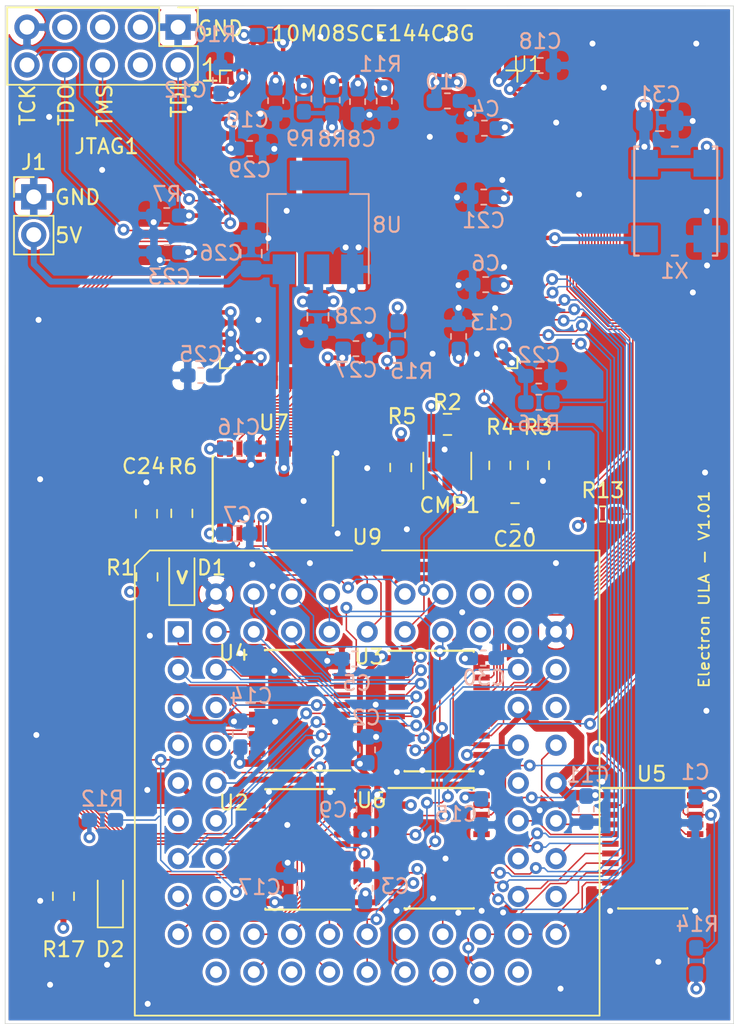
<source format=kicad_pcb>
(kicad_pcb (version 20171130) (host pcbnew "(5.1.5)-3")
  (layers (0 F.Cu signal) (1 In1.Cu signal) (2 In2.Cu signal) (31 B.Cu signal) (34 B.Paste user hide) (35 F.Paste user hide) (36 B.SilkS user) (37 F.SilkS user) (38 B.Mask user) (39 F.Mask user) (44 Edge.Cuts user))
  (net 0 "")
  (net 1 /5V)
  (net 2 /3V3)
  (net 3 /GND)
  (net 4 /A_OE)
  (net 5 /LVA0)
  (net 6 /LVA1)
  (net 7 /LVA2)
  (net 8 /LVA3)
  (net 9 /LVA4)
  (net 10 /LVA5)
  (net 11 /LVA6)
  (net 12 /LVA7)
  (net 13 /A7)
  (net 14 /A6)
  (net 15 /A5)
  (net 16 /A4)
  (net 17 /A3)
  (net 18 /A2)
  (net 19 /A1)
  (net 20 /A0)
  (net 21 /A_DIR)
  (net 22 /LVA8)
  (net 23 /LVA9)
  (net 24 /LVA10)
  (net 25 /LVA11)
  (net 26 /LVA12)
  (net 27 /LVA13)
  (net 28 /LVA14)
  (net 29 /LVA15)
  (net 30 /A15)
  (net 31 /A14)
  (net 32 /A13)
  (net 33 /A12)
  (net 34 /A11)
  (net 35 /A10)
  (net 36 /A9)
  (net 37 /A8)
  (net 38 /CLK_IN)
  (net 39 /PD7)
  (net 40 /PD5)
  (net 41 /PD4)
  (net 42 /CAS_OUT)
  (net 43 /RnW)
  (net 44 /PD6)
  (net 45 /PD3)
  (net 46 /PD2)
  (net 47 /KBD3)
  (net 48 /nIRQ)
  (net 49 /KBD1)
  (net 50 /PD1)
  (net 51 /PD0)
  (net 52 /KBD2)
  (net 53 /KBD0)
  (net 54 /RED)
  (net 55 /GREEN)
  (net 56 /RESET)
  (net 57 /BLUE)
  (net 58 /CASMO)
  (net 59 /SND)
  (net 60 /PHIOUT)
  (net 61 /nNMI)
  (net 62 /CASIN)
  (net 63 /nHS)
  (net 64 /CSYNC)
  (net 65 /CAPS)
  (net 66 /ROM)
  (net 67 /PD_OE)
  (net 68 /PD_DIR)
  (net 69 /LVPD7)
  (net 70 /LVPD1)
  (net 71 /LVPD4)
  (net 72 /LVPD5)
  (net 73 /LVPD6)
  (net 74 /LVPD3)
  (net 75 /LVPD2)
  (net 76 /LVPD0)
  (net 77 /LVKBD0)
  (net 78 /LVKBD3)
  (net 79 /LVKBD2)
  (net 80 /LVKBD1)
  (net 81 /LVCASMO)
  (net 82 /LVCSYNC)
  (net 83 /LVBLUE)
  (net 84 /LVnHS)
  (net 85 /LVGREEN)
  (net 86 /LVRED)
  (net 87 /LVSND)
  (net 88 /LVCAS_OUT)
  (net 89 /LVnNMI)
  (net 90 /LVCLK_IN)
  (net 91 /G3_OE)
  (net 92 /LVPHIOUT)
  (net 93 /LVROM)
  (net 94 /LVRnWIN)
  (net 95 /LVCASIN)
  (net 96 /G4_OE)
  (net 97 /G1_OE)
  (net 98 "Net-(U9-Pad47)")
  (net 99 "Net-(U9-Pad37)")
  (net 100 "Net-(U9-Pad52)")
  (net 101 "Net-(U9-Pad44)")
  (net 102 "Net-(U9-Pad40)")
  (net 103 "Net-(U9-Pad34)")
  (net 104 "Net-(U9-Pad22)")
  (net 105 "Net-(U9-Pad18)")
  (net 106 "Net-(U9-Pad29)")
  (net 107 "Net-(U9-Pad19)")
  (net 108 "Net-(U9-Pad11)")
  (net 109 "Net-(U9-Pad7)")
  (net 110 "Net-(U9-Pad16)")
  (net 111 "Net-(U9-Pad8)")
  (net 112 "Net-(U9-Pad6)")
  (net 113 "Net-(U9-Pad54)")
  (net 114 "Net-(U9-Pad53)")
  (net 115 "Net-(U9-Pad55)")
  (net 116 "Net-(R6-Pad1)")
  (net 117 "Net-(U1-Pad141)")
  (net 118 "Net-(U1-Pad140)")
  (net 119 "Net-(U1-Pad135)")
  (net 120 "Net-(U1-Pad134)")
  (net 121 "Net-(U1-Pad132)")
  (net 122 "Net-(U1-Pad131)")
  (net 123 "Net-(U1-Pad130)")
  (net 124 "Net-(U1-Pad127)")
  (net 125 "Net-(U1-Pad124)")
  (net 126 "Net-(U1-Pad123)")
  (net 127 "Net-(U1-Pad122)")
  (net 128 "Net-(U1-Pad121)")
  (net 129 "Net-(U1-Pad120)")
  (net 130 "Net-(U1-Pad119)")
  (net 131 "Net-(U1-Pad118)")
  (net 132 "Net-(U1-Pad114)")
  (net 133 "Net-(U1-Pad113)")
  (net 134 "Net-(U1-Pad112)")
  (net 135 "Net-(U1-Pad111)")
  (net 136 "Net-(U1-Pad110)")
  (net 137 "Net-(U1-Pad69)")
  (net 138 "Net-(U1-Pad66)")
  (net 139 "Net-(U1-Pad65)")
  (net 140 "Net-(U1-Pad64)")
  (net 141 "Net-(U1-Pad61)")
  (net 142 "Net-(U1-Pad48)")
  (net 143 "Net-(U1-Pad30)")
  (net 144 "Net-(U1-Pad17)")
  (net 145 "Net-(U1-Pad15)")
  (net 146 "Net-(U1-Pad14)")
  (net 147 "Net-(U1-Pad13)")
  (net 148 "Net-(U1-Pad12)")
  (net 149 "Net-(U1-Pad11)")
  (net 150 "Net-(U1-Pad10)")
  (net 151 "Net-(U1-Pad8)")
  (net 152 "Net-(U1-Pad7)")
  (net 153 "Net-(U1-Pad6)")
  (net 154 /LVCAPS)
  (net 155 /nRST)
  (net 156 "Net-(CMP1-Pad4)")
  (net 157 /OSC)
  (net 158 "Net-(U6-Pad20)")
  (net 159 "Net-(U7-Pad10)")
  (net 160 "Net-(U7-Pad9)")
  (net 161 "Net-(U7-Pad8)")
  (net 162 "Net-(U7-Pad7)")
  (net 163 "Net-(U7-Pad6)")
  (net 164 /TCK)
  (net 165 /nCONFIG)
  (net 166 /nSTATUS)
  (net 167 /CONF_DONE)
  (net 168 /CONFIG_SEL)
  (net 169 "Net-(U1-Pad33)")
  (net 170 /TDO)
  (net 171 /TMS)
  (net 172 /TDI)
  (net 173 "Net-(JTAG1-Pad5)")
  (net 174 "Net-(JTAG1-Pad4)")
  (net 175 "Net-(JTAG1-Pad3)")
  (net 176 "Net-(U1-Pad39)")
  (net 177 "Net-(U1-Pad38)")
  (net 178 /LVnIRQ)
  (module Resistor_SMD:R_0805_2012Metric_Pad1.15x1.40mm_HandSolder (layer F.Cu) (at 133.6167 116.1034 270)
    (fp_text reference R17 (at 3.57124 -0.0127 180) (layer F.SilkS))
    (fp_text value 10K)
    (pad 1 smd roundrect (at -1.025 0 270) (size 1.15 1.4) (layers F.Cu F.Paste F.Mask) (roundrect_rratio 0.217391) (net 178 /LVnIRQ))
    (pad 2 smd roundrect (at 1.025 0 270) (size 1.15 1.4) (layers F.Cu F.Paste F.Mask) (roundrect_rratio 0.217391) (net 2 /3V3))
  )
  (module Diode_SMD:D_SOD-323_HandSoldering (layer F.Cu) (at 136.76884 116.29644 90)
    (fp_text reference D2 (at -3.3782 -0.02286 180) (layer F.SilkS))
    (fp_text value D_Schottky_Small)
    (pad 1 smd rect (at -1.25 0 90) (size 1 1) (layers F.Cu F.Paste F.Mask) (net 48 /nIRQ))
    (pad 2 smd rect (at 1.25 0 90) (size 1 1) (layers F.Cu F.Paste F.Mask) (net 178 /LVnIRQ))
  )
  (module Connector_PinHeader_2.54mm:PinHeader_1x02_P2.54mm_Vertical (layer F.Cu) (at 131.62026 69.1134)
    (fp_text reference J1 (at 0 -2.33) (layer F.SilkS))
    (fp_text value Conn_01x02)
    (pad 2 thru_hole oval (at 0 2.54) (size 1.7 1.7) (drill 1) (layers *.Cu *.Mask) (net 1 /5V))
    (pad 1 thru_hole rect (at 0 0) (size 1.7 1.7) (drill 1) (layers *.Cu *.Mask) (net 3 /GND))
  )
  (module Resistor_SMD:R_0603_1608Metric_Pad1.05x0.95mm_HandSolder (layer B.Cu) (at 165.57876 82.91576)
    (fp_text reference R16 (at 0 1.43) (layer B.SilkS) (effects (justify mirror)))
    (fp_text value 10K)
    (pad 2 smd roundrect (at 0.875 0) (size 1.05 0.95) (layers B.Cu B.Paste B.Mask) (net 96 /G4_OE))
    (pad 1 smd roundrect (at -0.875 0) (size 1.05 0.95) (layers B.Cu B.Paste B.Mask) (net 2 /3V3))
  )
  (module Resistor_SMD:R_0603_1608Metric_Pad1.05x0.95mm_HandSolder (layer B.Cu) (at 156.07792 78.39456 90)
    (fp_text reference R15 (at -2.4257 0.95758 180) (layer B.SilkS) (effects (justify mirror)))
    (fp_text value 10K)
    (pad 2 smd roundrect (at 0.875 0 90) (size 1.05 0.95) (layers B.Cu B.Paste B.Mask) (net 2 /3V3))
    (pad 1 smd roundrect (at -0.875 0 90) (size 1.05 0.95) (layers B.Cu B.Paste B.Mask) (net 91 /G3_OE))
  )
  (module Resistor_SMD:R_0603_1608Metric_Pad1.05x0.95mm_HandSolder (layer B.Cu) (at 176.15916 120.44426 90)
    (fp_text reference R14 (at 2.46888 0.07112 180) (layer B.SilkS) (effects (justify mirror)))
    (fp_text value 10K)
    (pad 2 smd roundrect (at 0.875 0 90) (size 1.05 0.95) (layers B.Cu B.Paste B.Mask) (net 67 /PD_OE))
    (pad 1 smd roundrect (at -0.875 0 90) (size 1.05 0.95) (layers B.Cu B.Paste B.Mask) (net 2 /3V3))
  )
  (module Resistor_SMD:R_0603_1608Metric_Pad1.05x0.95mm_HandSolder (layer F.Cu) (at 169.87012 90.41892 180)
    (fp_text reference R13 (at -0.01778 1.58496) (layer F.SilkS))
    (fp_text value 10K)
    (pad 2 smd roundrect (at 0.875 0 180) (size 1.05 0.95) (layers F.Cu F.Paste F.Mask) (net 2 /3V3))
    (pad 1 smd roundrect (at -0.875 0 180) (size 1.05 0.95) (layers F.Cu F.Paste F.Mask) (net 97 /G1_OE))
  )
  (module Resistor_SMD:R_0603_1608Metric_Pad1.05x0.95mm_HandSolder (layer B.Cu) (at 136.2342 110.98276 180)
    (fp_text reference R12 (at 0 1.43) (layer B.SilkS) (effects (justify mirror)))
    (fp_text value 10K)
    (pad 2 smd roundrect (at 0.875 0 180) (size 1.05 0.95) (layers B.Cu B.Paste B.Mask) (net 2 /3V3))
    (pad 1 smd roundrect (at -0.875 0 180) (size 1.05 0.95) (layers B.Cu B.Paste B.Mask) (net 4 /A_OE))
  )
  (module Connector_PinHeader_2.54mm:PinHeader_2x05_P2.54mm_Vertical (layer F.Cu) (at 141.3256 57.71134 270)
    (fp_text reference JTAG1 (at 8.00862 4.81076 180) (layer F.SilkS))
    (fp_text value Conn_02x05_Odd_Even)
    (pad 10 thru_hole oval (at 2.54 10.16 270) (size 1.7 1.7) (drill 1) (layers *.Cu *.Mask) (net 164 /TCK))
    (pad 9 thru_hole oval (at 0 10.16 270) (size 1.7 1.7) (drill 1) (layers *.Cu *.Mask) (net 3 /GND))
    (pad 8 thru_hole oval (at 2.54 7.62 270) (size 1.7 1.7) (drill 1) (layers *.Cu *.Mask) (net 170 /TDO))
    (pad 7 thru_hole oval (at 0 7.62 270) (size 1.7 1.7) (drill 1) (layers *.Cu *.Mask) (net 2 /3V3))
    (pad 6 thru_hole oval (at 2.54 5.08 270) (size 1.7 1.7) (drill 1) (layers *.Cu *.Mask) (net 171 /TMS))
    (pad 5 thru_hole oval (at 0 5.08 270) (size 1.7 1.7) (drill 1) (layers *.Cu *.Mask) (net 173 "Net-(JTAG1-Pad5)"))
    (pad 4 thru_hole oval (at 2.54 2.54 270) (size 1.7 1.7) (drill 1) (layers *.Cu *.Mask) (net 174 "Net-(JTAG1-Pad4)"))
    (pad 3 thru_hole oval (at 0 2.54 270) (size 1.7 1.7) (drill 1) (layers *.Cu *.Mask) (net 175 "Net-(JTAG1-Pad3)"))
    (pad 2 thru_hole oval (at 2.54 0 270) (size 1.7 1.7) (drill 1) (layers *.Cu *.Mask) (net 172 /TDI))
    (pad 1 thru_hole rect (at 0 0 270) (size 1.7 1.7) (drill 1) (layers *.Cu *.Mask) (net 3 /GND))
  )
  (module Resistor_SMD:R_0603_1608Metric_Pad1.05x0.95mm_HandSolder (layer B.Cu) (at 155.18892 62.67704 90)
    (fp_text reference R11 (at 2.48666 -0.26162 180) (layer B.SilkS) (effects (justify mirror)))
    (fp_text value 10K)
    (pad 2 smd roundrect (at 0.875 0 90) (size 1.05 0.95) (layers B.Cu B.Paste B.Mask) (net 168 /CONFIG_SEL))
    (pad 1 smd roundrect (at -0.875 0 90) (size 1.05 0.95) (layers B.Cu B.Paste B.Mask) (net 3 /GND))
  )
  (module Resistor_SMD:R_0603_1608Metric_Pad1.05x0.95mm_HandSolder (layer B.Cu) (at 147.50288 58.23966)
    (fp_text reference R10 (at -3.70586 -0.04572) (layer B.SilkS) (effects (justify mirror)))
    (fp_text value 10K)
    (pad 2 smd roundrect (at 0.875 0) (size 1.05 0.95) (layers B.Cu B.Paste B.Mask) (net 167 /CONF_DONE))
    (pad 1 smd roundrect (at -0.875 0) (size 1.05 0.95) (layers B.Cu B.Paste B.Mask) (net 2 /3V3))
  )
  (module Resistor_SMD:R_0603_1608Metric_Pad1.05x0.95mm_HandSolder (layer B.Cu) (at 149.77872 62.51956 90)
    (fp_text reference R9 (at -2.67208 -0.23368) (layer B.SilkS) (effects (justify mirror)))
    (fp_text value 10K)
    (pad 2 smd roundrect (at 0.875 0 90) (size 1.05 0.95) (layers B.Cu B.Paste B.Mask) (net 166 /nSTATUS))
    (pad 1 smd roundrect (at -0.875 0 90) (size 1.05 0.95) (layers B.Cu B.Paste B.Mask) (net 2 /3V3))
  )
  (module Resistor_SMD:R_0603_1608Metric_Pad1.05x0.95mm_HandSolder (layer B.Cu) (at 151.68372 62.611 90)
    (fp_text reference R8 (at -2.60858 -0.00508) (layer B.SilkS) (effects (justify mirror)))
    (fp_text value 10K)
    (pad 2 smd roundrect (at 0.875 0 90) (size 1.05 0.95) (layers B.Cu B.Paste B.Mask) (net 165 /nCONFIG))
    (pad 1 smd roundrect (at -0.875 0 90) (size 1.05 0.95) (layers B.Cu B.Paste B.Mask) (net 2 /3V3))
  )
  (module Resistor_SMD:R_0603_1608Metric_Pad1.05x0.95mm_HandSolder (layer B.Cu) (at 140.55852 70.3707)
    (fp_text reference R7 (at 0.0127 -1.44272) (layer B.SilkS) (effects (justify mirror)))
    (fp_text value 10K)
    (pad 2 smd roundrect (at 0.875 0) (size 1.05 0.95) (layers B.Cu B.Paste B.Mask) (net 164 /TCK))
    (pad 1 smd roundrect (at -0.875 0) (size 1.05 0.95) (layers B.Cu B.Paste B.Mask) (net 3 /GND))
  )
  (module Capacitor_SMD:C_0603_1608Metric_Pad1.05x0.95mm_HandSolder (layer B.Cu) (at 146.1389 65.86474)
    (fp_text reference C29 (at 0 1.43) (layer B.SilkS) (effects (justify mirror)))
    (fp_text value 0.1uf)
    (pad 2 smd roundrect (at 0.875 0) (size 1.05 0.95) (layers B.Cu B.Paste B.Mask) (net 3 /GND))
    (pad 1 smd roundrect (at -0.875 0) (size 1.05 0.95) (layers B.Cu B.Paste B.Mask) (net 2 /3V3))
  )
  (module Capacitor_SMD:C_0603_1608Metric_Pad1.05x0.95mm_HandSolder (layer B.Cu) (at 153.28646 79.30896)
    (fp_text reference C27 (at 0 1.43) (layer B.SilkS) (effects (justify mirror)))
    (fp_text value 0.1uf)
    (pad 2 smd roundrect (at 0.875 0) (size 1.05 0.95) (layers B.Cu B.Paste B.Mask) (net 3 /GND))
    (pad 1 smd roundrect (at -0.875 0) (size 1.05 0.95) (layers B.Cu B.Paste B.Mask) (net 2 /3V3))
  )
  (module Capacitor_SMD:C_0603_1608Metric_Pad1.05x0.95mm_HandSolder (layer B.Cu) (at 142.8496 81.11236 180)
    (fp_text reference C25 (at 0 1.43) (layer B.SilkS) (effects (justify mirror)))
    (fp_text value 0.1uf)
    (pad 2 smd roundrect (at 0.875 0 180) (size 1.05 0.95) (layers B.Cu B.Paste B.Mask) (net 3 /GND))
    (pad 1 smd roundrect (at -0.875 0 180) (size 1.05 0.95) (layers B.Cu B.Paste B.Mask) (net 2 /3V3))
  )
  (module Capacitor_SMD:C_0603_1608Metric_Pad1.05x0.95mm_HandSolder (layer B.Cu) (at 140.5763 72.85482 180)
    (fp_text reference C23 (at -0.1651 -1.6256) (layer B.SilkS) (effects (justify mirror)))
    (fp_text value 0.1uf)
    (pad 2 smd roundrect (at 0.875 0 180) (size 1.05 0.95) (layers B.Cu B.Paste B.Mask) (net 3 /GND))
    (pad 1 smd roundrect (at -0.875 0 180) (size 1.05 0.95) (layers B.Cu B.Paste B.Mask) (net 2 /3V3))
  )
  (module Capacitor_SMD:C_0603_1608Metric_Pad1.05x0.95mm_HandSolder (layer B.Cu) (at 165.57752 81.14538)
    (fp_text reference C22 (at 0.0127 -1.4097) (layer B.SilkS) (effects (justify mirror)))
    (fp_text value 0.1uf)
    (pad 2 smd roundrect (at 0.875 0) (size 1.05 0.95) (layers B.Cu B.Paste B.Mask) (net 3 /GND))
    (pad 1 smd roundrect (at -0.875 0) (size 1.05 0.95) (layers B.Cu B.Paste B.Mask) (net 2 /3V3))
  )
  (module Capacitor_SMD:C_0603_1608Metric_Pad1.05x0.95mm_HandSolder (layer B.Cu) (at 161.87674 69.1261 180)
    (fp_text reference C21 (at 0.00762 -1.5748) (layer B.SilkS) (effects (justify mirror)))
    (fp_text value 0.1uf)
    (pad 2 smd roundrect (at 0.875 0 180) (size 1.05 0.95) (layers B.Cu B.Paste B.Mask) (net 3 /GND))
    (pad 1 smd roundrect (at -0.875 0 180) (size 1.05 0.95) (layers B.Cu B.Paste B.Mask) (net 2 /3V3))
  )
  (module Capacitor_SMD:C_0603_1608Metric_Pad1.05x0.95mm_HandSolder (layer B.Cu) (at 147.88388 62.65164 270)
    (fp_text reference C19 (at 1.27762 1.8923 180) (layer B.SilkS) (effects (justify mirror)))
    (fp_text value 0.1uf)
    (pad 2 smd roundrect (at 0.875 0 270) (size 1.05 0.95) (layers B.Cu B.Paste B.Mask) (net 3 /GND))
    (pad 1 smd roundrect (at -0.875 0 270) (size 1.05 0.95) (layers B.Cu B.Paste B.Mask) (net 2 /3V3))
  )
  (module Capacitor_SMD:C_0603_1608Metric_Pad1.05x0.95mm_HandSolder (layer B.Cu) (at 165.67658 60.2869)
    (fp_text reference C18 (at -0.00508 -1.62814) (layer B.SilkS) (effects (justify mirror)))
    (fp_text value 0.1uf)
    (pad 2 smd roundrect (at 0.875 0) (size 1.05 0.95) (layers B.Cu B.Paste B.Mask) (net 3 /GND))
    (pad 1 smd roundrect (at -0.875 0) (size 1.05 0.95) (layers B.Cu B.Paste B.Mask) (net 2 /3V3))
  )
  (module Capacitor_SMD:C_0603_1608Metric_Pad1.05x0.95mm_HandSolder (layer B.Cu) (at 160.1851 78.49108 90)
    (fp_text reference C13 (at 0.93726 2.23266 180) (layer B.SilkS) (effects (justify mirror)))
    (fp_text value 0.1uf)
    (pad 2 smd roundrect (at 0.875 0 90) (size 1.05 0.95) (layers B.Cu B.Paste B.Mask) (net 3 /GND))
    (pad 1 smd roundrect (at -0.875 0 90) (size 1.05 0.95) (layers B.Cu B.Paste B.Mask) (net 2 /3V3))
  )
  (module Capacitor_SMD:C_0603_1608Metric_Pad1.05x0.95mm_HandSolder (layer B.Cu) (at 144.1704 61.28512 90)
    (fp_text reference C12 (at -0.64262 -2.3495) (layer B.SilkS) (effects (justify mirror)))
    (fp_text value 0.1uf)
    (pad 2 smd roundrect (at 0.875 0 90) (size 1.05 0.95) (layers B.Cu B.Paste B.Mask) (net 3 /GND))
    (pad 1 smd roundrect (at -0.875 0 90) (size 1.05 0.95) (layers B.Cu B.Paste B.Mask) (net 2 /3V3))
  )
  (module Capacitor_SMD:C_0603_1608Metric_Pad1.05x0.95mm_HandSolder (layer B.Cu) (at 159.43326 62.66434)
    (fp_text reference C10 (at -0.04318 -1.28778) (layer B.SilkS) (effects (justify mirror)))
    (fp_text value 0.1uf)
    (pad 2 smd roundrect (at 0.875 0) (size 1.05 0.95) (layers B.Cu B.Paste B.Mask) (net 3 /GND))
    (pad 1 smd roundrect (at -0.875 0) (size 1.05 0.95) (layers B.Cu B.Paste B.Mask) (net 2 /3V3))
  )
  (module Capacitor_SMD:C_0603_1608Metric_Pad1.05x0.95mm_HandSolder (layer B.Cu) (at 153.39314 62.71768 270)
    (fp_text reference C8 (at 2.51714 -0.27178 180) (layer B.SilkS) (effects (justify mirror)))
    (fp_text value 0.1uf)
    (pad 2 smd roundrect (at 0.875 0 270) (size 1.05 0.95) (layers B.Cu B.Paste B.Mask) (net 3 /GND))
    (pad 1 smd roundrect (at -0.875 0 270) (size 1.05 0.95) (layers B.Cu B.Paste B.Mask) (net 2 /3V3))
  )
  (module Capacitor_SMD:C_0603_1608Metric_Pad1.05x0.95mm_HandSolder (layer B.Cu) (at 162.00628 75.00874 180)
    (fp_text reference C6 (at 0 1.43) (layer B.SilkS) (effects (justify mirror)))
    (fp_text value 0.1uf)
    (pad 2 smd roundrect (at 0.875 0 180) (size 1.05 0.95) (layers B.Cu B.Paste B.Mask) (net 3 /GND))
    (pad 1 smd roundrect (at -0.875 0 180) (size 1.05 0.95) (layers B.Cu B.Paste B.Mask) (net 2 /3V3))
  )
  (module Capacitor_SMD:C_0603_1608Metric_Pad1.05x0.95mm_HandSolder (layer B.Cu) (at 161.91992 64.49822 180)
    (fp_text reference C4 (at -0.07112 1.29032) (layer B.SilkS) (effects (justify mirror)))
    (fp_text value 0.1uf)
    (pad 2 smd roundrect (at 0.875 0 180) (size 1.05 0.95) (layers B.Cu B.Paste B.Mask) (net 3 /GND))
    (pad 1 smd roundrect (at -0.875 0 180) (size 1.05 0.95) (layers B.Cu B.Paste B.Mask) (net 2 /3V3))
  )
  (module Personal:Crystal_SMD_7050_4Pads (layer B.Cu) (at 174.72152 69.52234 270)
    (fp_text reference X1 (at 4.572 0.02032 180) (layer B.SilkS) (effects (justify mirror)))
    (fp_text value OSC)
    (pad 4 smd rect (at -2.667 2.032 270) (size 1.8 1.8) (layers B.Cu B.Paste B.Mask) (net 2 /3V3))
    (pad 3 smd rect (at 2.413 2.032 270) (size 1.8 1.8) (layers B.Cu B.Paste B.Mask) (net 157 /OSC))
    (pad 2 smd rect (at 2.413 -2.159 270) (size 1.8 1.8) (layers B.Cu B.Paste B.Mask) (net 3 /GND))
    (pad 1 smd rect (at -2.667 -2.159 270) (size 1.8 1.8) (layers B.Cu B.Paste B.Mask) (net 2 /3V3))
  )
  (module Capacitor_SMD:C_0805_2012Metric_Pad1.15x1.40mm_HandSolder (layer B.Cu) (at 150.72868 77.17536 270)
    (fp_text reference C28 (at -0.0508 -2.56286 180) (layer B.SilkS) (effects (justify mirror)))
    (fp_text value 10uF)
    (pad 2 smd roundrect (at 1.025 0 270) (size 1.15 1.4) (layers B.Cu B.Paste B.Mask) (roundrect_rratio 0.217391) (net 3 /GND))
    (pad 1 smd roundrect (at -1.025 0 270) (size 1.15 1.4) (layers B.Cu B.Paste B.Mask) (roundrect_rratio 0.217391) (net 2 /3V3))
  )
  (module TO_SOT_Packages_SMD:SOT-223 (layer B.Cu) (at 150.73376 70.83044 90)
    (fp_text reference U8 (at -0.17018 4.64566 180) (layer B.SilkS) (effects (justify mirror)))
    (fp_text value AP111733)
    (pad 1 smd rect (at -3.15 2.3 90) (size 2 1.5) (layers B.Cu B.Paste B.Mask) (net 3 /GND))
    (pad 3 smd rect (at -3.15 -2.3 90) (size 2 1.5) (layers B.Cu B.Paste B.Mask) (net 1 /5V))
    (pad 2 smd rect (at -3.15 0 90) (size 2 1.5) (layers B.Cu B.Paste B.Mask) (net 2 /3V3))
    (pad 4 smd rect (at 3.15 0 90) (size 2 3.8) (layers B.Cu B.Paste B.Mask))
  )
  (module Capacitor_SMD:C_0805_2012Metric_Pad1.15x1.40mm_HandSolder (layer B.Cu) (at 173.70552 63.98514)
    (fp_text reference C31 (at -0.0254 -1.75514) (layer B.SilkS) (effects (justify mirror)))
    (fp_text value 0.1uF)
    (pad 2 smd roundrect (at 1.025 0) (size 1.15 1.4) (layers B.Cu B.Paste B.Mask) (roundrect_rratio 0.217391) (net 3 /GND))
    (pad 1 smd roundrect (at -1.025 0) (size 1.15 1.4) (layers B.Cu B.Paste B.Mask) (roundrect_rratio 0.217391) (net 2 /3V3))
  )
  (module Capacitor_SMD:C_0805_2012Metric_Pad1.15x1.40mm_HandSolder (layer B.Cu) (at 146.23796 72.9234 90)
    (fp_text reference C26 (at 0.04064 -2.032 180) (layer B.SilkS) (effects (justify mirror)))
    (fp_text value 0.1uF)
    (pad 2 smd roundrect (at 1.025 0 90) (size 1.15 1.4) (layers B.Cu B.Paste B.Mask) (roundrect_rratio 0.217391) (net 3 /GND))
    (pad 1 smd roundrect (at -1.025 0 90) (size 1.15 1.4) (layers B.Cu B.Paste B.Mask) (roundrect_rratio 0.217391) (net 1 /5V))
  )
  (module Resistor_SMD:R_0805_2012Metric_Pad1.15x1.40mm_HandSolder (layer F.Cu) (at 159.4372 84.401)
    (fp_text reference R2 (at -0.01 -1.49) (layer F.SilkS))
    (fp_text value 10K)
    (pad 2 smd roundrect (at 1.025 0) (size 1.15 1.4) (layers F.Cu F.Paste F.Mask) (roundrect_rratio 0.217391) (net 156 "Net-(CMP1-Pad4)"))
    (pad 1 smd roundrect (at -1.025 0) (size 1.15 1.4) (layers F.Cu F.Paste F.Mask) (roundrect_rratio 0.217391) (net 62 /CASIN))
  )
  (module "MAX 10 FPGA 10M08SCE144C8G:QFP50P2200X2200X165-145N" (layer F.Cu) (at 154.1372 70.621)
    (fp_text reference U1 (at 10.66562 -10.41792) (layer F.SilkS) (effects (font (size 1.000449 1.000449) (thickness 0.115))))
    (fp_text value 10M08SCE144C8G)
    (pad 145 smd rect (at 0 0) (size 8.93 8.7) (layers F.Cu F.Mask) (net 3 /GND))
    (pad 144 smd rect (at -8.75 -10.67) (size 0.28 1.47) (layers F.Cu F.Paste F.Mask) (net 2 /3V3))
    (pad 143 smd rect (at -8.25 -10.67) (size 0.28 1.47) (layers F.Cu F.Paste F.Mask) (net 2 /3V3))
    (pad 142 smd rect (at -7.75 -10.67) (size 0.28 1.47) (layers F.Cu F.Paste F.Mask) (net 3 /GND))
    (pad 141 smd rect (at -7.25 -10.67) (size 0.28 1.47) (layers F.Cu F.Paste F.Mask) (net 117 "Net-(U1-Pad141)"))
    (pad 140 smd rect (at -6.75 -10.67) (size 0.28 1.47) (layers F.Cu F.Paste F.Mask) (net 118 "Net-(U1-Pad140)"))
    (pad 139 smd rect (at -6.25 -10.67) (size 0.28 1.47) (layers F.Cu F.Paste F.Mask) (net 2 /3V3))
    (pad 138 smd rect (at -5.75 -10.67) (size 0.28 1.47) (layers F.Cu F.Paste F.Mask) (net 167 /CONF_DONE))
    (pad 137 smd rect (at -5.25 -10.67) (size 0.28 1.47) (layers F.Cu F.Paste F.Mask) (net 3 /GND))
    (pad 136 smd rect (at -4.75 -10.67) (size 0.28 1.47) (layers F.Cu F.Paste F.Mask) (net 166 /nSTATUS))
    (pad 135 smd rect (at -4.25 -10.67) (size 0.28 1.47) (layers F.Cu F.Paste F.Mask) (net 119 "Net-(U1-Pad135)"))
    (pad 134 smd rect (at -3.75 -10.67) (size 0.28 1.47) (layers F.Cu F.Paste F.Mask) (net 120 "Net-(U1-Pad134)"))
    (pad 133 smd rect (at -3.25 -10.67) (size 0.28 1.47) (layers F.Cu F.Paste F.Mask) (net 3 /GND))
    (pad 132 smd rect (at -2.75 -10.67) (size 0.28 1.47) (layers F.Cu F.Paste F.Mask) (net 121 "Net-(U1-Pad132)"))
    (pad 131 smd rect (at -2.25 -10.67) (size 0.28 1.47) (layers F.Cu F.Paste F.Mask) (net 122 "Net-(U1-Pad131)"))
    (pad 130 smd rect (at -1.75 -10.67) (size 0.28 1.47) (layers F.Cu F.Paste F.Mask) (net 123 "Net-(U1-Pad130)"))
    (pad 129 smd rect (at -1.25 -10.67) (size 0.28 1.47) (layers F.Cu F.Paste F.Mask) (net 165 /nCONFIG))
    (pad 128 smd rect (at -0.75 -10.67) (size 0.28 1.47) (layers F.Cu F.Paste F.Mask) (net 2 /3V3))
    (pad 127 smd rect (at -0.25 -10.67) (size 0.28 1.47) (layers F.Cu F.Paste F.Mask) (net 124 "Net-(U1-Pad127)"))
    (pad 126 smd rect (at 0.25 -10.67) (size 0.28 1.47) (layers F.Cu F.Paste F.Mask) (net 168 /CONFIG_SEL))
    (pad 125 smd rect (at 0.75 -10.67) (size 0.28 1.47) (layers F.Cu F.Paste F.Mask) (net 3 /GND))
    (pad 124 smd rect (at 1.25 -10.67) (size 0.28 1.47) (layers F.Cu F.Paste F.Mask) (net 125 "Net-(U1-Pad124)"))
    (pad 123 smd rect (at 1.75 -10.67) (size 0.28 1.47) (layers F.Cu F.Paste F.Mask) (net 126 "Net-(U1-Pad123)"))
    (pad 122 smd rect (at 2.25 -10.67) (size 0.28 1.47) (layers F.Cu F.Paste F.Mask) (net 127 "Net-(U1-Pad122)"))
    (pad 121 smd rect (at 2.75 -10.67) (size 0.28 1.47) (layers F.Cu F.Paste F.Mask) (net 128 "Net-(U1-Pad121)"))
    (pad 120 smd rect (at 3.25 -10.67) (size 0.28 1.47) (layers F.Cu F.Paste F.Mask) (net 129 "Net-(U1-Pad120)"))
    (pad 119 smd rect (at 3.75 -10.67) (size 0.28 1.47) (layers F.Cu F.Paste F.Mask) (net 130 "Net-(U1-Pad119)"))
    (pad 118 smd rect (at 4.25 -10.67) (size 0.28 1.47) (layers F.Cu F.Paste F.Mask) (net 131 "Net-(U1-Pad118)"))
    (pad 117 smd rect (at 4.75 -10.67) (size 0.28 1.47) (layers F.Cu F.Paste F.Mask) (net 2 /3V3))
    (pad 116 smd rect (at 5.25 -10.67) (size 0.28 1.47) (layers F.Cu F.Paste F.Mask) (net 3 /GND))
    (pad 115 smd rect (at 5.75 -10.67) (size 0.28 1.47) (layers F.Cu F.Paste F.Mask) (net 2 /3V3))
    (pad 114 smd rect (at 6.25 -10.67) (size 0.28 1.47) (layers F.Cu F.Paste F.Mask) (net 132 "Net-(U1-Pad114)"))
    (pad 113 smd rect (at 6.75 -10.67) (size 0.28 1.47) (layers F.Cu F.Paste F.Mask) (net 133 "Net-(U1-Pad113)"))
    (pad 112 smd rect (at 7.25 -10.67) (size 0.28 1.47) (layers F.Cu F.Paste F.Mask) (net 134 "Net-(U1-Pad112)"))
    (pad 111 smd rect (at 7.75 -10.67) (size 0.28 1.47) (layers F.Cu F.Paste F.Mask) (net 135 "Net-(U1-Pad111)"))
    (pad 110 smd rect (at 8.25 -10.67) (size 0.28 1.47) (layers F.Cu F.Paste F.Mask) (net 136 "Net-(U1-Pad110)"))
    (pad 109 smd rect (at 8.75 -10.67) (size 0.28 1.47) (layers F.Cu F.Paste F.Mask) (net 2 /3V3))
    (pad 108 smd rect (at 10.67 -8.75) (size 1.47 0.28) (layers F.Cu F.Paste F.Mask) (net 2 /3V3))
    (pad 107 smd rect (at 10.67 -8.25) (size 1.47 0.28) (layers F.Cu F.Paste F.Mask) (net 2 /3V3))
    (pad 106 smd rect (at 10.67 -7.75) (size 1.47 0.28) (layers F.Cu F.Paste F.Mask) (net 67 /PD_OE))
    (pad 105 smd rect (at 10.67 -7.25) (size 1.47 0.28) (layers F.Cu F.Paste F.Mask) (net 69 /LVPD7))
    (pad 104 smd rect (at 10.67 -6.75) (size 1.47 0.28) (layers F.Cu F.Paste F.Mask) (net 3 /GND))
    (pad 103 smd rect (at 10.67 -6.25) (size 1.47 0.28) (layers F.Cu F.Paste F.Mask) (net 2 /3V3))
    (pad 102 smd rect (at 10.67 -5.75) (size 1.47 0.28) (layers F.Cu F.Paste F.Mask) (net 72 /LVPD5))
    (pad 101 smd rect (at 10.67 -5.25) (size 1.47 0.28) (layers F.Cu F.Paste F.Mask) (net 73 /LVPD6))
    (pad 100 smd rect (at 10.67 -4.75) (size 1.47 0.28) (layers F.Cu F.Paste F.Mask) (net 71 /LVPD4))
    (pad 99 smd rect (at 10.67 -4.25) (size 1.47 0.28) (layers F.Cu F.Paste F.Mask) (net 74 /LVPD3))
    (pad 98 smd rect (at 10.67 -3.75) (size 1.47 0.28) (layers F.Cu F.Paste F.Mask) (net 76 /LVPD0))
    (pad 97 smd rect (at 10.67 -3.25) (size 1.47 0.28) (layers F.Cu F.Paste F.Mask) (net 75 /LVPD2))
    (pad 96 smd rect (at 10.67 -2.75) (size 1.47 0.28) (layers F.Cu F.Paste F.Mask) (net 70 /LVPD1))
    (pad 95 smd rect (at 10.67 -2.25) (size 1.47 0.28) (layers F.Cu F.Paste F.Mask) (net 3 /GND))
    (pad 94 smd rect (at 10.67 -1.75) (size 1.47 0.28) (layers F.Cu F.Paste F.Mask) (net 2 /3V3))
    (pad 93 smd rect (at 10.67 -1.25) (size 1.47 0.28) (layers F.Cu F.Paste F.Mask) (net 88 /LVCAS_OUT))
    (pad 92 smd rect (at 10.67 -0.75) (size 1.47 0.28) (layers F.Cu F.Paste F.Mask) (net 86 /LVRED))
    (pad 91 smd rect (at 10.67 -0.25) (size 1.47 0.28) (layers F.Cu F.Paste F.Mask) (net 85 /LVGREEN))
    (pad 90 smd rect (at 10.67 0.25) (size 1.47 0.28) (layers F.Cu F.Paste F.Mask) (net 84 /LVnHS))
    (pad 89 smd rect (at 10.67 0.75) (size 1.47 0.28) (layers F.Cu F.Paste F.Mask) (net 83 /LVBLUE))
    (pad 88 smd rect (at 10.67 1.25) (size 1.47 0.28) (layers F.Cu F.Paste F.Mask) (net 157 /OSC))
    (pad 87 smd rect (at 10.67 1.75) (size 1.47 0.28) (layers F.Cu F.Paste F.Mask) (net 82 /LVCSYNC))
    (pad 86 smd rect (at 10.67 2.25) (size 1.47 0.28) (layers F.Cu F.Paste F.Mask) (net 81 /LVCASMO))
    (pad 85 smd rect (at 10.67 2.75) (size 1.47 0.28) (layers F.Cu F.Paste F.Mask) (net 97 /G1_OE))
    (pad 84 smd rect (at 10.67 3.25) (size 1.47 0.28) (layers F.Cu F.Paste F.Mask) (net 87 /LVSND))
    (pad 83 smd rect (at 10.67 3.75) (size 1.47 0.28) (layers F.Cu F.Paste F.Mask) (net 3 /GND))
    (pad 82 smd rect (at 10.67 4.25) (size 1.47 0.28) (layers F.Cu F.Paste F.Mask) (net 2 /3V3))
    (pad 81 smd rect (at 10.67 4.75) (size 1.47 0.28) (layers F.Cu F.Paste F.Mask) (net 77 /LVKBD0))
    (pad 80 smd rect (at 10.67 5.25) (size 1.47 0.28) (layers F.Cu F.Paste F.Mask) (net 80 /LVKBD1))
    (pad 79 smd rect (at 10.67 5.75) (size 1.47 0.28) (layers F.Cu F.Paste F.Mask) (net 79 /LVKBD2))
    (pad 78 smd rect (at 10.67 6.25) (size 1.47 0.28) (layers F.Cu F.Paste F.Mask) (net 78 /LVKBD3))
    (pad 77 smd rect (at 10.67 6.75) (size 1.47 0.28) (layers F.Cu F.Paste F.Mask) (net 89 /LVnNMI))
    (pad 76 smd rect (at 10.67 7.25) (size 1.47 0.28) (layers F.Cu F.Paste F.Mask) (net 94 /LVRnWIN))
    (pad 75 smd rect (at 10.67 7.75) (size 1.47 0.28) (layers F.Cu F.Paste F.Mask) (net 90 /LVCLK_IN))
    (pad 74 smd rect (at 10.67 8.25) (size 1.47 0.28) (layers F.Cu F.Paste F.Mask) (net 96 /G4_OE))
    (pad 73 smd rect (at 10.67 8.75) (size 1.47 0.28) (layers F.Cu F.Paste F.Mask) (net 2 /3V3))
    (pad 72 smd rect (at 8.75 10.67) (size 0.28 1.47) (layers F.Cu F.Paste F.Mask) (net 2 /3V3))
    (pad 71 smd rect (at 8.25 10.67) (size 0.28 1.47) (layers F.Cu F.Paste F.Mask) (net 2 /3V3))
    (pad 70 smd rect (at 7.75 10.67) (size 0.28 1.47) (layers F.Cu F.Paste F.Mask) (net 68 /PD_DIR))
    (pad 69 smd rect (at 7.25 10.67) (size 0.28 1.47) (layers F.Cu F.Paste F.Mask) (net 137 "Net-(U1-Pad69)"))
    (pad 68 smd rect (at 6.75 10.67) (size 0.28 1.47) (layers F.Cu F.Paste F.Mask) (net 3 /GND))
    (pad 67 smd rect (at 6.25 10.67) (size 0.28 1.47) (layers F.Cu F.Paste F.Mask) (net 2 /3V3))
    (pad 66 smd rect (at 5.75 10.67) (size 0.28 1.47) (layers F.Cu F.Paste F.Mask) (net 138 "Net-(U1-Pad66)"))
    (pad 65 smd rect (at 5.25 10.67) (size 0.28 1.47) (layers F.Cu F.Paste F.Mask) (net 139 "Net-(U1-Pad65)"))
    (pad 64 smd rect (at 4.75 10.67) (size 0.28 1.47) (layers F.Cu F.Paste F.Mask) (net 140 "Net-(U1-Pad64)"))
    (pad 63 smd rect (at 4.25 10.67) (size 0.28 1.47) (layers F.Cu F.Paste F.Mask) (net 3 /GND))
    (pad 62 smd rect (at 3.75 10.67) (size 0.28 1.47) (layers F.Cu F.Paste F.Mask) (net 95 /LVCASIN))
    (pad 61 smd rect (at 3.25 10.67) (size 0.28 1.47) (layers F.Cu F.Paste F.Mask) (net 141 "Net-(U1-Pad61)"))
    (pad 60 smd rect (at 2.75 10.67) (size 0.28 1.47) (layers F.Cu F.Paste F.Mask) (net 154 /LVCAPS))
    (pad 59 smd rect (at 2.25 10.67) (size 0.28 1.47) (layers F.Cu F.Paste F.Mask) (net 93 /LVROM))
    (pad 58 smd rect (at 1.75 10.67) (size 0.28 1.47) (layers F.Cu F.Paste F.Mask) (net 92 /LVPHIOUT))
    (pad 57 smd rect (at 1.25 10.67) (size 0.28 1.47) (layers F.Cu F.Paste F.Mask) (net 91 /G3_OE))
    (pad 56 smd rect (at 0.75 10.67) (size 0.28 1.47) (layers F.Cu F.Paste F.Mask) (net 155 /nRST))
    (pad 55 smd rect (at 0.25 10.67) (size 0.28 1.47) (layers F.Cu F.Paste F.Mask) (net 29 /LVA15))
    (pad 54 smd rect (at -0.25 10.67) (size 0.28 1.47) (layers F.Cu F.Paste F.Mask) (net 22 /LVA8))
    (pad 53 smd rect (at -0.75 10.67) (size 0.28 1.47) (layers F.Cu F.Paste F.Mask) (net 3 /GND))
    (pad 52 smd rect (at -1.25 10.67) (size 0.28 1.47) (layers F.Cu F.Paste F.Mask) (net 6 /LVA1))
    (pad 51 smd rect (at -1.75 10.67) (size 0.28 1.47) (layers F.Cu F.Paste F.Mask) (net 2 /3V3))
    (pad 50 smd rect (at -2.25 10.67) (size 0.28 1.47) (layers F.Cu F.Paste F.Mask) (net 5 /LVA0))
    (pad 49 smd rect (at -2.75 10.67) (size 0.28 1.47) (layers F.Cu F.Paste F.Mask) (net 2 /3V3))
    (pad 48 smd rect (at -3.25 10.67) (size 0.28 1.47) (layers F.Cu F.Paste F.Mask) (net 142 "Net-(U1-Pad48)"))
    (pad 47 smd rect (at -3.75 10.67) (size 0.28 1.47) (layers F.Cu F.Paste F.Mask) (net 28 /LVA14))
    (pad 46 smd rect (at -4.25 10.67) (size 0.28 1.47) (layers F.Cu F.Paste F.Mask) (net 7 /LVA2))
    (pad 45 smd rect (at -4.75 10.67) (size 0.28 1.47) (layers F.Cu F.Paste F.Mask) (net 26 /LVA12))
    (pad 44 smd rect (at -5.25 10.67) (size 0.28 1.47) (layers F.Cu F.Paste F.Mask) (net 27 /LVA13))
    (pad 43 smd rect (at -5.75 10.67) (size 0.28 1.47) (layers F.Cu F.Paste F.Mask) (net 4 /A_OE))
    (pad 42 smd rect (at -6.25 10.67) (size 0.28 1.47) (layers F.Cu F.Paste F.Mask) (net 3 /GND))
    (pad 41 smd rect (at -6.75 10.67) (size 0.28 1.47) (layers F.Cu F.Paste F.Mask) (net 21 /A_DIR))
    (pad 40 smd rect (at -7.25 10.67) (size 0.28 1.47) (layers F.Cu F.Paste F.Mask) (net 2 /3V3))
    (pad 39 smd rect (at -7.75 10.67) (size 0.28 1.47) (layers F.Cu F.Paste F.Mask) (net 176 "Net-(U1-Pad39)"))
    (pad 38 smd rect (at -8.25 10.67) (size 0.28 1.47) (layers F.Cu F.Paste F.Mask) (net 177 "Net-(U1-Pad38)"))
    (pad 37 smd rect (at -8.75 10.67) (size 0.28 1.47) (layers F.Cu F.Paste F.Mask) (net 2 /3V3))
    (pad 36 smd rect (at -10.67 8.75) (size 1.47 0.28) (layers F.Cu F.Paste F.Mask) (net 2 /3V3))
    (pad 35 smd rect (at -10.67 8.25) (size 1.47 0.28) (layers F.Cu F.Paste F.Mask) (net 2 /3V3))
    (pad 34 smd rect (at -10.67 7.75) (size 1.47 0.28) (layers F.Cu F.Paste F.Mask) (net 2 /3V3))
    (pad 33 smd rect (at -10.67 7.25) (size 1.47 0.28) (layers F.Cu F.Paste F.Mask) (net 169 "Net-(U1-Pad33)"))
    (pad 32 smd rect (at -10.67 6.75) (size 1.47 0.28) (layers F.Cu F.Paste F.Mask) (net 12 /LVA7))
    (pad 31 smd rect (at -10.67 6.25) (size 1.47 0.28) (layers F.Cu F.Paste F.Mask) (net 2 /3V3))
    (pad 30 smd rect (at -10.67 5.75) (size 1.47 0.28) (layers F.Cu F.Paste F.Mask) (net 143 "Net-(U1-Pad30)"))
    (pad 29 smd rect (at -10.67 5.25) (size 1.47 0.28) (layers F.Cu F.Paste F.Mask) (net 11 /LVA6))
    (pad 28 smd rect (at -10.67 4.75) (size 1.47 0.28) (layers F.Cu F.Paste F.Mask) (net 9 /LVA4))
    (pad 27 smd rect (at -10.67 4.25) (size 1.47 0.28) (layers F.Cu F.Paste F.Mask) (net 10 /LVA5))
    (pad 26 smd rect (at -10.67 3.75) (size 1.47 0.28) (layers F.Cu F.Paste F.Mask) (net 25 /LVA11))
    (pad 25 smd rect (at -10.67 3.25) (size 1.47 0.28) (layers F.Cu F.Paste F.Mask) (net 8 /LVA3))
    (pad 24 smd rect (at -10.67 2.75) (size 1.47 0.28) (layers F.Cu F.Paste F.Mask) (net 24 /LVA10))
    (pad 23 smd rect (at -10.67 2.25) (size 1.47 0.28) (layers F.Cu F.Paste F.Mask) (net 2 /3V3))
    (pad 22 smd rect (at -10.67 1.75) (size 1.47 0.28) (layers F.Cu F.Paste F.Mask) (net 23 /LVA9))
    (pad 21 smd rect (at -10.67 1.25) (size 1.47 0.28) (layers F.Cu F.Paste F.Mask) (net 178 /LVnIRQ))
    (pad 20 smd rect (at -10.67 0.75) (size 1.47 0.28) (layers F.Cu F.Paste F.Mask) (net 170 /TDO))
    (pad 19 smd rect (at -10.67 0.25) (size 1.47 0.28) (layers F.Cu F.Paste F.Mask) (net 172 /TDI))
    (pad 18 smd rect (at -10.67 -0.25) (size 1.47 0.28) (layers F.Cu F.Paste F.Mask) (net 164 /TCK))
    (pad 17 smd rect (at -10.67 -0.75) (size 1.47 0.28) (layers F.Cu F.Paste F.Mask) (net 144 "Net-(U1-Pad17)"))
    (pad 16 smd rect (at -10.67 -1.25) (size 1.47 0.28) (layers F.Cu F.Paste F.Mask) (net 171 /TMS))
    (pad 15 smd rect (at -10.67 -1.75) (size 1.47 0.28) (layers F.Cu F.Paste F.Mask) (net 145 "Net-(U1-Pad15)"))
    (pad 14 smd rect (at -10.67 -2.25) (size 1.47 0.28) (layers F.Cu F.Paste F.Mask) (net 146 "Net-(U1-Pad14)"))
    (pad 13 smd rect (at -10.67 -2.75) (size 1.47 0.28) (layers F.Cu F.Paste F.Mask) (net 147 "Net-(U1-Pad13)"))
    (pad 12 smd rect (at -10.67 -3.25) (size 1.47 0.28) (layers F.Cu F.Paste F.Mask) (net 148 "Net-(U1-Pad12)"))
    (pad 11 smd rect (at -10.67 -3.75) (size 1.47 0.28) (layers F.Cu F.Paste F.Mask) (net 149 "Net-(U1-Pad11)"))
    (pad 10 smd rect (at -10.67 -4.25) (size 1.47 0.28) (layers F.Cu F.Paste F.Mask) (net 150 "Net-(U1-Pad10)"))
    (pad 9 smd rect (at -10.67 -4.75) (size 1.47 0.28) (layers F.Cu F.Paste F.Mask) (net 2 /3V3))
    (pad 8 smd rect (at -10.67 -5.25) (size 1.47 0.28) (layers F.Cu F.Paste F.Mask) (net 151 "Net-(U1-Pad8)"))
    (pad 7 smd rect (at -10.67 -5.75) (size 1.47 0.28) (layers F.Cu F.Paste F.Mask) (net 152 "Net-(U1-Pad7)"))
    (pad 6 smd rect (at -10.67 -6.25) (size 1.47 0.28) (layers F.Cu F.Paste F.Mask) (net 153 "Net-(U1-Pad6)"))
    (pad 5 smd rect (at -10.67 -6.75) (size 1.47 0.28) (layers F.Cu F.Paste F.Mask) (net 2 /3V3))
    (pad 4 smd rect (at -10.67 -7.25) (size 1.47 0.28) (layers F.Cu F.Paste F.Mask) (net 3 /GND))
    (pad 3 smd rect (at -10.67 -7.75) (size 1.47 0.28) (layers F.Cu F.Paste F.Mask) (net 3 /GND))
    (pad 2 smd rect (at -10.67 -8.25) (size 1.47 0.28) (layers F.Cu F.Paste F.Mask) (net 2 /3V3))
    (pad 1 smd rect (at -10.67 -8.75) (size 1.47 0.28) (layers F.Cu F.Paste F.Mask) (net 2 /3V3))
  )
  (module Package_SO:TSSOP-24_4.4x7.8mm_P0.65mm (layer F.Cu) (at 173.24272 112.90322)
    (fp_text reference U5 (at -0.08584 -5.01926) (layer F.SilkS))
    (fp_text value 74LVC4245APW)
    (pad 24 smd rect (at 2.85 -3.575) (size 1.1 0.4) (layers F.Cu F.Paste F.Mask) (net 2 /3V3))
    (pad 23 smd rect (at 2.85 -2.925) (size 1.1 0.4) (layers F.Cu F.Paste F.Mask) (net 2 /3V3))
    (pad 22 smd rect (at 2.85 -2.275) (size 1.1 0.4) (layers F.Cu F.Paste F.Mask) (net 67 /PD_OE))
    (pad 21 smd rect (at 2.85 -1.625) (size 1.1 0.4) (layers F.Cu F.Paste F.Mask) (net 69 /LVPD7))
    (pad 20 smd rect (at 2.85 -0.975) (size 1.1 0.4) (layers F.Cu F.Paste F.Mask) (net 72 /LVPD5))
    (pad 19 smd rect (at 2.85 -0.325) (size 1.1 0.4) (layers F.Cu F.Paste F.Mask) (net 73 /LVPD6))
    (pad 18 smd rect (at 2.85 0.325) (size 1.1 0.4) (layers F.Cu F.Paste F.Mask) (net 71 /LVPD4))
    (pad 17 smd rect (at 2.85 0.975) (size 1.1 0.4) (layers F.Cu F.Paste F.Mask) (net 74 /LVPD3))
    (pad 16 smd rect (at 2.85 1.625) (size 1.1 0.4) (layers F.Cu F.Paste F.Mask) (net 76 /LVPD0))
    (pad 15 smd rect (at 2.85 2.275) (size 1.1 0.4) (layers F.Cu F.Paste F.Mask) (net 75 /LVPD2))
    (pad 14 smd rect (at 2.85 2.925) (size 1.1 0.4) (layers F.Cu F.Paste F.Mask) (net 70 /LVPD1))
    (pad 13 smd rect (at 2.85 3.575) (size 1.1 0.4) (layers F.Cu F.Paste F.Mask) (net 3 /GND))
    (pad 12 smd rect (at -2.85 3.575) (size 1.1 0.4) (layers F.Cu F.Paste F.Mask) (net 3 /GND))
    (pad 11 smd rect (at -2.85 2.925) (size 1.1 0.4) (layers F.Cu F.Paste F.Mask) (net 3 /GND))
    (pad 10 smd rect (at -2.85 2.275) (size 1.1 0.4) (layers F.Cu F.Paste F.Mask) (net 50 /PD1))
    (pad 9 smd rect (at -2.85 1.625) (size 1.1 0.4) (layers F.Cu F.Paste F.Mask) (net 46 /PD2))
    (pad 8 smd rect (at -2.85 0.975) (size 1.1 0.4) (layers F.Cu F.Paste F.Mask) (net 51 /PD0))
    (pad 7 smd rect (at -2.85 0.325) (size 1.1 0.4) (layers F.Cu F.Paste F.Mask) (net 45 /PD3))
    (pad 6 smd rect (at -2.85 -0.325) (size 1.1 0.4) (layers F.Cu F.Paste F.Mask) (net 41 /PD4))
    (pad 5 smd rect (at -2.85 -0.975) (size 1.1 0.4) (layers F.Cu F.Paste F.Mask) (net 44 /PD6))
    (pad 4 smd rect (at -2.85 -1.625) (size 1.1 0.4) (layers F.Cu F.Paste F.Mask) (net 40 /PD5))
    (pad 3 smd rect (at -2.85 -2.275) (size 1.1 0.4) (layers F.Cu F.Paste F.Mask) (net 39 /PD7))
    (pad 2 smd rect (at -2.85 -2.925) (size 1.1 0.4) (layers F.Cu F.Paste F.Mask) (net 68 /PD_DIR))
    (pad 1 smd rect (at -2.85 -3.575) (size 1.1 0.4) (layers F.Cu F.Paste F.Mask) (net 1 /5V))
  )
  (module Capacitor_SMD:C_0603_1608Metric_Pad1.05x0.95mm_HandSolder (layer B.Cu) (at 153.8372 110.256 270)
    (fp_text reference C9 (at 0.045 2.09) (layer B.SilkS) (effects (justify mirror)))
    (fp_text value 0.1uf)
    (pad 2 smd roundrect (at 0.875 0 270) (size 1.05 0.95) (layers B.Cu B.Paste B.Mask) (net 3 /GND))
    (pad 1 smd roundrect (at -0.875 0 270) (size 1.05 0.95) (layers B.Cu B.Paste B.Mask) (net 1 /5V))
  )
  (module Capacitor_SMD:C_0603_1608Metric_Pad1.05x0.95mm_HandSolder (layer B.Cu) (at 145.2672 91.741)
    (fp_text reference C7 (at 0.055 -1.25) (layer B.SilkS) (effects (justify mirror)))
    (fp_text value 0.1uf)
    (pad 2 smd roundrect (at 0.875 0) (size 1.05 0.95) (layers B.Cu B.Paste B.Mask) (net 3 /GND))
    (pad 1 smd roundrect (at -0.875 0) (size 1.05 0.95) (layers B.Cu B.Paste B.Mask) (net 1 /5V))
  )
  (module Capacitor_SMD:C_0603_1608Metric_Pad1.05x0.95mm_HandSolder (layer B.Cu) (at 153.2072 100.161 180)
    (fp_text reference C5 (at -0.14 -1.63) (layer B.SilkS) (effects (justify mirror)))
    (fp_text value 0.1uf)
    (pad 2 smd roundrect (at 0.875 0 180) (size 1.05 0.95) (layers B.Cu B.Paste B.Mask) (net 3 /GND))
    (pad 1 smd roundrect (at -0.875 0 180) (size 1.05 0.95) (layers B.Cu B.Paste B.Mask) (net 1 /5V))
  )
  (module Capacitor_SMD:C_0603_1608Metric_Pad1.05x0.95mm_HandSolder (layer B.Cu) (at 153.8972 115.566 90)
    (fp_text reference C3 (at 0.135 2.02 180) (layer B.SilkS) (effects (justify mirror)))
    (fp_text value 0.1uf)
    (pad 2 smd roundrect (at 0.875 0 90) (size 1.05 0.95) (layers B.Cu B.Paste B.Mask) (net 3 /GND))
    (pad 1 smd roundrect (at -0.875 0 90) (size 1.05 0.95) (layers B.Cu B.Paste B.Mask) (net 1 /5V))
  )
  (module Resistor_SMD:R_0805_2012Metric_Pad1.15x1.40mm_HandSolder (layer F.Cu) (at 139.23264 94.64548 270)
    (fp_text reference R1 (at -0.61976 1.78308 180) (layer F.SilkS))
    (fp_text value 10K)
    (pad 2 smd roundrect (at 1.025 0 270) (size 1.15 1.4) (layers F.Cu F.Paste F.Mask) (roundrect_rratio 0.217391) (net 2 /3V3))
    (pad 1 smd roundrect (at -1.025 0 270) (size 1.15 1.4) (layers F.Cu F.Paste F.Mask) (roundrect_rratio 0.217391) (net 155 /nRST))
  )
  (module Diode_SMD:D_SOD-323_HandSoldering (layer F.Cu) (at 141.57692 94.64172 90)
    (fp_text reference D1 (at 0.616 1.99404 180) (layer F.SilkS))
    (fp_text value D_Schottky_Small)
    (pad 2 smd rect (at 1.25 0 90) (size 1 1) (layers F.Cu F.Paste F.Mask) (net 155 /nRST))
    (pad 1 smd rect (at -1.25 0 90) (size 1 1) (layers F.Cu F.Paste F.Mask) (net 56 /RESET))
  )
  (module Capacitor_SMD:C_0603_1608Metric_Pad1.05x0.95mm_HandSolder (layer B.Cu) (at 154.0572 106.266 90)
    (fp_text reference C2 (at 2.16284 -0.08636 180) (layer B.SilkS) (effects (justify mirror)))
    (fp_text value 0.1uf)
    (pad 2 smd roundrect (at 0.875 0 90) (size 1.05 0.95) (layers B.Cu B.Paste B.Mask) (net 3 /GND))
    (pad 1 smd roundrect (at -0.875 0 90) (size 1.05 0.95) (layers B.Cu B.Paste B.Mask) (net 1 /5V))
  )
  (module Package_LCC:PLCC-68_THT-Socket-Electron-ULA (layer F.Cu) (at 154.0383 95.7961)
    (fp_text reference U9 (at 0 -3.825) (layer F.SilkS))
    (fp_text value ELECTRON_ULA_PGA_68)
    (pad 51 thru_hole circle (at 12.7 2.54) (size 1.4224 1.4224) (drill 0.8) (layers *.Cu *.Mask) (net 3 /GND))
    (pad 49 thru_hole circle (at 12.7 5.08) (size 1.4224 1.4224) (drill 0.8) (layers *.Cu *.Mask) (net 38 /CLK_IN))
    (pad 47 thru_hole circle (at 12.7 7.62) (size 1.4224 1.4224) (drill 0.8) (layers *.Cu *.Mask) (net 98 "Net-(U9-Pad47)"))
    (pad 45 thru_hole circle (at 12.7 10.16) (size 1.4224 1.4224) (drill 0.8) (layers *.Cu *.Mask) (net 39 /PD7))
    (pad 43 thru_hole circle (at 12.7 12.7) (size 1.4224 1.4224) (drill 0.8) (layers *.Cu *.Mask) (net 1 /5V))
    (pad 41 thru_hole circle (at 12.7 15.24) (size 1.4224 1.4224) (drill 0.8) (layers *.Cu *.Mask) (net 40 /PD5))
    (pad 39 thru_hole circle (at 12.7 17.78) (size 1.4224 1.4224) (drill 0.8) (layers *.Cu *.Mask) (net 41 /PD4))
    (pad 37 thru_hole circle (at 12.7 20.32) (size 1.4224 1.4224) (drill 0.8) (layers *.Cu *.Mask) (net 99 "Net-(U9-Pad37)"))
    (pad 52 thru_hole circle (at 10.16 0) (size 1.4224 1.4224) (drill 0.8) (layers *.Cu *.Mask) (net 100 "Net-(U9-Pad52)"))
    (pad 50 thru_hole circle (at 10.16 5.08) (size 1.4224 1.4224) (drill 0.8) (layers *.Cu *.Mask) (net 42 /CAS_OUT))
    (pad 48 thru_hole circle (at 10.16 7.62) (size 1.4224 1.4224) (drill 0.8) (layers *.Cu *.Mask) (net 1 /5V))
    (pad 46 thru_hole circle (at 10.16 10.16) (size 1.4224 1.4224) (drill 0.8) (layers *.Cu *.Mask) (net 43 /RnW))
    (pad 44 thru_hole circle (at 10.16 12.7) (size 1.4224 1.4224) (drill 0.8) (layers *.Cu *.Mask) (net 101 "Net-(U9-Pad44)"))
    (pad 42 thru_hole circle (at 10.16 15.24) (size 1.4224 1.4224) (drill 0.8) (layers *.Cu *.Mask) (net 44 /PD6))
    (pad 40 thru_hole circle (at 10.16 17.78) (size 1.4224 1.4224) (drill 0.8) (layers *.Cu *.Mask) (net 102 "Net-(U9-Pad40)"))
    (pad 38 thru_hole circle (at 10.16 20.32) (size 1.4224 1.4224) (drill 0.8) (layers *.Cu *.Mask) (net 45 /PD3))
    (pad 36 thru_hole circle (at 10.16 22.86) (size 1.4224 1.4224) (drill 0.8) (layers *.Cu *.Mask) (net 46 /PD2))
    (pad 34 thru_hole circle (at 10.16 25.4) (size 1.4224 1.4224) (drill 0.8) (layers *.Cu *.Mask) (net 103 "Net-(U9-Pad34)"))
    (pad 32 thru_hole circle (at 7.62 25.4) (size 1.4224 1.4224) (drill 0.8) (layers *.Cu *.Mask) (net 47 /KBD3))
    (pad 30 thru_hole circle (at 5.08 25.4) (size 1.4224 1.4224) (drill 0.8) (layers *.Cu *.Mask) (net 48 /nIRQ))
    (pad 28 thru_hole circle (at 2.54 25.4) (size 1.4224 1.4224) (drill 0.8) (layers *.Cu *.Mask) (net 49 /KBD1))
    (pad 26 thru_hole circle (at 0 25.4) (size 1.4224 1.4224) (drill 0.8) (layers *.Cu *.Mask) (net 36 /A9))
    (pad 24 thru_hole circle (at -2.54 25.4) (size 1.4224 1.4224) (drill 0.8) (layers *.Cu *.Mask) (net 17 /A3))
    (pad 22 thru_hole circle (at -5.08 25.4) (size 1.4224 1.4224) (drill 0.8) (layers *.Cu *.Mask) (net 104 "Net-(U9-Pad22)"))
    (pad 20 thru_hole circle (at -7.62 25.4) (size 1.4224 1.4224) (drill 0.8) (layers *.Cu *.Mask) (net 15 /A5))
    (pad 18 thru_hole circle (at -10.16 25.4) (size 1.4224 1.4224) (drill 0.8) (layers *.Cu *.Mask) (net 105 "Net-(U9-Pad18)"))
    (pad 35 thru_hole circle (at 12.7 22.86) (size 1.4224 1.4224) (drill 0.8) (layers *.Cu *.Mask) (net 50 /PD1))
    (pad 33 thru_hole circle (at 7.62 22.86) (size 1.4224 1.4224) (drill 0.8) (layers *.Cu *.Mask) (net 51 /PD0))
    (pad 31 thru_hole circle (at 5.08 22.86) (size 1.4224 1.4224) (drill 0.8) (layers *.Cu *.Mask) (net 52 /KBD2))
    (pad 29 thru_hole circle (at 2.54 22.86) (size 1.4224 1.4224) (drill 0.8) (layers *.Cu *.Mask) (net 106 "Net-(U9-Pad29)"))
    (pad 27 thru_hole circle (at 0 22.86) (size 1.4224 1.4224) (drill 0.8) (layers *.Cu *.Mask) (net 53 /KBD0))
    (pad 25 thru_hole circle (at -2.54 22.86) (size 1.4224 1.4224) (drill 0.8) (layers *.Cu *.Mask) (net 35 /A10))
    (pad 23 thru_hole circle (at -5.08 22.86) (size 1.4224 1.4224) (drill 0.8) (layers *.Cu *.Mask) (net 34 /A11))
    (pad 21 thru_hole circle (at -7.62 22.86) (size 1.4224 1.4224) (drill 0.8) (layers *.Cu *.Mask) (net 16 /A4))
    (pad 19 thru_hole circle (at -10.16 22.86) (size 1.4224 1.4224) (drill 0.8) (layers *.Cu *.Mask) (net 107 "Net-(U9-Pad19)"))
    (pad 17 thru_hole circle (at -12.7 22.86) (size 1.4224 1.4224) (drill 0.8) (layers *.Cu *.Mask) (net 14 /A6))
    (pad 15 thru_hole circle (at -12.7 20.32) (size 1.4224 1.4224) (drill 0.8) (layers *.Cu *.Mask) (net 13 /A7))
    (pad 13 thru_hole circle (at -12.7 17.78) (size 1.4224 1.4224) (drill 0.8) (layers *.Cu *.Mask) (net 33 /A12))
    (pad 11 thru_hole circle (at -12.7 15.24) (size 1.4224 1.4224) (drill 0.8) (layers *.Cu *.Mask) (net 108 "Net-(U9-Pad11)"))
    (pad 9 thru_hole circle (at -12.7 12.7) (size 1.4224 1.4224) (drill 0.8) (layers *.Cu *.Mask) (net 1 /5V))
    (pad 7 thru_hole circle (at -12.7 10.16) (size 1.4224 1.4224) (drill 0.8) (layers *.Cu *.Mask) (net 109 "Net-(U9-Pad7)"))
    (pad 5 thru_hole circle (at -12.7 7.62) (size 1.4224 1.4224) (drill 0.8) (layers *.Cu *.Mask) (net 20 /A0))
    (pad 3 thru_hole circle (at -12.7 5.08) (size 1.4224 1.4224) (drill 0.8) (layers *.Cu *.Mask) (net 54 /RED))
    (pad 1 thru_hole rect (at -12.7 2.54) (size 1.4224 1.4224) (drill 0.8) (layers *.Cu *.Mask) (net 19 /A1))
    (pad 16 thru_hole circle (at -10.16 20.32) (size 1.4224 1.4224) (drill 0.8) (layers *.Cu *.Mask) (net 110 "Net-(U9-Pad16)"))
    (pad 14 thru_hole circle (at -10.16 17.78) (size 1.4224 1.4224) (drill 0.8) (layers *.Cu *.Mask) (net 32 /A13))
    (pad 12 thru_hole circle (at -10.16 15.24) (size 1.4224 1.4224) (drill 0.8) (layers *.Cu *.Mask) (net 18 /A2))
    (pad 10 thru_hole circle (at -10.16 12.7) (size 1.4224 1.4224) (drill 0.8) (layers *.Cu *.Mask) (net 31 /A14))
    (pad 8 thru_hole circle (at -10.16 10.16) (size 1.4224 1.4224) (drill 0.8) (layers *.Cu *.Mask) (net 111 "Net-(U9-Pad8)"))
    (pad 6 thru_hole circle (at -10.16 7.62) (size 1.4224 1.4224) (drill 0.8) (layers *.Cu *.Mask) (net 112 "Net-(U9-Pad6)"))
    (pad 4 thru_hole circle (at -10.16 5.08) (size 1.4224 1.4224) (drill 0.8) (layers *.Cu *.Mask) (net 55 /GREEN))
    (pad 2 thru_hole circle (at -10.16 2.54) (size 1.4224 1.4224) (drill 0.8) (layers *.Cu *.Mask) (net 37 /A8))
    (pad 54 thru_hole circle (at 7.62 0) (size 1.4224 1.4224) (drill 0.8) (layers *.Cu *.Mask) (net 113 "Net-(U9-Pad54)"))
    (pad 56 thru_hole circle (at 5.08 0) (size 1.4224 1.4224) (drill 0.8) (layers *.Cu *.Mask) (net 30 /A15))
    (pad 58 thru_hole circle (at 2.54 0) (size 1.4224 1.4224) (drill 0.8) (layers *.Cu *.Mask) (net 56 /RESET))
    (pad 68 thru_hole circle (at -10.16 0) (size 1.4224 1.4224) (drill 0.8) (layers *.Cu *.Mask) (net 3 /GND))
    (pad 66 thru_hole circle (at -7.62 0) (size 1.4224 1.4224) (drill 0.8) (layers *.Cu *.Mask) (net 57 /BLUE))
    (pad 64 thru_hole circle (at -5.08 0) (size 1.4224 1.4224) (drill 0.8) (layers *.Cu *.Mask) (net 58 /CASMO))
    (pad 62 thru_hole circle (at -2.54 0) (size 1.4224 1.4224) (drill 0.8) (layers *.Cu *.Mask) (net 59 /SND))
    (pad 60 thru_hole circle (at 0 0) (size 1.4224 1.4224) (drill 0.8) (layers *.Cu *.Mask) (net 60 /PHIOUT))
    (pad 53 thru_hole circle (at 10.16 2.54) (size 1.4224 1.4224) (drill 0.8) (layers *.Cu *.Mask) (net 114 "Net-(U9-Pad53)"))
    (pad 55 thru_hole circle (at 7.62 2.54) (size 1.4224 1.4224) (drill 0.8) (layers *.Cu *.Mask) (net 115 "Net-(U9-Pad55)"))
    (pad 57 thru_hole circle (at 5.08 2.54) (size 1.4224 1.4224) (drill 0.8) (layers *.Cu *.Mask) (net 61 /nNMI))
    (pad 59 thru_hole circle (at 2.54 2.54) (size 1.4224 1.4224) (drill 0.8) (layers *.Cu *.Mask) (net 62 /CASIN))
    (pad 67 thru_hole circle (at -7.62 2.54) (size 1.4224 1.4224) (drill 0.8) (layers *.Cu *.Mask) (net 63 /nHS))
    (pad 65 thru_hole circle (at -5.08 2.54) (size 1.4224 1.4224) (drill 0.8) (layers *.Cu *.Mask) (net 64 /CSYNC))
    (pad 63 thru_hole circle (at -2.54 2.54) (size 1.4224 1.4224) (drill 0.8) (layers *.Cu *.Mask) (net 65 /CAPS))
    (pad 61 thru_hole circle (at 0 2.54) (size 1.4224 1.4224) (drill 0.8) (layers *.Cu *.Mask) (net 66 /ROM))
  )
  (module Package_TO_SOT_SMD:SOT-23-5 (layer F.Cu) (at 159.4272 87.191 90)
    (fp_text reference CMP1 (at -2.64 0.17 180) (layer F.SilkS))
    (fp_text value MIC7221YM5-TR)
    (pad 5 smd rect (at 1.1 -0.95 90) (size 1.06 0.65) (layers F.Cu F.Paste F.Mask) (net 3 /GND))
    (pad 4 smd rect (at 1.1 0.95 90) (size 1.06 0.65) (layers F.Cu F.Paste F.Mask) (net 156 "Net-(CMP1-Pad4)"))
    (pad 3 smd rect (at -1.1 0.95 90) (size 1.06 0.65) (layers F.Cu F.Paste F.Mask) (net 62 /CASIN))
    (pad 2 smd rect (at -1.1 0 90) (size 1.06 0.65) (layers F.Cu F.Paste F.Mask) (net 1 /5V))
    (pad 1 smd rect (at -1.1 -0.95 90) (size 1.06 0.65) (layers F.Cu F.Paste F.Mask) (net 95 /LVCASIN))
  )
  (module Capacitor_SMD:C_0603_1608Metric_Pad1.05x0.95mm_HandSolder (layer B.Cu) (at 168.77284 110.24616 270)
    (fp_text reference C11 (at -2.29616 -0.1143 180) (layer B.SilkS) (effects (justify mirror)))
    (fp_text value 0.1uf)
    (pad 2 smd roundrect (at 0.875 0 270) (size 1.05 0.95) (layers B.Cu B.Paste B.Mask) (net 3 /GND))
    (pad 1 smd roundrect (at -0.875 0 270) (size 1.05 0.95) (layers B.Cu B.Paste B.Mask) (net 1 /5V))
  )
  (module Capacitor_SMD:C_0603_1608Metric_Pad1.05x0.95mm_HandSolder (layer B.Cu) (at 145.3472 86.011)
    (fp_text reference C16 (at 0.06492 -1.42452) (layer B.SilkS) (effects (justify mirror)))
    (fp_text value 0.1uf)
    (pad 2 smd roundrect (at 0.875 0) (size 1.05 0.95) (layers B.Cu B.Paste B.Mask) (net 3 /GND))
    (pad 1 smd roundrect (at -0.875 0) (size 1.05 0.95) (layers B.Cu B.Paste B.Mask) (net 2 /3V3))
  )
  (module Capacitor_SMD:C_0603_1608Metric_Pad1.05x0.95mm_HandSolder (layer B.Cu) (at 161.8422 100.101)
    (fp_text reference C30 (at 0.06248 1.3212) (layer B.SilkS) (effects (justify mirror)))
    (fp_text value 0.1uf)
    (pad 2 smd roundrect (at 0.875 0) (size 1.05 0.95) (layers B.Cu B.Paste B.Mask) (net 3 /GND))
    (pad 1 smd roundrect (at -0.875 0) (size 1.05 0.95) (layers B.Cu B.Paste B.Mask) (net 2 /3V3))
  )
  (module Capacitor_SMD:C_0603_1608Metric_Pad1.05x0.95mm_HandSolder (layer B.Cu) (at 148.8772 115.621 90)
    (fp_text reference C17 (at 0.12466 -2.07028 180) (layer B.SilkS) (effects (justify mirror)))
    (fp_text value 0.1uf)
    (pad 2 smd roundrect (at 0.875 0 90) (size 1.05 0.95) (layers B.Cu B.Paste B.Mask) (net 3 /GND))
    (pad 1 smd roundrect (at -0.875 0 90) (size 1.05 0.95) (layers B.Cu B.Paste B.Mask) (net 2 /3V3))
  )
  (module Capacitor_SMD:C_0603_1608Metric_Pad1.05x0.95mm_HandSolder (layer B.Cu) (at 161.7072 110.436 270)
    (fp_text reference C15 (at 0.145 1.69 180) (layer B.SilkS) (effects (justify mirror)))
    (fp_text value 0.1uf)
    (pad 2 smd roundrect (at 0.875 0 270) (size 1.05 0.95) (layers B.Cu B.Paste B.Mask) (net 3 /GND))
    (pad 1 smd roundrect (at -0.875 0 270) (size 1.05 0.95) (layers B.Cu B.Paste B.Mask) (net 2 /3V3))
  )
  (module Capacitor_SMD:C_0603_1608Metric_Pad1.05x0.95mm_HandSolder (layer B.Cu) (at 145.51152 105.21188 90)
    (fp_text reference C14 (at 2.5654 0.71628 180) (layer B.SilkS) (effects (justify mirror)))
    (fp_text value 0.1uf)
    (pad 2 smd roundrect (at 0.875 0 90) (size 1.05 0.95) (layers B.Cu B.Paste B.Mask) (net 3 /GND))
    (pad 1 smd roundrect (at -0.875 0 90) (size 1.05 0.95) (layers B.Cu B.Paste B.Mask) (net 2 /3V3))
  )
  (module Capacitor_SMD:C_0603_1608Metric_Pad1.05x0.95mm_HandSolder (layer B.Cu) (at 176.10272 110.29822 270)
    (fp_text reference C1 (at -2.53 0 180) (layer B.SilkS) (effects (justify mirror)))
    (fp_text value 0.1uf)
    (pad 2 smd roundrect (at 0.875 0 270) (size 1.05 0.95) (layers B.Cu B.Paste B.Mask) (net 3 /GND))
    (pad 1 smd roundrect (at -0.875 0 270) (size 1.05 0.95) (layers B.Cu B.Paste B.Mask) (net 2 /3V3))
  )
  (module Package_SO:TSSOP-24_4.4x7.8mm_P0.65mm (layer F.Cu) (at 147.72386 88.8746 90)
    (fp_text reference U7 (at 4.5936 0.04334 180) (layer F.SilkS))
    (fp_text value 74LVC4245APW)
    (pad 24 smd rect (at 2.85 -3.575 90) (size 1.1 0.4) (layers F.Cu F.Paste F.Mask) (net 2 /3V3))
    (pad 23 smd rect (at 2.85 -2.925 90) (size 1.1 0.4) (layers F.Cu F.Paste F.Mask) (net 2 /3V3))
    (pad 22 smd rect (at 2.85 -2.275 90) (size 1.1 0.4) (layers F.Cu F.Paste F.Mask) (net 91 /G3_OE))
    (pad 21 smd rect (at 2.85 -1.625 90) (size 1.1 0.4) (layers F.Cu F.Paste F.Mask) (net 92 /LVPHIOUT))
    (pad 20 smd rect (at 2.85 -0.975 90) (size 1.1 0.4) (layers F.Cu F.Paste F.Mask) (net 93 /LVROM))
    (pad 19 smd rect (at 2.85 -0.325 90) (size 1.1 0.4) (layers F.Cu F.Paste F.Mask) (net 154 /LVCAPS))
    (pad 18 smd rect (at 2.85 0.325 90) (size 1.1 0.4) (layers F.Cu F.Paste F.Mask) (net 3 /GND))
    (pad 17 smd rect (at 2.85 0.975 90) (size 1.1 0.4) (layers F.Cu F.Paste F.Mask) (net 3 /GND))
    (pad 16 smd rect (at 2.85 1.625 90) (size 1.1 0.4) (layers F.Cu F.Paste F.Mask) (net 3 /GND))
    (pad 15 smd rect (at 2.85 2.275 90) (size 1.1 0.4) (layers F.Cu F.Paste F.Mask) (net 3 /GND))
    (pad 14 smd rect (at 2.85 2.925 90) (size 1.1 0.4) (layers F.Cu F.Paste F.Mask) (net 3 /GND))
    (pad 13 smd rect (at 2.85 3.575 90) (size 1.1 0.4) (layers F.Cu F.Paste F.Mask) (net 3 /GND))
    (pad 12 smd rect (at -2.85 3.575 90) (size 1.1 0.4) (layers F.Cu F.Paste F.Mask) (net 3 /GND))
    (pad 11 smd rect (at -2.85 2.925 90) (size 1.1 0.4) (layers F.Cu F.Paste F.Mask) (net 3 /GND))
    (pad 10 smd rect (at -2.85 2.275 90) (size 1.1 0.4) (layers F.Cu F.Paste F.Mask) (net 159 "Net-(U7-Pad10)"))
    (pad 9 smd rect (at -2.85 1.625 90) (size 1.1 0.4) (layers F.Cu F.Paste F.Mask) (net 160 "Net-(U7-Pad9)"))
    (pad 8 smd rect (at -2.85 0.975 90) (size 1.1 0.4) (layers F.Cu F.Paste F.Mask) (net 161 "Net-(U7-Pad8)"))
    (pad 7 smd rect (at -2.85 0.325 90) (size 1.1 0.4) (layers F.Cu F.Paste F.Mask) (net 162 "Net-(U7-Pad7)"))
    (pad 6 smd rect (at -2.85 -0.325 90) (size 1.1 0.4) (layers F.Cu F.Paste F.Mask) (net 163 "Net-(U7-Pad6)"))
    (pad 5 smd rect (at -2.85 -0.975 90) (size 1.1 0.4) (layers F.Cu F.Paste F.Mask) (net 65 /CAPS))
    (pad 4 smd rect (at -2.85 -1.625 90) (size 1.1 0.4) (layers F.Cu F.Paste F.Mask) (net 66 /ROM))
    (pad 3 smd rect (at -2.85 -2.275 90) (size 1.1 0.4) (layers F.Cu F.Paste F.Mask) (net 116 "Net-(R6-Pad1)"))
    (pad 2 smd rect (at -2.85 -2.925 90) (size 1.1 0.4) (layers F.Cu F.Paste F.Mask) (net 3 /GND))
    (pad 1 smd rect (at -2.85 -3.575 90) (size 1.1 0.4) (layers F.Cu F.Paste F.Mask) (net 1 /5V))
  )
  (module Package_SO:TSSOP-24_4.4x7.8mm_P0.65mm (layer F.Cu) (at 158.877 103.6828)
    (fp_text reference U3 (at -4.7244 -3.67792) (layer F.SilkS))
    (fp_text value 74LVC4245APW)
    (pad 24 smd rect (at 2.85 -3.575) (size 1.1 0.4) (layers F.Cu F.Paste F.Mask) (net 2 /3V3))
    (pad 23 smd rect (at 2.85 -2.925) (size 1.1 0.4) (layers F.Cu F.Paste F.Mask) (net 2 /3V3))
    (pad 22 smd rect (at 2.85 -2.275) (size 1.1 0.4) (layers F.Cu F.Paste F.Mask) (net 97 /G1_OE))
    (pad 21 smd rect (at 2.85 -1.625) (size 1.1 0.4) (layers F.Cu F.Paste F.Mask) (net 81 /LVCASMO))
    (pad 20 smd rect (at 2.85 -0.975) (size 1.1 0.4) (layers F.Cu F.Paste F.Mask) (net 82 /LVCSYNC))
    (pad 19 smd rect (at 2.85 -0.325) (size 1.1 0.4) (layers F.Cu F.Paste F.Mask) (net 83 /LVBLUE))
    (pad 18 smd rect (at 2.85 0.325) (size 1.1 0.4) (layers F.Cu F.Paste F.Mask) (net 84 /LVnHS))
    (pad 17 smd rect (at 2.85 0.975) (size 1.1 0.4) (layers F.Cu F.Paste F.Mask) (net 85 /LVGREEN))
    (pad 16 smd rect (at 2.85 1.625) (size 1.1 0.4) (layers F.Cu F.Paste F.Mask) (net 86 /LVRED))
    (pad 15 smd rect (at 2.85 2.275) (size 1.1 0.4) (layers F.Cu F.Paste F.Mask) (net 87 /LVSND))
    (pad 14 smd rect (at 2.85 2.925) (size 1.1 0.4) (layers F.Cu F.Paste F.Mask) (net 88 /LVCAS_OUT))
    (pad 13 smd rect (at 2.85 3.575) (size 1.1 0.4) (layers F.Cu F.Paste F.Mask) (net 3 /GND))
    (pad 12 smd rect (at -2.85 3.575) (size 1.1 0.4) (layers F.Cu F.Paste F.Mask) (net 3 /GND))
    (pad 11 smd rect (at -2.85 2.925) (size 1.1 0.4) (layers F.Cu F.Paste F.Mask) (net 3 /GND))
    (pad 10 smd rect (at -2.85 2.275) (size 1.1 0.4) (layers F.Cu F.Paste F.Mask) (net 42 /CAS_OUT))
    (pad 9 smd rect (at -2.85 1.625) (size 1.1 0.4) (layers F.Cu F.Paste F.Mask) (net 59 /SND))
    (pad 8 smd rect (at -2.85 0.975) (size 1.1 0.4) (layers F.Cu F.Paste F.Mask) (net 54 /RED))
    (pad 7 smd rect (at -2.85 0.325) (size 1.1 0.4) (layers F.Cu F.Paste F.Mask) (net 55 /GREEN))
    (pad 6 smd rect (at -2.85 -0.325) (size 1.1 0.4) (layers F.Cu F.Paste F.Mask) (net 63 /nHS))
    (pad 5 smd rect (at -2.85 -0.975) (size 1.1 0.4) (layers F.Cu F.Paste F.Mask) (net 57 /BLUE))
    (pad 4 smd rect (at -2.85 -1.625) (size 1.1 0.4) (layers F.Cu F.Paste F.Mask) (net 64 /CSYNC))
    (pad 3 smd rect (at -2.85 -2.275) (size 1.1 0.4) (layers F.Cu F.Paste F.Mask) (net 58 /CASMO))
    (pad 2 smd rect (at -2.85 -2.925) (size 1.1 0.4) (layers F.Cu F.Paste F.Mask) (net 3 /GND))
    (pad 1 smd rect (at -2.85 -3.575) (size 1.1 0.4) (layers F.Cu F.Paste F.Mask) (net 1 /5V))
  )
  (module Package_SO:TSSOP-24_4.4x7.8mm_P0.65mm (layer F.Cu) (at 158.877 112.903)
    (fp_text reference U6 (at -4.54152 -3.24612) (layer F.SilkS))
    (fp_text value 74LVC4245APW)
    (pad 24 smd rect (at 2.85 -3.575) (size 1.1 0.4) (layers F.Cu F.Paste F.Mask) (net 2 /3V3))
    (pad 23 smd rect (at 2.85 -2.925) (size 1.1 0.4) (layers F.Cu F.Paste F.Mask) (net 2 /3V3))
    (pad 22 smd rect (at 2.85 -2.275) (size 1.1 0.4) (layers F.Cu F.Paste F.Mask) (net 96 /G4_OE))
    (pad 21 smd rect (at 2.85 -1.625) (size 1.1 0.4) (layers F.Cu F.Paste F.Mask) (net 90 /LVCLK_IN))
    (pad 20 smd rect (at 2.85 -0.975) (size 1.1 0.4) (layers F.Cu F.Paste F.Mask) (net 158 "Net-(U6-Pad20)"))
    (pad 19 smd rect (at 2.85 -0.325) (size 1.1 0.4) (layers F.Cu F.Paste F.Mask) (net 94 /LVRnWIN))
    (pad 18 smd rect (at 2.85 0.325) (size 1.1 0.4) (layers F.Cu F.Paste F.Mask) (net 89 /LVnNMI))
    (pad 17 smd rect (at 2.85 0.975) (size 1.1 0.4) (layers F.Cu F.Paste F.Mask) (net 78 /LVKBD3))
    (pad 16 smd rect (at 2.85 1.625) (size 1.1 0.4) (layers F.Cu F.Paste F.Mask) (net 79 /LVKBD2))
    (pad 15 smd rect (at 2.85 2.275) (size 1.1 0.4) (layers F.Cu F.Paste F.Mask) (net 80 /LVKBD1))
    (pad 14 smd rect (at 2.85 2.925) (size 1.1 0.4) (layers F.Cu F.Paste F.Mask) (net 77 /LVKBD0))
    (pad 13 smd rect (at 2.85 3.575) (size 1.1 0.4) (layers F.Cu F.Paste F.Mask) (net 3 /GND))
    (pad 12 smd rect (at -2.85 3.575) (size 1.1 0.4) (layers F.Cu F.Paste F.Mask) (net 3 /GND))
    (pad 11 smd rect (at -2.85 2.925) (size 1.1 0.4) (layers F.Cu F.Paste F.Mask) (net 3 /GND))
    (pad 10 smd rect (at -2.85 2.275) (size 1.1 0.4) (layers F.Cu F.Paste F.Mask) (net 53 /KBD0))
    (pad 9 smd rect (at -2.85 1.625) (size 1.1 0.4) (layers F.Cu F.Paste F.Mask) (net 49 /KBD1))
    (pad 8 smd rect (at -2.85 0.975) (size 1.1 0.4) (layers F.Cu F.Paste F.Mask) (net 52 /KBD2))
    (pad 7 smd rect (at -2.85 0.325) (size 1.1 0.4) (layers F.Cu F.Paste F.Mask) (net 47 /KBD3))
    (pad 6 smd rect (at -2.85 -0.325) (size 1.1 0.4) (layers F.Cu F.Paste F.Mask) (net 61 /nNMI))
    (pad 5 smd rect (at -2.85 -0.975) (size 1.1 0.4) (layers F.Cu F.Paste F.Mask) (net 43 /RnW))
    (pad 4 smd rect (at -2.85 -1.625) (size 1.1 0.4) (layers F.Cu F.Paste F.Mask) (net 3 /GND))
    (pad 3 smd rect (at -2.85 -2.275) (size 1.1 0.4) (layers F.Cu F.Paste F.Mask) (net 38 /CLK_IN))
    (pad 2 smd rect (at -2.85 -2.925) (size 1.1 0.4) (layers F.Cu F.Paste F.Mask) (net 2 /3V3))
    (pad 1 smd rect (at -2.85 -3.575) (size 1.1 0.4) (layers F.Cu F.Paste F.Mask) (net 1 /5V))
  )
  (module Package_SO:TSSOP-24_4.4x7.8mm_P0.65mm (layer F.Cu) (at 149.4917 103.5812 180)
    (fp_text reference U4 (at 4.4323 3.82524) (layer F.SilkS))
    (fp_text value 74LVC4245APW)
    (pad 24 smd rect (at 2.85 -3.575 180) (size 1.1 0.4) (layers F.Cu F.Paste F.Mask) (net 2 /3V3))
    (pad 23 smd rect (at 2.85 -2.925 180) (size 1.1 0.4) (layers F.Cu F.Paste F.Mask) (net 2 /3V3))
    (pad 22 smd rect (at 2.85 -2.275 180) (size 1.1 0.4) (layers F.Cu F.Paste F.Mask) (net 4 /A_OE))
    (pad 21 smd rect (at 2.85 -1.625 180) (size 1.1 0.4) (layers F.Cu F.Paste F.Mask) (net 27 /LVA13))
    (pad 20 smd rect (at 2.85 -0.975 180) (size 1.1 0.4) (layers F.Cu F.Paste F.Mask) (net 26 /LVA12))
    (pad 19 smd rect (at 2.85 -0.325 180) (size 1.1 0.4) (layers F.Cu F.Paste F.Mask) (net 7 /LVA2))
    (pad 18 smd rect (at 2.85 0.325 180) (size 1.1 0.4) (layers F.Cu F.Paste F.Mask) (net 28 /LVA14))
    (pad 17 smd rect (at 2.85 0.975 180) (size 1.1 0.4) (layers F.Cu F.Paste F.Mask) (net 5 /LVA0))
    (pad 16 smd rect (at 2.85 1.625 180) (size 1.1 0.4) (layers F.Cu F.Paste F.Mask) (net 6 /LVA1))
    (pad 15 smd rect (at 2.85 2.275 180) (size 1.1 0.4) (layers F.Cu F.Paste F.Mask) (net 22 /LVA8))
    (pad 14 smd rect (at 2.85 2.925 180) (size 1.1 0.4) (layers F.Cu F.Paste F.Mask) (net 29 /LVA15))
    (pad 13 smd rect (at 2.85 3.575 180) (size 1.1 0.4) (layers F.Cu F.Paste F.Mask) (net 3 /GND))
    (pad 12 smd rect (at -2.85 3.575 180) (size 1.1 0.4) (layers F.Cu F.Paste F.Mask) (net 3 /GND))
    (pad 11 smd rect (at -2.85 2.925 180) (size 1.1 0.4) (layers F.Cu F.Paste F.Mask) (net 3 /GND))
    (pad 10 smd rect (at -2.85 2.275 180) (size 1.1 0.4) (layers F.Cu F.Paste F.Mask) (net 30 /A15))
    (pad 9 smd rect (at -2.85 1.625 180) (size 1.1 0.4) (layers F.Cu F.Paste F.Mask) (net 37 /A8))
    (pad 8 smd rect (at -2.85 0.975 180) (size 1.1 0.4) (layers F.Cu F.Paste F.Mask) (net 19 /A1))
    (pad 7 smd rect (at -2.85 0.325 180) (size 1.1 0.4) (layers F.Cu F.Paste F.Mask) (net 20 /A0))
    (pad 6 smd rect (at -2.85 -0.325 180) (size 1.1 0.4) (layers F.Cu F.Paste F.Mask) (net 31 /A14))
    (pad 5 smd rect (at -2.85 -0.975 180) (size 1.1 0.4) (layers F.Cu F.Paste F.Mask) (net 18 /A2))
    (pad 4 smd rect (at -2.85 -1.625 180) (size 1.1 0.4) (layers F.Cu F.Paste F.Mask) (net 33 /A12))
    (pad 3 smd rect (at -2.85 -2.275 180) (size 1.1 0.4) (layers F.Cu F.Paste F.Mask) (net 32 /A13))
    (pad 2 smd rect (at -2.85 -2.925 180) (size 1.1 0.4) (layers F.Cu F.Paste F.Mask) (net 21 /A_DIR))
    (pad 1 smd rect (at -2.85 -3.575 180) (size 1.1 0.4) (layers F.Cu F.Paste F.Mask) (net 1 /5V))
  )
  (module Package_SO:TSSOP-24_4.4x7.8mm_P0.65mm (layer F.Cu) (at 149.5171 112.9284 180)
    (fp_text reference U2 (at 4.4577 3.11404) (layer F.SilkS))
    (fp_text value 74LVC4245APW)
    (pad 24 smd rect (at 2.85 -3.575 180) (size 1.1 0.4) (layers F.Cu F.Paste F.Mask) (net 2 /3V3))
    (pad 23 smd rect (at 2.85 -2.925 180) (size 1.1 0.4) (layers F.Cu F.Paste F.Mask) (net 2 /3V3))
    (pad 22 smd rect (at 2.85 -2.275 180) (size 1.1 0.4) (layers F.Cu F.Paste F.Mask) (net 4 /A_OE))
    (pad 21 smd rect (at 2.85 -1.625 180) (size 1.1 0.4) (layers F.Cu F.Paste F.Mask) (net 23 /LVA9))
    (pad 20 smd rect (at 2.85 -0.975 180) (size 1.1 0.4) (layers F.Cu F.Paste F.Mask) (net 24 /LVA10))
    (pad 19 smd rect (at 2.85 -0.325 180) (size 1.1 0.4) (layers F.Cu F.Paste F.Mask) (net 8 /LVA3))
    (pad 18 smd rect (at 2.85 0.325 180) (size 1.1 0.4) (layers F.Cu F.Paste F.Mask) (net 25 /LVA11))
    (pad 17 smd rect (at 2.85 0.975 180) (size 1.1 0.4) (layers F.Cu F.Paste F.Mask) (net 10 /LVA5))
    (pad 16 smd rect (at 2.85 1.625 180) (size 1.1 0.4) (layers F.Cu F.Paste F.Mask) (net 9 /LVA4))
    (pad 15 smd rect (at 2.85 2.275 180) (size 1.1 0.4) (layers F.Cu F.Paste F.Mask) (net 11 /LVA6))
    (pad 14 smd rect (at 2.85 2.925 180) (size 1.1 0.4) (layers F.Cu F.Paste F.Mask) (net 12 /LVA7))
    (pad 13 smd rect (at 2.85 3.575 180) (size 1.1 0.4) (layers F.Cu F.Paste F.Mask) (net 3 /GND))
    (pad 12 smd rect (at -2.85 3.575 180) (size 1.1 0.4) (layers F.Cu F.Paste F.Mask) (net 3 /GND))
    (pad 11 smd rect (at -2.85 2.925 180) (size 1.1 0.4) (layers F.Cu F.Paste F.Mask) (net 3 /GND))
    (pad 10 smd rect (at -2.85 2.275 180) (size 1.1 0.4) (layers F.Cu F.Paste F.Mask) (net 13 /A7))
    (pad 9 smd rect (at -2.85 1.625 180) (size 1.1 0.4) (layers F.Cu F.Paste F.Mask) (net 14 /A6))
    (pad 8 smd rect (at -2.85 0.975 180) (size 1.1 0.4) (layers F.Cu F.Paste F.Mask) (net 16 /A4))
    (pad 7 smd rect (at -2.85 0.325 180) (size 1.1 0.4) (layers F.Cu F.Paste F.Mask) (net 15 /A5))
    (pad 6 smd rect (at -2.85 -0.325 180) (size 1.1 0.4) (layers F.Cu F.Paste F.Mask) (net 34 /A11))
    (pad 5 smd rect (at -2.85 -0.975 180) (size 1.1 0.4) (layers F.Cu F.Paste F.Mask) (net 17 /A3))
    (pad 4 smd rect (at -2.85 -1.625 180) (size 1.1 0.4) (layers F.Cu F.Paste F.Mask) (net 35 /A10))
    (pad 3 smd rect (at -2.85 -2.275 180) (size 1.1 0.4) (layers F.Cu F.Paste F.Mask) (net 36 /A9))
    (pad 2 smd rect (at -2.85 -2.925 180) (size 1.1 0.4) (layers F.Cu F.Paste F.Mask) (net 21 /A_DIR))
    (pad 1 smd rect (at -2.85 -3.575 180) (size 1.1 0.4) (layers F.Cu F.Paste F.Mask) (net 1 /5V))
  )
  (module Resistor_SMD:R_0805_2012Metric_Pad1.15x1.40mm_HandSolder (layer F.Cu) (at 156.2972 87.296 90)
    (fp_text reference R5 (at 3.44268 0.0846 180) (layer F.SilkS))
    (fp_text value 10K)
    (pad 2 smd roundrect (at 1.025 0 90) (size 1.15 1.4) (layers F.Cu F.Paste F.Mask) (roundrect_rratio 0.217391) (net 2 /3V3))
    (pad 1 smd roundrect (at -1.025 0 90) (size 1.15 1.4) (layers F.Cu F.Paste F.Mask) (roundrect_rratio 0.217391) (net 95 /LVCASIN))
  )
  (module Resistor_SMD:R_0805_2012Metric_Pad1.15x1.40mm_HandSolder (layer F.Cu) (at 162.9572 87.156 270)
    (fp_text reference R4 (at -2.57908 -0.03968 180) (layer F.SilkS))
    (fp_text value 10K)
    (pad 2 smd roundrect (at 1.025 0 270) (size 1.15 1.4) (layers F.Cu F.Paste F.Mask) (roundrect_rratio 0.217391) (net 1 /5V))
    (pad 1 smd roundrect (at -1.025 0 270) (size 1.15 1.4) (layers F.Cu F.Paste F.Mask) (roundrect_rratio 0.217391) (net 156 "Net-(CMP1-Pad4)"))
  )
  (module Resistor_SMD:R_0805_2012Metric_Pad1.15x1.40mm_HandSolder (layer F.Cu) (at 165.5572 87.151 90)
    (fp_text reference R3 (at 2.55884 -0.04064 180) (layer F.SilkS))
    (fp_text value 10K)
    (pad 2 smd roundrect (at 1.025 0 90) (size 1.15 1.4) (layers F.Cu F.Paste F.Mask) (roundrect_rratio 0.217391) (net 156 "Net-(CMP1-Pad4)"))
    (pad 1 smd roundrect (at -1.025 0 90) (size 1.15 1.4) (layers F.Cu F.Paste F.Mask) (roundrect_rratio 0.217391) (net 3 /GND))
  )
  (module Capacitor_SMD:C_0805_2012Metric_Pad1.15x1.40mm_HandSolder (layer F.Cu) (at 163.9822 90.401 180)
    (fp_text reference C20 (at 0.01504 -1.70194) (layer F.SilkS))
    (fp_text value 0.1uf)
    (pad 2 smd roundrect (at 1.025 0 180) (size 1.15 1.4) (layers F.Cu F.Paste F.Mask) (roundrect_rratio 0.217391) (net 1 /5V))
    (pad 1 smd roundrect (at -1.025 0 180) (size 1.15 1.4) (layers F.Cu F.Paste F.Mask) (roundrect_rratio 0.217391) (net 3 /GND))
  )
  (module Resistor_SMD:R_0805_2012Metric_Pad1.15x1.40mm_HandSolder (layer F.Cu) (at 141.57692 90.37672 270)
    (fp_text reference R6 (at -3.145 -0.07 180) (layer F.SilkS))
    (fp_text value 100)
    (pad 2 smd roundrect (at 1.025 0 270) (size 1.15 1.4) (layers F.Cu F.Paste F.Mask) (roundrect_rratio 0.217391) (net 60 /PHIOUT))
    (pad 1 smd roundrect (at -1.025 0 270) (size 1.15 1.4) (layers F.Cu F.Paste F.Mask) (roundrect_rratio 0.217391) (net 116 "Net-(R6-Pad1)"))
  )
  (module Capacitor_SMD:C_0805_2012Metric_Pad1.15x1.40mm_HandSolder (layer F.Cu) (at 139.2014 90.4042 90)
    (fp_text reference C24 (at 3.19076 -0.20244) (layer F.SilkS))
    (fp_text value 2.7nf)
    (pad 2 smd roundrect (at 1.025 0 90) (size 1.15 1.4) (layers F.Cu F.Paste F.Mask) (roundrect_rratio 0.217391) (net 3 /GND))
    (pad 1 smd roundrect (at -1.025 0 90) (size 1.15 1.4) (layers F.Cu F.Paste F.Mask) (roundrect_rratio 0.217391) (net 60 /PHIOUT))
  )
  (gr_text 1 (at 143.47444 60.61964) (layer F.SilkS) (effects (font (size 1.5 1.5))))
  (gr_text 10M08SCE144C8G (at 154.4447 58.13552) (layer F.SilkS) (effects (font (size 1 1))))
  (gr_text GND (at 134.56412 69.14134) (layer F.SilkS) (effects (font (size 1 1))))
  (gr_text 5V (at 133.97484 71.70166) (layer F.SilkS) (effects (font (size 1 1))))
  (gr_text GND (at 144.17294 57.80024) (layer F.SilkS) (effects (font (size 1 1))))
  (gr_text TDI (at 141.38402 62.66942 90) (layer F.SilkS) (effects (font (size 1 1))))
  (gr_text TMS (at 136.39292 62.97168 90) (layer F.SilkS) (effects (font (size 1 1))))
  (gr_text TDO (at 133.8072 62.93358 90) (layer F.SilkS) (effects (font (size 1 1))))
  (gr_text TCK (at 131.20116 62.9539 90) (layer F.SilkS) (effects (font (size 1 1))))
  (gr_text "Electron ULA - V1.01" (at 176.6951 95.48622 90) (layer F.SilkS) (effects (font (size 0.7 0.8) (thickness 0.125))))
  (gr_text > (at 141.67612 94.6658 270) (layer F.SilkS) (effects (font (size 1 1) (thickness 0.2))))
  (gr_line (start 129.70002 124.67082) (end 129.7032 56.271) (layer Edge.Cuts) (width 0.05))
  (gr_line (start 178.68392 124.67082) (end 129.70002 124.67082) (layer Edge.Cuts) (width 0.05))
  (gr_line (start 178.6617 56.2837) (end 178.68392 124.67082) (layer Edge.Cuts) (width 0.05))
  (gr_line (start 129.7032 56.271) (end 178.6617 56.2837) (layer Edge.Cuts) (width 0.05))
  (segment (start 166.8145 108.5723) (end 166.7383 108.4961) (width 0.5) (layer F.Cu) (net 1))
  (segment (start 153.476702 107.1626) (end 153.549301 107.090001) (width 0.4) (layer F.Cu) (net 1))
  (segment (start 154.7084 116.5098) (end 154.7172 116.501) (width 0.4) (layer F.Cu) (net 1))
  (segment (start 153.549301 107.162599) (end 153.549301 107.090001) (width 0.4) (layer F.Cu) (net 1))
  (segment (start 152.4127 107.1626) (end 153.549301 107.162599) (width 0.4) (layer F.Cu) (net 1))
  (segment (start 162.9572 90.401) (end 162.9572 90.151) (width 0.4) (layer F.Cu) (net 1))
  (segment (start 154.7172 108.651) (end 154.7172 109.281) (width 0.4) (layer F.Cu) (net 1))
  (segment (start 154.7172 108.651) (end 154.3372 108.271) (width 0.4) (layer F.Cu) (net 1))
  (segment (start 153.549301 107.483101) (end 153.549301 107.090001) (width 0.4) (layer F.Cu) (net 1))
  (segment (start 154.3372 108.271) (end 153.549301 107.483101) (width 0.4) (layer F.Cu) (net 1))
  (via (at 153.5472 107.201) (size 0.8) (drill 0.4) (layers F.Cu B.Cu) (net 1))
  (segment (start 154.7172 110.091) (end 154.7172 116.501) (width 0.4) (layer F.Cu) (net 1))
  (segment (start 162.9572 90.401) (end 162.9572 88.181) (width 0.4) (layer F.Cu) (net 1))
  (segment (start 154.7172 109.281) (end 154.7642 109.328) (width 0.4) (layer F.Cu) (net 1))
  (segment (start 153.9972 107.201) (end 154.0572 107.141) (width 0.4) (layer B.Cu) (net 1))
  (segment (start 153.5472 107.201) (end 153.9972 107.201) (width 0.4) (layer B.Cu) (net 1))
  (segment (start 154.7642 109.328) (end 156.027 109.328) (width 0.4) (layer F.Cu) (net 1))
  (via (at 143.4672 91.731) (size 0.8) (drill 0.4) (layers F.Cu B.Cu) (net 1))
  (segment (start 153.756 116.0822) (end 153.9272 115.911) (width 0.4) (layer F.Cu) (net 1))
  (segment (start 153.756 116.5098) (end 153.756 116.0822) (width 0.4) (layer F.Cu) (net 1))
  (segment (start 152.4381 116.5098) (end 153.756 116.5098) (width 0.4) (layer F.Cu) (net 1))
  (via (at 153.9272 115.911) (size 0.8) (drill 0.4) (layers F.Cu B.Cu) (net 1))
  (segment (start 153.756 116.5098) (end 154.7084 116.5098) (width 0.4) (layer F.Cu) (net 1))
  (segment (start 153.9272 116.411) (end 153.8972 116.441) (width 0.4) (layer B.Cu) (net 1))
  (segment (start 153.9272 115.911) (end 153.9272 116.411) (width 0.4) (layer B.Cu) (net 1))
  (segment (start 154.7172 109.281) (end 154.7172 110.091) (width 0.4) (layer F.Cu) (net 1))
  (via (at 154.717199 109.280999) (size 0.8) (drill 0.4) (layers F.Cu B.Cu) (net 1))
  (segment (start 154.617198 109.381) (end 154.717199 109.280999) (width 0.4) (layer B.Cu) (net 1))
  (segment (start 154.7172 110.091) (end 154.717199 109.846684) (width 0.4) (layer F.Cu) (net 1))
  (segment (start 153.8372 109.381) (end 154.617198 109.381) (width 0.4) (layer B.Cu) (net 1))
  (segment (start 154.717199 109.846684) (end 154.717199 109.280999) (width 0.4) (layer F.Cu) (net 1))
  (via (at 169.37482 109.3089) (size 0.8) (drill 0.4) (layers F.Cu B.Cu) (net 1))
  (segment (start 159.4072 88.371) (end 159.4272 88.391) (width 0.4) (layer F.Cu) (net 1))
  (segment (start 144.3322 91.801) (end 144.3922 91.741) (width 0.4) (layer B.Cu) (net 1))
  (segment (start 143.4736 91.7246) (end 143.4672 91.731) (width 0.4) (layer F.Cu) (net 1))
  (segment (start 144.14886 91.7246) (end 143.4736 91.7246) (width 0.4) (layer F.Cu) (net 1))
  (segment (start 144.3822 91.731) (end 144.3922 91.741) (width 0.4) (layer B.Cu) (net 1))
  (segment (start 143.4672 91.731) (end 144.3822 91.731) (width 0.4) (layer B.Cu) (net 1))
  (segment (start 159.7072 87.171) (end 159.4272 87.451) (width 0.4) (layer F.Cu) (net 1))
  (segment (start 162.9572 88.181) (end 162.9572 87.606) (width 0.4) (layer F.Cu) (net 1))
  (segment (start 159.4272 87.451) (end 159.4272 88.291) (width 0.4) (layer F.Cu) (net 1))
  (segment (start 162.5222 87.171) (end 159.7072 87.171) (width 0.4) (layer F.Cu) (net 1))
  (segment (start 162.9572 87.606) (end 162.5222 87.171) (width 0.4) (layer F.Cu) (net 1))
  (via (at 155.03652 99.98964) (size 0.8) (drill 0.4) (layers F.Cu B.Cu) (net 1))
  (segment (start 153.549301 107.090001) (end 153.549301 101.476859) (width 0.4) (layer F.Cu) (net 1))
  (segment (start 155.077 100.1078) (end 155.03652 100.06732) (width 0.4) (layer F.Cu) (net 1))
  (segment (start 154.86516 100.161) (end 155.03652 99.98964) (width 0.4) (layer B.Cu) (net 1))
  (segment (start 154.636521 100.389639) (end 155.03652 99.98964) (width 0.4) (layer F.Cu) (net 1))
  (segment (start 153.549301 101.476859) (end 154.636521 100.389639) (width 0.4) (layer F.Cu) (net 1))
  (segment (start 155.03652 100.06732) (end 155.03652 99.98964) (width 0.4) (layer F.Cu) (net 1))
  (segment (start 156.027 100.1078) (end 155.077 100.1078) (width 0.4) (layer F.Cu) (net 1))
  (segment (start 154.0822 100.161) (end 154.86516 100.161) (width 0.4) (layer B.Cu) (net 1))
  (segment (start 167.5511 109.3089) (end 166.7383 108.4961) (width 0.7) (layer F.Cu) (net 1))
  (segment (start 169.37482 109.3089) (end 167.5511 109.3089) (width 0.7) (layer F.Cu) (net 1))
  (segment (start 167.56126 104.69372) (end 165.47592 104.69372) (width 0.7) (layer F.Cu) (net 1))
  (segment (start 168.29024 105.4227) (end 167.56126 104.69372) (width 0.7) (layer F.Cu) (net 1))
  (segment (start 166.7383 108.4961) (end 168.29024 106.94416) (width 0.7) (layer F.Cu) (net 1))
  (segment (start 165.47592 104.69372) (end 164.1983 103.4161) (width 0.7) (layer F.Cu) (net 1))
  (segment (start 168.29024 106.94416) (end 168.29024 105.4227) (width 0.7) (layer F.Cu) (net 1))
  (segment (start 170.3734 109.3089) (end 170.39272 109.32822) (width 0.4) (layer F.Cu) (net 1))
  (segment (start 169.37482 109.3089) (end 170.3734 109.3089) (width 0.4) (layer F.Cu) (net 1))
  (segment (start 148.43376 73.98044) (end 146.27 73.98044) (width 0.7) (layer B.Cu) (net 1))
  (segment (start 148.44776 73.99444) (end 148.43376 73.98044) (width 0.7) (layer B.Cu) (net 1))
  (segment (start 148.44776 75.86472) (end 148.44776 73.99444) (width 0.7) (layer B.Cu) (net 1))
  (via (at 148.44014 87.33536) (size 0.8) (drill 0.4) (layers F.Cu B.Cu) (net 1))
  (segment (start 148.44776 75.86472) (end 148.44776 87.32774) (width 0.7) (layer B.Cu) (net 1))
  (segment (start 148.44776 87.32774) (end 148.44014 87.33536) (width 0.7) (layer B.Cu) (net 1))
  (segment (start 152.055322 88.46312) (end 155.44292 91.850718) (width 0.7) (layer F.Cu) (net 1))
  (segment (start 155.44292 91.850718) (end 155.44292 94.6023) (width 0.7) (layer F.Cu) (net 1))
  (segment (start 148.44014 88.46312) (end 148.44014 87.33536) (width 0.7) (layer F.Cu) (net 1))
  (segment (start 152.055322 88.46312) (end 148.44014 88.46312) (width 0.7) (layer F.Cu) (net 1))
  (segment (start 148.44014 88.46312) (end 144.87932 88.46312) (width 0.7) (layer F.Cu) (net 1))
  (segment (start 163.087099 105.237526) (end 164.1983 104.126325) (width 0.4) (layer F.Cu) (net 1))
  (segment (start 154.7172 108.651) (end 154.7672 108.601) (width 0.4) (layer F.Cu) (net 1))
  (segment (start 164.1983 104.126325) (end 164.1983 103.4161) (width 0.4) (layer F.Cu) (net 1))
  (segment (start 163.087099 107.629305) (end 163.087099 105.237526) (width 0.4) (layer F.Cu) (net 1))
  (segment (start 162.115404 108.601) (end 163.087099 107.629305) (width 0.4) (layer F.Cu) (net 1))
  (segment (start 154.7672 108.601) (end 162.115404 108.601) (width 0.4) (layer F.Cu) (net 1))
  (segment (start 168.8351 109.3089) (end 168.77284 109.37116) (width 0.4) (layer B.Cu) (net 1))
  (segment (start 169.37482 109.3089) (end 168.8351 109.3089) (width 0.4) (layer B.Cu) (net 1))
  (segment (start 144.411677 109.607301) (end 142.449501 109.607301) (width 0.4) (layer F.Cu) (net 1))
  (segment (start 142.049499 109.207299) (end 141.3383 108.4961) (width 0.4) (layer F.Cu) (net 1))
  (segment (start 154.3372 108.271) (end 145.747978 108.271) (width 0.4) (layer F.Cu) (net 1))
  (segment (start 142.449501 109.607301) (end 142.049499 109.207299) (width 0.4) (layer F.Cu) (net 1))
  (segment (start 145.747978 108.271) (end 144.411677 109.607301) (width 0.4) (layer F.Cu) (net 1))
  (segment (start 132.792839 74.804639) (end 131.62026 73.63206) (width 0.4) (layer B.Cu) (net 1))
  (segment (start 131.62026 73.63206) (end 131.62026 71.6534) (width 0.4) (layer B.Cu) (net 1))
  (segment (start 144.681721 74.804639) (end 132.792839 74.804639) (width 0.4) (layer B.Cu) (net 1))
  (segment (start 146.23796 73.9484) (end 145.53796 73.9484) (width 0.4) (layer B.Cu) (net 1))
  (segment (start 145.53796 73.9484) (end 144.681721 74.804639) (width 0.4) (layer B.Cu) (net 1))
  (segment (start 144.87932 88.46312) (end 144.56664 88.46312) (width 0.7) (layer F.Cu) (net 1))
  (segment (start 144.56664 88.46312) (end 144.15262 88.87714) (width 0.7) (layer F.Cu) (net 1))
  (segment (start 144.15262 88.87714) (end 144.15262 90.42908) (width 0.7) (layer F.Cu) (net 1))
  (segment (start 144.14886 90.43284) (end 144.15262 90.42908) (width 0.4) (layer F.Cu) (net 1))
  (segment (start 144.14886 91.7246) (end 144.14886 90.43284) (width 0.4) (layer F.Cu) (net 1))
  (segment (start 155.956 99.5236) (end 155.467099 99.034699) (width 0.4) (layer F.Cu) (net 1))
  (segment (start 155.956 100.1014) (end 155.956 99.5236) (width 0.4) (layer F.Cu) (net 1))
  (segment (start 155.467099 99.034699) (end 155.467099 94.900899) (width 0.4) (layer F.Cu) (net 1))
  (segment (start 155.44292 94.6023) (end 155.44292 94.4626) (width 0.7) (layer F.Cu) (net 1))
  (segment (start 155.44292 94.4626) (end 155.92298 93.98254) (width 0.7) (layer F.Cu) (net 1))
  (segment (start 155.92298 93.98254) (end 162.23234 93.98254) (width 0.7) (layer F.Cu) (net 1))
  (segment (start 162.23234 93.98254) (end 162.95624 93.25864) (width 0.7) (layer F.Cu) (net 1))
  (segment (start 162.95624 93.25864) (end 162.95624 92.09532) (width 0.7) (layer F.Cu) (net 1))
  (segment (start 162.9572 92.09436) (end 162.9572 90.401) (width 0.4) (layer F.Cu) (net 1))
  (segment (start 162.95624 92.09532) (end 162.9572 92.09436) (width 0.4) (layer F.Cu) (net 1))
  (via (at 156.3172 84.981) (size 0.8) (drill 0.4) (layers F.Cu B.Cu) (net 2))
  (segment (start 156.3172 86.251) (end 156.3172 85.016) (width 0.5) (layer F.Cu) (net 2))
  (segment (start 161.727 100.7578) (end 161.727 100.1078) (width 0.5) (layer F.Cu) (net 2))
  (segment (start 146.6417 106.5062) (end 146.6417 107.1562) (width 0.5) (layer F.Cu) (net 2))
  (segment (start 146.6671 115.8534) (end 146.6671 116.5034) (width 0.5) (layer F.Cu) (net 2))
  (segment (start 147.824798 116.5034) (end 147.827198 116.501) (width 0.5) (layer F.Cu) (net 2))
  (via (at 147.827198 116.501) (size 0.8) (drill 0.4) (layers F.Cu B.Cu) (net 2))
  (segment (start 146.6671 116.5034) (end 147.824798 116.5034) (width 0.5) (layer F.Cu) (net 2))
  (via (at 160.6072 100.131) (size 0.8) (drill 0.4) (layers F.Cu B.Cu) (net 2))
  (segment (start 160.6304 100.1078) (end 160.6072 100.131) (width 0.5) (layer F.Cu) (net 2))
  (segment (start 161.727 100.1078) (end 160.6304 100.1078) (width 0.5) (layer F.Cu) (net 2))
  (segment (start 161.727 109.978) (end 161.727 109.328) (width 0.5) (layer F.Cu) (net 2))
  (segment (start 144.79886 86.0246) (end 144.14886 86.0246) (width 0.5) (layer F.Cu) (net 2))
  (segment (start 147.837198 116.511) (end 147.827198 116.501) (width 0.5) (layer B.Cu) (net 2))
  (segment (start 148.9572 116.511) (end 147.837198 116.511) (width 0.5) (layer B.Cu) (net 2))
  (segment (start 155.987 109.951) (end 155.956 109.982) (width 0.102) (layer F.Cu) (net 2))
  (segment (start 144.14526 86.021) (end 144.14886 86.0246) (width 0.5) (layer F.Cu) (net 2))
  (segment (start 156.974128 109.978) (end 156.97619 109.980062) (width 0.5) (layer F.Cu) (net 2))
  (segment (start 156.027 109.978) (end 156.974128 109.978) (width 0.5) (layer F.Cu) (net 2))
  (via (at 156.97619 109.980062) (size 0.8) (drill 0.4) (layers F.Cu B.Cu) (net 2))
  (segment (start 161.727 109.328) (end 160.677 109.328) (width 0.5) (layer F.Cu) (net 2))
  (segment (start 160.640397 109.364603) (end 160.640397 109.472038) (width 0.5) (layer F.Cu) (net 2))
  (via (at 160.640397 109.472038) (size 0.8) (drill 0.4) (layers F.Cu B.Cu) (net 2))
  (segment (start 160.677 109.328) (end 160.640397 109.364603) (width 0.5) (layer F.Cu) (net 2))
  (segment (start 160.640397 109.247803) (end 160.640397 109.472038) (width 0.3) (layer B.Cu) (net 2))
  (segment (start 161.518238 109.472038) (end 161.7072 109.661) (width 0.5) (layer B.Cu) (net 2))
  (segment (start 160.640397 109.472038) (end 161.518238 109.472038) (width 0.5) (layer B.Cu) (net 2))
  (via (at 143.4772 86.031) (size 0.8) (drill 0.4) (layers F.Cu B.Cu) (net 2))
  (segment (start 144.14886 86.0246) (end 143.4836 86.0246) (width 0.5) (layer F.Cu) (net 2))
  (segment (start 143.4836 86.0246) (end 143.4772 86.031) (width 0.5) (layer F.Cu) (net 2))
  (segment (start 144.4522 86.031) (end 144.4722 86.011) (width 0.5) (layer B.Cu) (net 2))
  (segment (start 143.4772 86.031) (end 144.4522 86.031) (width 0.5) (layer B.Cu) (net 2))
  (segment (start 143.4672 78.871) (end 143.4672 79.371) (width 0.3) (layer F.Cu) (net 2))
  (segment (start 143.4672 78.371) (end 143.4672 78.871) (width 0.3) (layer F.Cu) (net 2))
  (segment (start 145.3872 59.951) (end 145.8872 59.951) (width 0.3) (layer F.Cu) (net 2))
  (segment (start 143.4672 61.871) (end 143.4672 62.371) (width 0.3) (layer F.Cu) (net 2))
  (via (at 144.8072 64.121) (size 0.8) (drill 0.4) (layers F.Cu B.Cu) (net 2))
  (segment (start 144.5572 63.871) (end 144.8072 64.121) (width 0.3) (layer F.Cu) (net 2))
  (segment (start 143.4672 63.871) (end 144.5572 63.871) (width 0.3) (layer F.Cu) (net 2))
  (segment (start 143.4672 62.371) (end 144.7172 62.371) (width 0.3) (layer F.Cu) (net 2))
  (via (at 144.9072 62.181) (size 0.8) (drill 0.4) (layers F.Cu B.Cu) (net 2))
  (segment (start 144.7172 62.371) (end 144.9072 62.181) (width 0.3) (layer F.Cu) (net 2))
  (via (at 145.6372 61.081) (size 0.8) (drill 0.4) (layers F.Cu B.Cu) (net 2))
  (segment (start 145.3872 60.986) (end 145.4822 61.081) (width 0.3) (layer F.Cu) (net 2))
  (segment (start 145.4822 61.081) (end 145.6372 61.081) (width 0.3) (layer F.Cu) (net 2))
  (segment (start 145.3872 59.951) (end 145.3872 60.986) (width 0.3) (layer F.Cu) (net 2))
  (segment (start 145.8872 60.831) (end 145.6372 61.081) (width 0.3) (layer F.Cu) (net 2))
  (segment (start 145.8872 59.951) (end 145.8872 60.831) (width 0.3) (layer F.Cu) (net 2))
  (segment (start 144.5972 61.871) (end 144.9072 62.181) (width 0.3) (layer F.Cu) (net 2))
  (segment (start 143.4672 61.871) (end 144.5972 61.871) (width 0.3) (layer F.Cu) (net 2))
  (via (at 158.6972 61.411) (size 0.8) (drill 0.4) (layers F.Cu B.Cu) (net 2))
  (segment (start 158.8872 59.951) (end 158.8872 61.163992) (width 0.3) (layer F.Cu) (net 2))
  (segment (start 158.8872 61.163992) (end 158.894862 61.171654) (width 0.3) (layer F.Cu) (net 2))
  (via (at 160.0772 61.411) (size 0.8) (drill 0.4) (layers F.Cu B.Cu) (net 2))
  (segment (start 159.8872 59.951) (end 159.8872 61.165152) (width 0.3) (layer F.Cu) (net 2))
  (segment (start 159.8872 61.165152) (end 159.890528 61.16848) (width 0.3) (layer F.Cu) (net 2))
  (via (at 162.8972 61.331) (size 0.8) (drill 0.4) (layers F.Cu B.Cu) (net 2))
  (segment (start 162.8872 59.951) (end 162.8872 61.321) (width 0.3) (layer F.Cu) (net 2))
  (segment (start 162.8872 61.321) (end 162.8972 61.331) (width 0.3) (layer F.Cu) (net 2))
  (via (at 163.6372 61.871) (size 0.8) (drill 0.4) (layers F.Cu B.Cu) (net 2))
  (segment (start 164.8072 61.871) (end 163.6372 61.871) (width 0.3) (layer F.Cu) (net 2))
  (segment (start 164.8072 62.371) (end 164.8072 61.871) (width 0.3) (layer F.Cu) (net 2))
  (segment (start 164.1372 62.371) (end 163.6372 61.871) (width 0.3) (layer F.Cu) (net 2))
  (segment (start 164.8072 62.371) (end 164.1372 62.371) (width 0.3) (layer F.Cu) (net 2))
  (segment (start 162.3872 81.291) (end 162.8872 81.291) (width 0.3) (layer F.Cu) (net 2))
  (via (at 177.17008 109.352078) (size 0.8) (drill 0.4) (layers F.Cu B.Cu) (net 2))
  (segment (start 176.09272 109.32822) (end 177.146222 109.32822) (width 0.4) (layer F.Cu) (net 2))
  (segment (start 177.098938 109.42322) (end 177.17008 109.352078) (width 0.4) (layer B.Cu) (net 2))
  (segment (start 176.10272 109.42322) (end 177.098938 109.42322) (width 0.4) (layer B.Cu) (net 2))
  (segment (start 177.146222 109.32822) (end 177.17008 109.352078) (width 0.4) (layer F.Cu) (net 2))
  (segment (start 176.09272 109.32822) (end 176.09272 109.97822) (width 0.3) (layer F.Cu) (net 2))
  (segment (start 150.72868 76.15036) (end 150.72868 73.98552) (width 0.7) (layer B.Cu) (net 2))
  (via (at 151.7777 76.13396) (size 0.8) (drill 0.4) (layers F.Cu B.Cu) (net 2))
  (segment (start 150.72868 76.15036) (end 151.7613 76.15036) (width 0.7) (layer B.Cu) (net 2))
  (segment (start 151.7613 76.15036) (end 151.7777 76.13396) (width 0.7) (layer B.Cu) (net 2))
  (via (at 149.71522 76.1492) (size 0.8) (drill 0.4) (layers F.Cu B.Cu) (net 2))
  (segment (start 150.72868 76.15036) (end 149.71638 76.15036) (width 0.7) (layer B.Cu) (net 2))
  (segment (start 149.71638 76.15036) (end 149.71522 76.1492) (width 0.7) (layer B.Cu) (net 2))
  (segment (start 142.33304 72.871) (end 142.3035 72.90054) (width 0.3) (layer F.Cu) (net 2))
  (segment (start 176.88052 66.85534) (end 172.68952 66.85534) (width 0.7) (layer B.Cu) (net 2))
  (segment (start 144.19128 62.181) (end 144.1704 62.16012) (width 0.7) (layer B.Cu) (net 2))
  (segment (start 144.9072 62.181) (end 144.19128 62.181) (width 0.7) (layer B.Cu) (net 2))
  (segment (start 145.6372 61.451) (end 144.9072 62.181) (width 0.7) (layer B.Cu) (net 2))
  (segment (start 145.6372 61.081) (end 145.6372 61.451) (width 0.7) (layer B.Cu) (net 2))
  (segment (start 158.6972 62.5254) (end 158.55826 62.66434) (width 0.7) (layer B.Cu) (net 2))
  (segment (start 158.6972 61.411) (end 158.6972 62.5254) (width 0.7) (layer B.Cu) (net 2))
  (segment (start 160.0772 61.411) (end 158.6972 61.411) (width 0.7) (layer B.Cu) (net 2))
  (segment (start 163.9413 60.2869) (end 162.8972 61.331) (width 0.7) (layer B.Cu) (net 2))
  (segment (start 164.80158 60.2869) (end 163.9413 60.2869) (width 0.7) (layer B.Cu) (net 2))
  (segment (start 164.80158 60.70662) (end 163.6372 61.871) (width 0.7) (layer B.Cu) (net 2))
  (segment (start 164.80158 60.2869) (end 164.80158 60.70662) (width 0.7) (layer B.Cu) (net 2))
  (segment (start 144.9578 65.55864) (end 145.2639 65.86474) (width 0.4) (layer B.Cu) (net 2))
  (segment (start 144.8072 64.121) (end 144.9578 64.2716) (width 0.4) (layer B.Cu) (net 2))
  (segment (start 144.9578 64.2716) (end 144.9578 65.55864) (width 0.4) (layer B.Cu) (net 2))
  (via (at 151.67356 64.4398) (size 0.8) (drill 0.4) (layers F.Cu B.Cu) (net 2))
  (segment (start 151.68372 63.486) (end 151.68372 64.42964) (width 0.7) (layer B.Cu) (net 2))
  (segment (start 151.68372 64.42964) (end 151.67356 64.4398) (width 0.7) (layer B.Cu) (net 2))
  (segment (start 149.87016 63.486) (end 149.77872 63.39456) (width 0.3) (layer B.Cu) (net 2))
  (segment (start 151.68372 63.486) (end 149.87016 63.486) (width 0.3) (layer B.Cu) (net 2))
  (via (at 153.41854 61.4934) (size 0.8) (drill 0.4) (layers F.Cu B.Cu) (net 2))
  (segment (start 153.3872 59.951) (end 153.3872 61.46206) (width 0.3) (layer F.Cu) (net 2))
  (segment (start 153.39314 61.5188) (end 153.41854 61.4934) (width 0.7) (layer B.Cu) (net 2))
  (segment (start 153.3872 61.46206) (end 153.41854 61.4934) (width 0.3) (layer F.Cu) (net 2))
  (segment (start 153.39314 61.84268) (end 153.39314 61.5188) (width 0.7) (layer B.Cu) (net 2))
  (via (at 144.86636 65.85966) (size 0.8) (drill 0.4) (layers F.Cu B.Cu) (net 2))
  (segment (start 143.4672 65.871) (end 144.85502 65.871) (width 0.3) (layer F.Cu) (net 2))
  (segment (start 145.2639 65.86474) (end 144.87144 65.86474) (width 0.7) (layer B.Cu) (net 2))
  (segment (start 144.87144 65.86474) (end 144.86636 65.85966) (width 0.7) (layer B.Cu) (net 2))
  (segment (start 144.85502 65.871) (end 144.86636 65.85966) (width 0.3) (layer F.Cu) (net 2))
  (via (at 144.86128 76.85278) (size 0.8) (drill 0.4) (layers F.Cu B.Cu) (net 2))
  (segment (start 143.4672 76.871) (end 144.84306 76.871) (width 0.3) (layer F.Cu) (net 2))
  (segment (start 144.84306 76.871) (end 144.86128 76.85278) (width 0.3) (layer F.Cu) (net 2))
  (segment (start 143.4672 78.371) (end 144.80102 78.371) (width 0.3) (layer F.Cu) (net 2))
  (segment (start 143.4672 78.871) (end 144.5022 78.871) (width 0.3) (layer F.Cu) (net 2))
  (via (at 144.87144 78.30058) (size 0.8) (drill 0.4) (layers F.Cu B.Cu) (net 2))
  (segment (start 144.80102 78.371) (end 144.87144 78.30058) (width 0.3) (layer F.Cu) (net 2))
  (segment (start 144.87144 78.50176) (end 144.87144 78.30058) (width 0.3) (layer F.Cu) (net 2))
  (segment (start 144.5022 78.871) (end 144.87144 78.50176) (width 0.3) (layer F.Cu) (net 2))
  (segment (start 144.86128 76.85278) (end 144.86128 78.29042) (width 0.4) (layer B.Cu) (net 2))
  (segment (start 144.86128 78.29042) (end 144.87144 78.30058) (width 0.4) (layer B.Cu) (net 2))
  (via (at 144.86128 79.33182) (size 0.8) (drill 0.4) (layers F.Cu B.Cu) (net 2))
  (segment (start 144.461281 78.911919) (end 144.461281 78.931821) (width 0.3) (layer F.Cu) (net 2))
  (segment (start 144.461281 78.931821) (end 144.86128 79.33182) (width 0.3) (layer F.Cu) (net 2))
  (segment (start 143.4672 79.371) (end 144.8221 79.371) (width 0.3) (layer F.Cu) (net 2))
  (segment (start 144.87144 79.32166) (end 144.86128 79.33182) (width 0.7) (layer B.Cu) (net 2))
  (segment (start 144.87144 78.30058) (end 144.87144 79.32166) (width 0.7) (layer B.Cu) (net 2))
  (segment (start 144.5022 78.871) (end 144.461281 78.911919) (width 0.3) (layer F.Cu) (net 2))
  (segment (start 144.8221 79.371) (end 144.86128 79.33182) (width 0.3) (layer F.Cu) (net 2))
  (via (at 145.33626 79.88808) (size 0.8) (drill 0.4) (layers F.Cu B.Cu) (net 2))
  (segment (start 145.33626 79.8068) (end 145.33626 79.88808) (width 0.7) (layer B.Cu) (net 2))
  (segment (start 145.3872 81.291) (end 145.3872 79.93902) (width 0.3) (layer F.Cu) (net 2))
  (segment (start 144.86128 79.33182) (end 145.33626 79.8068) (width 0.7) (layer B.Cu) (net 2))
  (segment (start 145.3872 79.93902) (end 145.33626 79.88808) (width 0.3) (layer F.Cu) (net 2))
  (segment (start 144.770575 79.88808) (end 145.33626 79.88808) (width 0.7) (layer B.Cu) (net 2))
  (segment (start 144.770575 80.004185) (end 144.770575 79.88808) (width 0.7) (layer B.Cu) (net 2))
  (segment (start 143.7246 81.11236) (end 143.7246 81.05016) (width 0.7) (layer B.Cu) (net 2))
  (segment (start 143.7246 81.05016) (end 144.770575 80.004185) (width 0.7) (layer B.Cu) (net 2))
  (via (at 146.88312 79.888082) (size 0.8) (drill 0.4) (layers F.Cu B.Cu) (net 2))
  (segment (start 145.33626 79.88808) (end 146.883118 79.88808) (width 0.4) (layer B.Cu) (net 2))
  (segment (start 146.8872 81.291) (end 146.8872 79.892162) (width 0.3) (layer F.Cu) (net 2))
  (segment (start 146.883118 79.88808) (end 146.88312 79.888082) (width 0.4) (layer B.Cu) (net 2))
  (segment (start 146.8872 79.892162) (end 146.88312 79.888082) (width 0.3) (layer F.Cu) (net 2))
  (via (at 152.36698 79.91856) (size 0.8) (drill 0.4) (layers F.Cu B.Cu) (net 2))
  (segment (start 152.41146 79.30896) (end 152.41146 79.87408) (width 0.7) (layer B.Cu) (net 2))
  (segment (start 152.41146 79.87408) (end 152.36698 79.91856) (width 0.7) (layer B.Cu) (net 2))
  (segment (start 152.3872 81.291) (end 152.3872 79.93878) (width 0.3) (layer F.Cu) (net 2))
  (segment (start 152.3872 79.93878) (end 152.36698 79.91856) (width 0.3) (layer F.Cu) (net 2))
  (via (at 151.384 79.90332) (size 0.8) (drill 0.4) (layers F.Cu B.Cu) (net 2))
  (segment (start 151.39924 79.91856) (end 151.384 79.90332) (width 0.3) (layer F.Cu) (net 2))
  (segment (start 151.3872 79.90652) (end 151.384 79.90332) (width 0.3) (layer F.Cu) (net 2))
  (segment (start 152.36698 79.91856) (end 151.39924 79.91856) (width 0.3) (layer F.Cu) (net 2))
  (segment (start 151.3872 81.291) (end 151.3872 79.90652) (width 0.3) (layer F.Cu) (net 2))
  (via (at 160.20034 79.93126) (size 0.8) (drill 0.4) (layers F.Cu B.Cu) (net 2))
  (segment (start 160.3872 81.291) (end 160.3872 80.11812) (width 0.3) (layer F.Cu) (net 2))
  (segment (start 160.3872 80.11812) (end 160.20034 79.93126) (width 0.3) (layer F.Cu) (net 2))
  (segment (start 160.1851 79.91602) (end 160.20034 79.93126) (width 0.7) (layer B.Cu) (net 2))
  (segment (start 160.1851 79.36608) (end 160.1851 79.91602) (width 0.7) (layer B.Cu) (net 2))
  (segment (start 162.88936 80.25384) (end 163.101755 80.25384) (width 0.3) (layer F.Cu) (net 2))
  (segment (start 162.8872 81.291) (end 162.8872 80.256) (width 0.3) (layer F.Cu) (net 2))
  (segment (start 162.3872 80.256) (end 162.38936 80.25384) (width 0.3) (layer F.Cu) (net 2))
  (segment (start 162.38936 80.25384) (end 163.101755 80.25384) (width 0.3) (layer F.Cu) (net 2))
  (segment (start 162.8872 80.256) (end 162.88936 80.25384) (width 0.3) (layer F.Cu) (net 2))
  (segment (start 162.3872 81.291) (end 162.3872 80.256) (width 0.3) (layer F.Cu) (net 2))
  (via (at 163.12134 79.15402) (size 0.8) (drill 0.4) (layers F.Cu B.Cu) (net 2))
  (segment (start 164.8072 79.371) (end 163.33832 79.371) (width 0.3) (layer F.Cu) (net 2))
  (segment (start 163.33832 79.371) (end 163.12134 79.15402) (width 0.3) (layer F.Cu) (net 2))
  (via (at 163.77412 80.26146) (size 0.8) (drill 0.4) (layers F.Cu B.Cu) (net 2))
  (segment (start 163.101755 80.25384) (end 163.109375 80.26146) (width 0.3) (layer F.Cu) (net 2))
  (segment (start 163.208435 80.26146) (end 163.77412 80.26146) (width 0.3) (layer F.Cu) (net 2))
  (segment (start 163.109375 80.26146) (end 163.208435 80.26146) (width 0.3) (layer F.Cu) (net 2))
  (segment (start 163.77412 80.27162) (end 163.77412 80.26146) (width 0.7) (layer B.Cu) (net 2))
  (segment (start 164.70252 81.14538) (end 164.64788 81.14538) (width 0.7) (layer B.Cu) (net 2))
  (segment (start 164.64788 81.14538) (end 163.77412 80.27162) (width 0.7) (layer B.Cu) (net 2))
  (segment (start 163.12134 79.15402) (end 163.12134 79.6036) (width 0.7) (layer B.Cu) (net 2))
  (segment (start 163.77412 80.25638) (end 163.77412 80.26146) (width 0.7) (layer B.Cu) (net 2))
  (segment (start 163.12134 79.6036) (end 163.77412 80.25638) (width 0.7) (layer B.Cu) (net 2))
  (via (at 163.24072 75.0316) (size 0.8) (drill 0.4) (layers F.Cu B.Cu) (net 2))
  (segment (start 164.8072 74.871) (end 163.40132 74.871) (width 0.3) (layer F.Cu) (net 2))
  (segment (start 163.40132 74.871) (end 163.24072 75.0316) (width 0.3) (layer F.Cu) (net 2))
  (segment (start 163.21786 75.00874) (end 163.24072 75.0316) (width 0.7) (layer B.Cu) (net 2))
  (segment (start 162.88128 75.00874) (end 163.21786 75.00874) (width 0.7) (layer B.Cu) (net 2))
  (via (at 163.23818 69.20738) (size 0.8) (drill 0.4) (layers F.Cu B.Cu) (net 2))
  (segment (start 163.57456 68.871) (end 163.23818 69.20738) (width 0.3) (layer F.Cu) (net 2))
  (segment (start 164.8072 68.871) (end 163.57456 68.871) (width 0.3) (layer F.Cu) (net 2))
  (segment (start 163.1569 69.1261) (end 163.23818 69.20738) (width 0.7) (layer B.Cu) (net 2))
  (segment (start 162.75174 69.1261) (end 163.1569 69.1261) (width 0.7) (layer B.Cu) (net 2))
  (via (at 163.29152 64.44996) (size 0.8) (drill 0.4) (layers F.Cu B.Cu) (net 2))
  (segment (start 162.79492 64.49822) (end 163.24326 64.49822) (width 0.7) (layer B.Cu) (net 2))
  (segment (start 163.37048 64.371) (end 163.29152 64.44996) (width 0.3) (layer F.Cu) (net 2))
  (segment (start 163.24326 64.49822) (end 163.29152 64.44996) (width 0.7) (layer B.Cu) (net 2))
  (segment (start 164.8072 64.371) (end 163.37048 64.371) (width 0.3) (layer F.Cu) (net 2))
  (via (at 147.88896 61.292738) (size 0.8) (drill 0.4) (layers F.Cu B.Cu) (net 2))
  (segment (start 147.88388 61.77664) (end 147.88388 61.297818) (width 0.7) (layer B.Cu) (net 2))
  (segment (start 147.86864 61.33468) (end 147.88896 61.31436) (width 0.7) (layer B.Cu) (net 2))
  (segment (start 147.88896 61.31436) (end 147.88896 61.292738) (width 0.7) (layer B.Cu) (net 2))
  (segment (start 147.8872 59.951) (end 147.8872 61.290978) (width 0.3) (layer F.Cu) (net 2))
  (segment (start 147.8872 61.290978) (end 147.88896 61.292738) (width 0.3) (layer F.Cu) (net 2))
  (segment (start 147.88388 61.297818) (end 147.88896 61.292738) (width 0.7) (layer B.Cu) (net 2))
  (segment (start 146.62788 58.23966) (end 145.76552 58.23966) (width 0.3) (layer B.Cu) (net 2))
  (via (at 145.76044 58.23458) (size 0.8) (drill 0.4) (layers F.Cu B.Cu) (net 2))
  (segment (start 145.76552 58.23966) (end 145.76044 58.23458) (width 0.3) (layer B.Cu) (net 2))
  (segment (start 172.68052 63.98514) (end 172.68052 62.964462) (width 0.7) (layer B.Cu) (net 2))
  (segment (start 172.68052 62.964462) (end 172.63893 62.922872) (width 0.7) (layer B.Cu) (net 2))
  (via (at 172.63893 62.922872) (size 0.8) (drill 0.4) (layers F.Cu B.Cu) (net 2))
  (via (at 172.67936 65.74359) (size 0.8) (drill 0.4) (layers F.Cu B.Cu) (net 2))
  (segment (start 176.87544 66.85026) (end 176.87544 66.309275) (width 0.7) (layer B.Cu) (net 2))
  (segment (start 172.68052 65.74243) (end 172.67936 65.74359) (width 0.7) (layer B.Cu) (net 2))
  (segment (start 172.68952 66.85534) (end 172.67936 66.84518) (width 0.7) (layer B.Cu) (net 2))
  (segment (start 172.67936 66.309275) (end 172.67936 65.74359) (width 0.7) (layer B.Cu) (net 2))
  (segment (start 176.88052 66.85534) (end 176.87544 66.85026) (width 0.7) (layer B.Cu) (net 2))
  (via (at 176.87544 65.74359) (size 0.8) (drill 0.4) (layers F.Cu B.Cu) (net 2))
  (segment (start 172.67936 66.84518) (end 172.67936 66.309275) (width 0.7) (layer B.Cu) (net 2))
  (segment (start 172.68052 63.98514) (end 172.68052 65.74243) (width 0.7) (layer B.Cu) (net 2))
  (segment (start 176.87544 66.309275) (end 176.87544 65.74359) (width 0.7) (layer B.Cu) (net 2))
  (via (at 138.0998 95.65132) (size 0.8) (drill 0.4) (layers F.Cu B.Cu) (net 2))
  (segment (start 139.23264 95.67048) (end 138.11896 95.67048) (width 0.7) (layer F.Cu) (net 2))
  (segment (start 138.11896 95.67048) (end 138.0998 95.65132) (width 0.7) (layer F.Cu) (net 2))
  (segment (start 145.457708 107.14151) (end 145.467198 107.14151) (width 0.5) (layer B.Cu) (net 2))
  (segment (start 145.51152 107.097188) (end 145.467198 107.14151) (width 0.5) (layer B.Cu) (net 2))
  (segment (start 145.51152 106.08688) (end 145.51152 107.097188) (width 0.5) (layer B.Cu) (net 2))
  (segment (start 145.3672 107.051002) (end 145.457708 107.14151) (width 0.5) (layer B.Cu) (net 2))
  (segment (start 145.481888 107.1562) (end 145.467198 107.14151) (width 0.5) (layer F.Cu) (net 2))
  (via (at 145.467198 107.14151) (size 0.8) (drill 0.4) (layers F.Cu B.Cu) (net 2))
  (segment (start 146.6417 107.1562) (end 145.481888 107.1562) (width 0.5) (layer F.Cu) (net 2))
  (segment (start 142.007221 72.823899) (end 142.007221 72.822913) (width 0.7) (layer B.Cu) (net 2))
  (segment (start 142.055308 72.871) (end 142.007221 72.822913) (width 0.3) (layer F.Cu) (net 2))
  (segment (start 141.4513 72.85482) (end 141.9763 72.85482) (width 0.7) (layer B.Cu) (net 2))
  (segment (start 143.4672 72.871) (end 142.055308 72.871) (width 0.3) (layer F.Cu) (net 2))
  (segment (start 141.9763 72.85482) (end 142.007221 72.823899) (width 0.7) (layer B.Cu) (net 2))
  (via (at 142.007221 72.822913) (size 0.8) (drill 0.4) (layers F.Cu B.Cu) (net 2))
  (segment (start 135.3592 110.98276) (end 135.3592 112.13852) (width 0.3) (layer B.Cu) (net 2))
  (via (at 135.36422 112.14354) (size 0.8) (drill 0.4) (layers F.Cu B.Cu) (net 2))
  (segment (start 135.3592 112.13852) (end 135.36422 112.14354) (width 0.3) (layer B.Cu) (net 2))
  (segment (start 164.70252 82.91452) (end 164.70376 82.91576) (width 0.3) (layer B.Cu) (net 2))
  (segment (start 164.70252 81.14538) (end 164.70252 82.91452) (width 0.3) (layer B.Cu) (net 2))
  (via (at 176.16932 122.30608) (size 0.8) (drill 0.4) (layers F.Cu B.Cu) (net 2))
  (segment (start 176.15916 121.31926) (end 176.15916 122.29592) (width 0.3) (layer B.Cu) (net 2))
  (segment (start 176.15916 122.29592) (end 176.16932 122.30608) (width 0.3) (layer B.Cu) (net 2))
  (via (at 168.21658 91.22156) (size 0.8) (drill 0.4) (layers F.Cu B.Cu) (net 2))
  (segment (start 168.99512 90.41892) (end 168.99512 90.44302) (width 0.3) (layer F.Cu) (net 2))
  (segment (start 168.99512 90.44302) (end 168.21658 91.22156) (width 0.3) (layer F.Cu) (net 2))
  (via (at 156.08808 76.54036) (size 0.8) (drill 0.4) (layers F.Cu B.Cu) (net 2))
  (segment (start 156.07792 77.51956) (end 156.07792 76.55052) (width 0.3) (layer B.Cu) (net 2))
  (segment (start 156.07792 76.55052) (end 156.08808 76.54036) (width 0.3) (layer B.Cu) (net 2))
  (segment (start 133.6167 117.1284) (end 133.6167 118.21922) (width 0.4) (layer F.Cu) (net 2))
  (via (at 133.60654 118.22938) (size 0.8) (drill 0.4) (layers F.Cu B.Cu) (net 2))
  (segment (start 133.6167 118.21922) (end 133.60654 118.22938) (width 0.4) (layer F.Cu) (net 2))
  (segment (start 152.4381 109.347) (end 152.4381 110.0074) (width 0.102) (layer F.Cu) (net 3))
  (segment (start 155.956 116.4844) (end 155.956 115.824) (width 0.102) (layer F.Cu) (net 3))
  (segment (start 164.554438 99.822) (end 164.580035 99.847597) (width 0.102) (layer B.Cu) (net 3))
  (via (at 164.34816 99.61118) (size 0.8) (drill 0.4) (layers F.Cu B.Cu) (net 3))
  (segment (start 163.687003 99.79152) (end 164.433459 99.79152) (width 0.5) (layer B.Cu) (net 3))
  (segment (start 163.68268 99.79152) (end 163.30168 99.79152) (width 0.5) (layer B.Cu) (net 3))
  (segment (start 163.5212 99.822) (end 163.94684 99.822) (width 0.102) (layer B.Cu) (net 3))
  (segment (start 163.08832 99.91852) (end 163.23564 99.7712) (width 0.4) (layer B.Cu) (net 3))
  (via (at 139.2555 108.96092) (size 0.8) (drill 0.4) (layers F.Cu B.Cu) (net 3))
  (via (at 163.1772 117.191) (size 0.8) (drill 0.4) (layers F.Cu B.Cu) (net 3))
  (via (at 159.3072 113.571) (size 0.8) (drill 0.4) (layers F.Cu B.Cu) (net 3))
  (via (at 160.1672 117.211) (size 0.8) (drill 0.4) (layers F.Cu B.Cu) (net 3))
  (via (at 158.47314 116.2431) (size 0.8) (drill 0.4) (layers F.Cu B.Cu) (net 3))
  (via (at 157.7472 107.641) (size 0.8) (drill 0.4) (layers F.Cu B.Cu) (net 3))
  (via (at 148.6672 111.311) (size 0.8) (drill 0.4) (layers F.Cu B.Cu) (net 3))
  (via (at 147.8472 104.371) (size 0.8) (drill 0.4) (layers F.Cu B.Cu) (net 3))
  (via (at 147.7972 100.941) (size 0.8) (drill 0.4) (layers F.Cu B.Cu) (net 3))
  (via (at 154.6098 103.23068) (size 0.8) (drill 0.4) (layers F.Cu B.Cu) (net 3))
  (via (at 147.7072 97.021) (size 0.8) (drill 0.4) (layers F.Cu B.Cu) (net 3))
  (via (at 147.6872 95.281) (size 0.8) (drill 0.4) (layers F.Cu B.Cu) (net 3))
  (via (at 150.1872 93.721) (size 0.8) (drill 0.4) (layers F.Cu B.Cu) (net 3))
  (via (at 146.3172 93.811) (size 0.8) (drill 0.4) (layers F.Cu B.Cu) (net 3))
  (via (at 139.42568 98.59772) (size 0.8) (drill 0.4) (layers F.Cu B.Cu) (net 3))
  (via (at 160.4272 97.021) (size 0.8) (drill 0.4) (layers F.Cu B.Cu) (net 3))
  (via (at 156.7053 91.44508) (size 0.8) (drill 0.4) (layers F.Cu B.Cu) (net 3))
  (via (at 152.05456 91.72702) (size 0.8) (drill 0.4) (layers F.Cu B.Cu) (net 3))
  (via (at 166.73068 93.71838) (size 0.8) (drill 0.4) (layers F.Cu B.Cu) (net 3))
  (via (at 161.3789 123.1519) (size 0.8) (drill 0.4) (layers F.Cu B.Cu) (net 3))
  (via (at 167.04056 122.31116) (size 0.8) (drill 0.4) (layers F.Cu B.Cu) (net 3))
  (via (at 139.2809 123.3297) (size 0.8) (drill 0.4) (layers F.Cu B.Cu) (net 3))
  (via (at 136.5504 120.70334) (size 0.8) (drill 0.4) (layers F.Cu B.Cu) (net 3))
  (segment (start 156.027 100.7578) (end 155.677 100.7578) (width 0.102) (layer F.Cu) (net 3))
  (via (at 147.79498 65.8876) (size 0.8) (drill 0.4) (layers F.Cu B.Cu) (net 3))
  (via (at 158.24962 65.07988) (size 0.8) (drill 0.4) (layers F.Cu B.Cu) (net 3))
  (via (at 160.92678 63.54572) (size 0.8) (drill 0.4) (layers F.Cu B.Cu) (net 3))
  (via (at 160.07588 69.14896) (size 0.8) (drill 0.4) (layers F.Cu B.Cu) (net 3))
  (via (at 161.42208 79.66456) (size 0.8) (drill 0.4) (layers F.Cu B.Cu) (net 3))
  (via (at 160.18256 76.56322) (size 0.8) (drill 0.4) (layers F.Cu B.Cu) (net 3))
  (via (at 158.43758 79.64932) (size 0.8) (drill 0.4) (layers F.Cu B.Cu) (net 3))
  (via (at 146.73072 77.38618) (size 0.8) (drill 0.4) (layers F.Cu B.Cu) (net 3))
  (via (at 148.62556 70.05066) (size 0.8) (drill 0.4) (layers F.Cu B.Cu) (net 3))
  (via (at 149.76602 89.5477) (size 0.8) (drill 0.4) (layers F.Cu B.Cu) (net 3))
  (via (at 146.23288 87.11946) (size 0.8) (drill 0.4) (layers F.Cu B.Cu) (net 3))
  (via (at 154.04084 87.3379) (size 0.8) (drill 0.4) (layers F.Cu B.Cu) (net 3))
  (via (at 153.45664 72.50684) (size 0.8) (drill 0.4) (layers F.Cu B.Cu) (net 3))
  (segment (start 153.03376 73.98044) (end 153.03376 72.92972) (width 0.7) (layer B.Cu) (net 3))
  (via (at 152.59304 72.50684) (size 0.8) (drill 0.4) (layers F.Cu B.Cu) (net 3))
  (via (at 149.52218 78.21422) (size 0.8) (drill 0.4) (layers F.Cu B.Cu) (net 3))
  (via (at 153.035 75.4126) (size 0.8) (drill 0.4) (layers F.Cu B.Cu) (net 3))
  (segment (start 153.03376 73.98044) (end 153.03376 75.41136) (width 0.7) (layer B.Cu) (net 3))
  (via (at 176.09312 117.08384) (size 0.8) (drill 0.4) (layers F.Cu B.Cu) (net 3))
  (segment (start 176.09272 116.47822) (end 176.09272 117.08344) (width 0.4) (layer F.Cu) (net 3))
  (segment (start 176.09272 117.08344) (end 176.09312 117.08384) (width 0.4) (layer F.Cu) (net 3))
  (segment (start 156.027 115.828) (end 156.027 116.478) (width 0.4) (layer F.Cu) (net 3))
  (via (at 161.7345 117.0813) (size 0.8) (drill 0.4) (layers F.Cu B.Cu) (net 3))
  (segment (start 161.727 116.478) (end 161.727 117.0738) (width 0.4) (layer F.Cu) (net 3))
  (segment (start 161.727 117.0738) (end 161.7345 117.0813) (width 0.4) (layer F.Cu) (net 3))
  (via (at 156.01696 117.0813) (size 0.8) (drill 0.4) (layers F.Cu B.Cu) (net 3))
  (segment (start 156.027 116.478) (end 156.027 117.07126) (width 0.4) (layer F.Cu) (net 3))
  (segment (start 156.027 117.07126) (end 156.01696 117.0813) (width 0.4) (layer F.Cu) (net 3))
  (via (at 156.03474 107.75696) (size 0.8) (drill 0.4) (layers F.Cu B.Cu) (net 3))
  (segment (start 156.027 107.2578) (end 156.027 107.74922) (width 0.4) (layer F.Cu) (net 3))
  (segment (start 156.027 107.74922) (end 156.03474 107.75696) (width 0.4) (layer F.Cu) (net 3))
  (segment (start 161.727 107.7647) (end 161.73704 107.77474) (width 0.4) (layer F.Cu) (net 3))
  (via (at 161.73704 107.77474) (size 0.8) (drill 0.4) (layers F.Cu B.Cu) (net 3))
  (segment (start 161.727 107.2578) (end 161.727 107.7647) (width 0.4) (layer F.Cu) (net 3))
  (segment (start 156.027 107.2578) (end 156.027 106.6078) (width 0.4) (layer F.Cu) (net 3))
  (via (at 147.43176 109.07776) (size 0.8) (drill 0.4) (layers F.Cu B.Cu) (net 3))
  (segment (start 146.6671 109.3534) (end 147.15612 109.3534) (width 0.4) (layer F.Cu) (net 3))
  (segment (start 147.15612 109.3534) (end 147.43176 109.07776) (width 0.4) (layer F.Cu) (net 3))
  (segment (start 152.3671 110.0034) (end 152.3671 109.3534) (width 0.4) (layer F.Cu) (net 3))
  (via (at 151.53894 109.10062) (size 0.8) (drill 0.4) (layers F.Cu B.Cu) (net 3))
  (segment (start 152.3671 109.3534) (end 151.79172 109.3534) (width 0.4) (layer F.Cu) (net 3))
  (segment (start 151.79172 109.3534) (end 151.53894 109.10062) (width 0.4) (layer F.Cu) (net 3))
  (segment (start 152.3417 100.6562) (end 152.3417 100.0062) (width 0.4) (layer F.Cu) (net 3))
  (segment (start 152.3417 100.0062) (end 151.63414 100.0062) (width 0.4) (layer F.Cu) (net 3))
  (via (at 151.35606 100.28428) (size 0.8) (drill 0.4) (layers F.Cu B.Cu) (net 3))
  (segment (start 151.63414 100.0062) (end 151.35606 100.28428) (width 0.4) (layer F.Cu) (net 3))
  (segment (start 152.20892 100.28428) (end 152.3322 100.161) (width 0.4) (layer B.Cu) (net 3))
  (segment (start 151.35606 100.28428) (end 152.20892 100.28428) (width 0.4) (layer B.Cu) (net 3))
  (segment (start 151.72798 100.6562) (end 151.35606 100.28428) (width 0.4) (layer F.Cu) (net 3))
  (segment (start 152.3417 100.6562) (end 151.72798 100.6562) (width 0.4) (layer F.Cu) (net 3))
  (segment (start 152.05214 91.7246) (end 152.05456 91.72702) (width 0.4) (layer F.Cu) (net 3))
  (segment (start 151.29886 91.7246) (end 152.05214 91.7246) (width 0.4) (layer F.Cu) (net 3))
  (segment (start 151.29886 86.0246) (end 151.67852 86.0246) (width 0.4) (layer F.Cu) (net 3))
  (via (at 151.9809 86.32698) (size 0.8) (drill 0.4) (layers F.Cu B.Cu) (net 3))
  (segment (start 151.67852 86.0246) (end 151.9809 86.32698) (width 0.4) (layer F.Cu) (net 3))
  (segment (start 151.29886 91.7246) (end 150.64886 91.7246) (width 0.4) (layer F.Cu) (net 3))
  (via (at 163.2458 73.82764) (size 0.8) (drill 0.4) (layers F.Cu B.Cu) (net 3))
  (via (at 163.12134 67.97802) (size 0.8) (drill 0.4) (layers F.Cu B.Cu) (net 3))
  (via (at 159.3977 58.50636) (size 0.8) (drill 0.4) (layers F.Cu B.Cu) (net 3))
  (via (at 150.89378 58.36666) (size 0.8) (drill 0.4) (layers F.Cu B.Cu) (net 3))
  (via (at 146.85772 63.53302) (size 0.8) (drill 0.4) (layers F.Cu B.Cu) (net 3))
  (via (at 160.18256 75.0443) (size 0.8) (drill 0.4) (layers F.Cu B.Cu) (net 3))
  (via (at 162.64128 76.5937) (size 0.8) (drill 0.4) (layers F.Cu B.Cu) (net 3))
  (via (at 176.89068 73.72096) (size 0.8) (drill 0.4) (layers F.Cu B.Cu) (net 3))
  (via (at 176.87036 70.0786) (size 0.8) (drill 0.4) (layers F.Cu B.Cu) (net 3))
  (via (at 175.92294 64.01562) (size 0.8) (drill 0.4) (layers F.Cu B.Cu) (net 3))
  (via (at 147.39366 71.88708) (size 0.8) (drill 0.4) (layers F.Cu B.Cu) (net 3))
  (segment (start 165.0072 90.401) (end 165.0072 91.49216) (width 0.4) (layer F.Cu) (net 3))
  (via (at 164.99332 91.50604) (size 0.8) (drill 0.4) (layers F.Cu B.Cu) (net 3))
  (segment (start 165.0072 91.49216) (end 164.99332 91.50604) (width 0.4) (layer F.Cu) (net 3))
  (via (at 159.2453 86.08568) (size 0.8) (drill 0.4) (layers F.Cu B.Cu) (net 3))
  (segment (start 159.23998 86.091) (end 159.2453 86.08568) (width 0.4) (layer F.Cu) (net 3))
  (segment (start 158.4772 86.091) (end 159.23998 86.091) (width 0.4) (layer F.Cu) (net 3))
  (segment (start 154.0572 105.391) (end 154.63398 105.391) (width 0.4) (layer B.Cu) (net 3))
  (via (at 154.63774 105.39476) (size 0.8) (drill 0.4) (layers F.Cu B.Cu) (net 3))
  (segment (start 154.63398 105.391) (end 154.63774 105.39476) (width 0.4) (layer B.Cu) (net 3))
  (via (at 153.85288 111.97082) (size 0.8) (drill 0.4) (layers F.Cu B.Cu) (net 3))
  (segment (start 153.8372 111.131) (end 153.8372 111.95514) (width 0.4) (layer B.Cu) (net 3))
  (segment (start 153.8372 111.95514) (end 153.85288 111.97082) (width 0.4) (layer B.Cu) (net 3))
  (via (at 148.6916 113.84788) (size 0.8) (drill 0.4) (layers F.Cu B.Cu) (net 3))
  (segment (start 148.8772 114.746) (end 148.8772 114.03348) (width 0.4) (layer B.Cu) (net 3))
  (segment (start 148.8772 114.03348) (end 148.6916 113.84788) (width 0.4) (layer B.Cu) (net 3))
  (segment (start 146.2222 87.10878) (end 146.23288 87.11946) (width 0.4) (layer B.Cu) (net 3))
  (segment (start 146.2222 86.011) (end 146.2222 87.10878) (width 0.4) (layer B.Cu) (net 3))
  (via (at 145.896945 90.670602) (size 0.8) (drill 0.4) (layers F.Cu B.Cu) (net 3))
  (segment (start 146.1422 91.741) (end 146.1422 90.915857) (width 0.4) (layer B.Cu) (net 3))
  (segment (start 146.1422 90.915857) (end 145.896945 90.670602) (width 0.4) (layer B.Cu) (net 3))
  (segment (start 149.53604 78.20036) (end 149.52218 78.21422) (width 0.7) (layer B.Cu) (net 3))
  (segment (start 150.72868 78.20036) (end 149.53604 78.20036) (width 0.7) (layer B.Cu) (net 3))
  (segment (start 147.38234 71.8984) (end 147.39366 71.88708) (width 0.7) (layer B.Cu) (net 3))
  (segment (start 146.23796 71.8984) (end 147.38234 71.8984) (width 0.7) (layer B.Cu) (net 3))
  (segment (start 176.88052 73.7108) (end 176.89068 73.72096) (width 0.7) (layer B.Cu) (net 3))
  (segment (start 176.88052 71.93534) (end 176.88052 73.7108) (width 0.7) (layer B.Cu) (net 3))
  (segment (start 176.88052 70.08876) (end 176.87036 70.0786) (width 0.7) (layer B.Cu) (net 3))
  (segment (start 176.88052 71.93534) (end 176.88052 70.08876) (width 0.7) (layer B.Cu) (net 3))
  (segment (start 174.761 64.01562) (end 174.73052 63.98514) (width 0.7) (layer B.Cu) (net 3))
  (segment (start 175.92294 64.01562) (end 174.761 64.01562) (width 0.7) (layer B.Cu) (net 3))
  (segment (start 147.03676 65.8876) (end 147.0139 65.86474) (width 0.3) (layer B.Cu) (net 3))
  (segment (start 147.79498 65.8876) (end 147.03676 65.8876) (width 0.3) (layer B.Cu) (net 3))
  (via (at 154.19324 63.59906) (size 0.8) (drill 0.4) (layers F.Cu B.Cu) (net 3))
  (segment (start 153.39952 63.59906) (end 153.39314 63.59268) (width 0.3) (layer B.Cu) (net 3))
  (segment (start 154.19324 63.59906) (end 153.39952 63.59906) (width 0.3) (layer B.Cu) (net 3))
  (segment (start 161.04492 63.66386) (end 160.92678 63.54572) (width 0.3) (layer B.Cu) (net 3))
  (segment (start 161.04492 64.49822) (end 161.04492 63.66386) (width 0.3) (layer B.Cu) (net 3))
  (segment (start 160.92678 63.28286) (end 160.30826 62.66434) (width 0.3) (layer B.Cu) (net 3))
  (segment (start 160.92678 63.54572) (end 160.92678 63.28286) (width 0.3) (layer B.Cu) (net 3))
  (segment (start 160.09874 69.1261) (end 160.07588 69.14896) (width 0.3) (layer B.Cu) (net 3))
  (segment (start 161.00174 69.1261) (end 160.09874 69.1261) (width 0.3) (layer B.Cu) (net 3))
  (segment (start 160.21812 75.00874) (end 160.18256 75.0443) (width 0.3) (layer B.Cu) (net 3))
  (segment (start 161.13128 75.00874) (end 160.21812 75.00874) (width 0.3) (layer B.Cu) (net 3))
  (segment (start 160.1851 76.56576) (end 160.18256 76.56322) (width 0.3) (layer B.Cu) (net 3))
  (segment (start 160.1851 77.61608) (end 160.1851 76.56576) (width 0.3) (layer B.Cu) (net 3))
  (via (at 154.17292 78.38694) (size 0.8) (drill 0.4) (layers F.Cu B.Cu) (net 3))
  (segment (start 154.16146 78.3984) (end 154.17292 78.38694) (width 0.3) (layer B.Cu) (net 3))
  (segment (start 154.16146 79.30896) (end 154.16146 78.3984) (width 0.3) (layer B.Cu) (net 3))
  (segment (start 146.8641 63.52664) (end 146.85772 63.53302) (width 0.3) (layer B.Cu) (net 3))
  (segment (start 147.88388 63.52664) (end 146.8641 63.52664) (width 0.3) (layer B.Cu) (net 3))
  (via (at 142.10538 63.15964) (size 0.8) (drill 0.4) (layers F.Cu B.Cu) (net 3))
  (segment (start 142.31674 63.371) (end 142.10538 63.15964) (width 0.3) (layer F.Cu) (net 3))
  (segment (start 143.4672 63.371) (end 142.31674 63.371) (width 0.3) (layer F.Cu) (net 3))
  (segment (start 142.39402 62.871) (end 142.10538 63.15964) (width 0.3) (layer F.Cu) (net 3))
  (segment (start 143.4672 62.871) (end 142.39402 62.871) (width 0.3) (layer F.Cu) (net 3))
  (segment (start 154.24026 63.55204) (end 154.19324 63.59906) (width 0.3) (layer B.Cu) (net 3))
  (segment (start 155.18892 63.55204) (end 154.24026 63.55204) (width 0.3) (layer B.Cu) (net 3))
  (segment (start 165.58016 88.19896) (end 165.8572 88.19896) (width 0.4) (layer F.Cu) (net 3))
  (via (at 165.8572 88.19896) (size 0.8) (drill 0.4) (layers F.Cu B.Cu) (net 3))
  (segment (start 165.5572 88.176) (end 165.58016 88.19896) (width 0.4) (layer F.Cu) (net 3))
  (segment (start 170.39272 115.82822) (end 170.39272 116.47822) (width 0.4) (layer F.Cu) (net 3))
  (via (at 170.37304 117.08892) (size 0.8) (drill 0.4) (layers F.Cu B.Cu) (net 3))
  (segment (start 170.39272 116.47822) (end 170.39272 117.06924) (width 0.4) (layer F.Cu) (net 3))
  (segment (start 170.39272 117.06924) (end 170.37304 117.08892) (width 0.4) (layer F.Cu) (net 3))
  (via (at 165.63848 110.32744) (size 0.8) (drill 0.4) (layers F.Cu B.Cu) (net 3))
  (via (at 169.84472 108.40212) (size 0.8) (drill 0.4) (layers F.Cu B.Cu) (net 3))
  (segment (start 145.51152 104.33688) (end 145.00795 104.33688) (width 0.4) (layer B.Cu) (net 3))
  (via (at 145.07972 104.35844) (size 0.8) (drill 0.4) (layers F.Cu B.Cu) (net 3))
  (segment (start 145.10128 104.33688) (end 145.07972 104.35844) (width 0.7) (layer B.Cu) (net 3))
  (segment (start 145.51152 104.33688) (end 145.10128 104.33688) (width 0.7) (layer B.Cu) (net 3))
  (via (at 145.505737 99.781762) (size 0.8) (drill 0.4) (layers F.Cu B.Cu) (net 3))
  (segment (start 145.505737 99.820237) (end 145.505737 99.781762) (width 0.4) (layer F.Cu) (net 3))
  (segment (start 145.6917 100.0062) (end 145.505737 99.820237) (width 0.4) (layer F.Cu) (net 3))
  (segment (start 146.6417 100.0062) (end 145.6917 100.0062) (width 0.4) (layer F.Cu) (net 3))
  (via (at 173.61662 120.50522) (size 0.8) (drill 0.4) (layers F.Cu B.Cu) (net 3))
  (via (at 132.0546 116.41074) (size 0.8) (drill 0.4) (layers F.Cu B.Cu) (net 3))
  (via (at 132.71754 122.047) (size 0.8) (drill 0.4) (layers F.Cu B.Cu) (net 3))
  (via (at 131.79552 105.26776) (size 0.8) (drill 0.4) (layers F.Cu B.Cu) (net 3))
  (via (at 132.04952 88.08466) (size 0.8) (drill 0.4) (layers F.Cu B.Cu) (net 3))
  (via (at 131.94284 77.37856) (size 0.8) (drill 0.4) (layers F.Cu B.Cu) (net 3))
  (via (at 136.21766 67.30238) (size 0.8) (drill 0.4) (layers F.Cu B.Cu) (net 3))
  (via (at 132.65404 63.7413) (size 0.8) (drill 0.4) (layers F.Cu B.Cu) (net 3))
  (via (at 176.16424 58.8137) (size 0.8) (drill 0.4) (layers F.Cu B.Cu) (net 3))
  (via (at 169.1894 58.8137) (size 0.8) (drill 0.4) (layers F.Cu B.Cu) (net 3))
  (via (at 169.94886 61.77026) (size 0.8) (drill 0.4) (layers F.Cu B.Cu) (net 3))
  (via (at 176.75606 87.63254) (size 0.8) (drill 0.4) (layers F.Cu B.Cu) (net 3))
  (via (at 175.93564 75.53452) (size 0.8) (drill 0.4) (layers F.Cu B.Cu) (net 3))
  (via (at 176.8475 103.64216) (size 0.8) (drill 0.4) (layers F.Cu B.Cu) (net 3))
  (via (at 168.28262 68.9483) (size 0.8) (drill 0.4) (layers F.Cu B.Cu) (net 3))
  (via (at 166.74592 64.1223) (size 0.8) (drill 0.4) (layers F.Cu B.Cu) (net 3))
  (segment (start 139.2014 89.3792) (end 139.2014 88.29726) (width 0.4) (layer F.Cu) (net 3))
  (via (at 139.19454 88.2904) (size 0.8) (drill 0.4) (layers F.Cu B.Cu) (net 3))
  (segment (start 139.2014 88.29726) (end 139.19454 88.2904) (width 0.4) (layer F.Cu) (net 3))
  (segment (start 139.68352 70.3707) (end 139.68352 70.811709) (width 0.7) (layer B.Cu) (net 3))
  (via (at 139.681319 70.81391) (size 0.8) (drill 0.4) (layers F.Cu B.Cu) (net 3))
  (segment (start 139.68352 70.811709) (end 139.681319 70.81391) (width 0.7) (layer B.Cu) (net 3))
  (segment (start 139.732477 73.360997) (end 140.095798 73.360997) (width 0.7) (layer B.Cu) (net 3))
  (via (at 140.095798 73.360997) (size 0.8) (drill 0.4) (layers F.Cu B.Cu) (net 3))
  (segment (start 139.7013 72.85482) (end 139.7013 73.32982) (width 0.7) (layer B.Cu) (net 3))
  (segment (start 139.7013 73.32982) (end 139.732477 73.360997) (width 0.7) (layer B.Cu) (net 3))
  (via (at 154.89428 58.36412) (size 0.8) (drill 0.4) (layers F.Cu B.Cu) (net 3))
  (segment (start 145.2118 115.7601) (end 145.2118 115.8113) (width 0.102) (layer F.Cu) (net 4))
  (segment (start 145.7575 115.2144) (end 145.2118 115.7601) (width 0.102) (layer F.Cu) (net 4))
  (segment (start 146.5961 115.2144) (end 145.7575 115.2144) (width 0.102) (layer F.Cu) (net 4))
  (via (at 145.2118 115.8113) (size 0.8) (drill 0.4) (layers F.Cu B.Cu) (net 4))
  (via (at 140.15466 106.93654) (size 0.8) (drill 0.4) (layers F.Cu B.Cu) (net 4))
  (segment (start 140.720345 106.93654) (end 140.15466 106.93654) (width 0.102) (layer F.Cu) (net 4))
  (segment (start 144.455246 106.93654) (end 140.720345 106.93654) (width 0.102) (layer F.Cu) (net 4))
  (segment (start 146.5707 105.8672) (end 145.524586 105.8672) (width 0.102) (layer F.Cu) (net 4))
  (segment (start 145.524586 105.8672) (end 144.455246 106.93654) (width 0.102) (layer F.Cu) (net 4))
  (segment (start 140.15466 107.502225) (end 140.15466 106.93654) (width 0.102) (layer B.Cu) (net 4))
  (segment (start 140.922523 114.442301) (end 140.15466 113.674438) (width 0.102) (layer B.Cu) (net 4))
  (segment (start 143.842801 114.442301) (end 140.922523 114.442301) (width 0.102) (layer B.Cu) (net 4))
  (segment (start 145.2118 115.8113) (end 143.842801 114.442301) (width 0.102) (layer B.Cu) (net 4))
  (segment (start 135.717179 84.289194) (end 137.468802 82.537571) (width 0.102) (layer F.Cu) (net 4))
  (segment (start 135.717179 106.296848) (end 135.717179 84.289194) (width 0.102) (layer F.Cu) (net 4))
  (segment (start 147.977629 82.537571) (end 148.3872 82.128) (width 0.102) (layer F.Cu) (net 4))
  (segment (start 148.3872 82.128) (end 148.3872 81.291) (width 0.102) (layer F.Cu) (net 4))
  (segment (start 136.356871 106.93654) (end 135.717179 106.296848) (width 0.102) (layer F.Cu) (net 4))
  (segment (start 140.15466 106.93654) (end 136.356871 106.93654) (width 0.102) (layer F.Cu) (net 4))
  (segment (start 137.468802 82.537571) (end 147.977629 82.537571) (width 0.102) (layer F.Cu) (net 4))
  (segment (start 140.0427 110.7313) (end 140.15466 110.7313) (width 0.102) (layer B.Cu) (net 4))
  (segment (start 139.78362 110.99038) (end 140.0427 110.7313) (width 0.102) (layer B.Cu) (net 4))
  (segment (start 140.15466 113.674438) (end 140.15466 110.7313) (width 0.102) (layer B.Cu) (net 4))
  (segment (start 140.15466 110.7313) (end 140.15466 107.502225) (width 0.102) (layer B.Cu) (net 4))
  (segment (start 139.776 110.98276) (end 137.1092 110.98276) (width 0.102) (layer B.Cu) (net 4))
  (segment (start 139.78362 110.99038) (end 139.776 110.98276) (width 0.102) (layer B.Cu) (net 4))
  (segment (start 146.6417 102.6062) (end 144.933061 102.6062) (width 0.102) (layer F.Cu) (net 5))
  (segment (start 144.933061 102.6062) (end 144.464737 102.137875) (width 0.102) (layer F.Cu) (net 5))
  (segment (start 144.464737 102.137875) (end 137.371239 102.137875) (width 0.102) (layer F.Cu) (net 5))
  (segment (start 137.371239 102.137875) (end 136.747234 101.513871) (width 0.102) (layer F.Cu) (net 5))
  (segment (start 137.889468 83.57362) (end 150.44158 83.57362) (width 0.102) (layer F.Cu) (net 5))
  (segment (start 151.8872 82.128) (end 151.8872 81.291) (width 0.102) (layer F.Cu) (net 5))
  (segment (start 150.44158 83.57362) (end 151.8872 82.128) (width 0.102) (layer F.Cu) (net 5))
  (segment (start 136.747234 84.715854) (end 137.889468 83.57362) (width 0.102) (layer F.Cu) (net 5))
  (segment (start 136.747234 101.513871) (end 136.747234 84.715854) (width 0.102) (layer F.Cu) (net 5))
  (segment (start 146.5707 101.9556) (end 146.563412 101.948312) (width 0.102) (layer F.Cu) (net 6))
  (segment (start 137.442206 101.9175) (end 136.953245 101.428539) (width 0.102) (layer F.Cu) (net 6))
  (segment (start 136.953245 101.428539) (end 136.953245 84.801186) (width 0.102) (layer F.Cu) (net 6))
  (segment (start 136.953245 84.801186) (end 137.9748 83.779631) (width 0.102) (layer F.Cu) (net 6))
  (segment (start 137.9748 83.779631) (end 151.235569 83.779631) (width 0.102) (layer F.Cu) (net 6))
  (segment (start 151.235569 83.779631) (end 152.8872 82.128) (width 0.102) (layer F.Cu) (net 6))
  (segment (start 152.8872 82.128) (end 152.8872 81.291) (width 0.102) (layer F.Cu) (net 6))
  (segment (start 146.6417 101.9562) (end 145.9897 101.9562) (width 0.102) (layer F.Cu) (net 6))
  (segment (start 145.9897 101.9562) (end 145.951 101.9175) (width 0.102) (layer F.Cu) (net 6))
  (segment (start 145.951 101.9175) (end 137.442206 101.9175) (width 0.102) (layer F.Cu) (net 6))
  (segment (start 145.650376 103.9062) (end 144.294073 102.549897) (width 0.102) (layer F.Cu) (net 7))
  (segment (start 136.335212 101.684535) (end 136.335212 84.54519) (width 0.102) (layer F.Cu) (net 7))
  (segment (start 137.720802 83.1596) (end 148.8556 83.1596) (width 0.102) (layer F.Cu) (net 7))
  (segment (start 149.8872 82.128) (end 149.8872 81.291) (width 0.102) (layer F.Cu) (net 7))
  (segment (start 137.200574 102.549897) (end 136.335212 101.684535) (width 0.102) (layer F.Cu) (net 7))
  (segment (start 148.8556 83.1596) (end 149.8872 82.128) (width 0.102) (layer F.Cu) (net 7))
  (segment (start 136.335212 84.54519) (end 137.720802 83.1596) (width 0.102) (layer F.Cu) (net 7))
  (segment (start 144.294073 102.549897) (end 137.200574 102.549897) (width 0.102) (layer F.Cu) (net 7))
  (segment (start 146.6417 103.9062) (end 145.650376 103.9062) (width 0.102) (layer F.Cu) (net 7))
  (segment (start 139.283501 114.442301) (end 137.650613 112.80941) (width 0.102) (layer F.Cu) (net 8))
  (segment (start 137.64067 112.80941) (end 134.275102 109.443842) (width 0.102) (layer F.Cu) (net 8))
  (segment (start 142.348169 74.153031) (end 142.6302 73.871) (width 0.102) (layer F.Cu) (net 8))
  (segment (start 134.275102 109.443842) (end 134.275102 76.733124) (width 0.102) (layer F.Cu) (net 8))
  (segment (start 136.855196 74.153031) (end 142.348169 74.153031) (width 0.102) (layer F.Cu) (net 8))
  (segment (start 137.650613 112.80941) (end 137.64067 112.80941) (width 0.102) (layer F.Cu) (net 8))
  (segment (start 142.6302 73.871) (end 143.4672 73.871) (width 0.102) (layer F.Cu) (net 8))
  (segment (start 144.294077 114.442301) (end 139.283501 114.442301) (width 0.102) (layer F.Cu) (net 8))
  (segment (start 134.275102 76.733124) (end 136.855196 74.153031) (width 0.102) (layer F.Cu) (net 8))
  (segment (start 145.482978 113.2534) (end 144.294077 114.442301) (width 0.102) (layer F.Cu) (net 8))
  (segment (start 146.6671 113.2534) (end 145.482978 113.2534) (width 0.102) (layer F.Cu) (net 8))
  (segment (start 136.70376 75.371) (end 143.4672 75.371) (width 0.102) (layer F.Cu) (net 9))
  (segment (start 134.893135 77.181625) (end 136.70376 75.371) (width 0.102) (layer F.Cu) (net 9))
  (segment (start 146.0151 111.3034) (end 145.13686 112.18164) (width 0.102) (layer F.Cu) (net 9))
  (segment (start 146.6671 111.3034) (end 146.0151 111.3034) (width 0.102) (layer F.Cu) (net 9))
  (segment (start 137.886928 112.18164) (end 134.893135 109.187847) (width 0.102) (layer F.Cu) (net 9))
  (segment (start 145.13686 112.18164) (end 137.886928 112.18164) (width 0.102) (layer F.Cu) (net 9))
  (segment (start 134.893135 109.187847) (end 134.893135 77.181625) (width 0.102) (layer F.Cu) (net 9))
  (segment (start 136.74656 74.871) (end 143.4672 74.871) (width 0.102) (layer F.Cu) (net 10))
  (segment (start 134.687124 76.930436) (end 136.74656 74.871) (width 0.102) (layer F.Cu) (net 10))
  (segment (start 146.0151 111.9534) (end 145.571111 112.397389) (width 0.102) (layer F.Cu) (net 10))
  (segment (start 137.811334 112.397389) (end 134.687124 109.273179) (width 0.102) (layer F.Cu) (net 10))
  (segment (start 146.6671 111.9534) (end 146.0151 111.9534) (width 0.102) (layer F.Cu) (net 10))
  (segment (start 145.571111 112.397389) (end 137.811334 112.397389) (width 0.102) (layer F.Cu) (net 10))
  (segment (start 134.687124 109.273179) (end 134.687124 76.930436) (width 0.102) (layer F.Cu) (net 10))
  (segment (start 135.099146 78.017014) (end 137.24516 75.871) (width 0.102) (layer F.Cu) (net 11))
  (segment (start 146.0151 110.6534) (end 144.766199 111.902301) (width 0.102) (layer F.Cu) (net 11))
  (segment (start 137.24516 75.871) (end 143.4672 75.871) (width 0.102) (layer F.Cu) (net 11))
  (segment (start 135.099146 109.102515) (end 135.099146 78.017014) (width 0.102) (layer F.Cu) (net 11))
  (segment (start 146.6671 110.6534) (end 146.0151 110.6534) (width 0.102) (layer F.Cu) (net 11))
  (segment (start 144.766199 111.902301) (end 137.898932 111.902301) (width 0.102) (layer F.Cu) (net 11))
  (segment (start 137.898932 111.902301) (end 135.099146 109.102515) (width 0.102) (layer F.Cu) (net 11))
  (segment (start 137.17772 77.371) (end 143.4672 77.371) (width 0.102) (layer F.Cu) (net 12))
  (segment (start 135.305157 79.243563) (end 137.17772 77.371) (width 0.102) (layer F.Cu) (net 12))
  (segment (start 146.0151 110.0034) (end 145.8587 110.1598) (width 0.102) (layer F.Cu) (net 12))
  (segment (start 135.305157 106.467512) (end 135.305157 79.243563) (width 0.102) (layer F.Cu) (net 12))
  (segment (start 146.6671 110.0034) (end 146.0151 110.0034) (width 0.102) (layer F.Cu) (net 12))
  (segment (start 145.8587 110.1598) (end 138.997445 110.1598) (width 0.102) (layer F.Cu) (net 12))
  (segment (start 138.997445 110.1598) (end 135.305157 106.467512) (width 0.102) (layer F.Cu) (net 12))
  (segment (start 149.336427 112.905473) (end 149.336427 116.055257) (width 0.102) (layer F.Cu) (net 13))
  (segment (start 149.336427 116.055257) (end 147.827784 117.5639) (width 0.102) (layer F.Cu) (net 13))
  (segment (start 152.4381 110.6424) (end 151.5995 110.6424) (width 0.102) (layer F.Cu) (net 13))
  (segment (start 142.7861 117.5639) (end 141.3383 116.1161) (width 0.102) (layer F.Cu) (net 13))
  (segment (start 147.827784 117.5639) (end 142.7861 117.5639) (width 0.102) (layer F.Cu) (net 13))
  (segment (start 151.5995 110.6424) (end 149.336427 112.905473) (width 0.102) (layer F.Cu) (net 13))
  (segment (start 149.638438 113.263862) (end 149.638438 116.044589) (width 0.102) (layer F.Cu) (net 14))
  (segment (start 151.5995 111.3028) (end 149.638438 113.263862) (width 0.102) (layer F.Cu) (net 14))
  (segment (start 142.224489 117.769911) (end 141.3383 118.6561) (width 0.102) (layer F.Cu) (net 14))
  (segment (start 152.4381 111.3028) (end 151.5995 111.3028) (width 0.102) (layer F.Cu) (net 14))
  (segment (start 149.638438 116.044589) (end 147.913116 117.769911) (width 0.102) (layer F.Cu) (net 14))
  (segment (start 147.913116 117.769911) (end 142.224489 117.769911) (width 0.102) (layer F.Cu) (net 14))
  (segment (start 147.996099 118.269614) (end 147.996099 119.618301) (width 0.102) (layer F.Cu) (net 15))
  (segment (start 151.5995 112.5982) (end 150.242458 113.955242) (width 0.102) (layer F.Cu) (net 15))
  (segment (start 150.242458 116.023255) (end 147.996099 118.269614) (width 0.102) (layer F.Cu) (net 15))
  (segment (start 147.996099 119.618301) (end 146.4183 121.1961) (width 0.102) (layer F.Cu) (net 15))
  (segment (start 150.242458 113.955242) (end 150.242458 116.023255) (width 0.102) (layer F.Cu) (net 15))
  (segment (start 152.4381 112.5982) (end 151.5995 112.5982) (width 0.102) (layer F.Cu) (net 15))
  (segment (start 151.5995 111.9632) (end 149.940448 113.622252) (width 0.102) (layer F.Cu) (net 16))
  (segment (start 152.4381 111.9632) (end 151.5995 111.9632) (width 0.102) (layer F.Cu) (net 16))
  (segment (start 149.940448 116.033922) (end 147.31827 118.6561) (width 0.102) (layer F.Cu) (net 16))
  (segment (start 149.940448 113.622252) (end 149.940448 116.033922) (width 0.102) (layer F.Cu) (net 16))
  (segment (start 147.31827 118.6561) (end 146.4183 118.6561) (width 0.102) (layer F.Cu) (net 16))
  (segment (start 150.3072 120.005) (end 151.4983 121.1961) (width 0.102) (layer F.Cu) (net 17))
  (segment (start 151.4646 113.8936) (end 150.846474 114.511726) (width 0.102) (layer F.Cu) (net 17))
  (segment (start 152.4381 113.8936) (end 151.4646 113.8936) (width 0.102) (layer F.Cu) (net 17))
  (segment (start 150.846474 114.511726) (end 150.846474 116.291958) (width 0.102) (layer F.Cu) (net 17))
  (segment (start 150.846474 116.291958) (end 150.3072 116.831232) (width 0.102) (layer F.Cu) (net 17))
  (segment (start 150.3072 116.831232) (end 150.3072 120.005) (width 0.102) (layer F.Cu) (net 17))
  (segment (start 150.781231 104.5464) (end 150.63087 104.396039) (width 0.102) (layer F.Cu) (net 18))
  (segment (start 152.4127 104.5464) (end 150.781231 104.5464) (width 0.102) (layer F.Cu) (net 18))
  (via (at 150.63087 104.396039) (size 0.8) (drill 0.4) (layers F.Cu B.Cu) (net 18))
  (segment (start 150.518361 104.396039) (end 150.63087 104.396039) (width 0.102) (layer B.Cu) (net 18))
  (segment (start 143.8783 111.0361) (end 150.518361 104.396039) (width 0.102) (layer B.Cu) (net 18))
  (segment (start 141.3383 99.1493) (end 141.3383 98.3361) (width 0.102) (layer F.Cu) (net 19))
  (segment (start 141.391301 99.202301) (end 141.3383 99.1493) (width 0.102) (layer F.Cu) (net 19))
  (segment (start 147.172614 99.408312) (end 145.917191 99.408312) (width 0.102) (layer F.Cu) (net 19))
  (segment (start 145.917191 99.408312) (end 145.71118 99.202301) (width 0.102) (layer F.Cu) (net 19))
  (segment (start 150.380302 102.616) (end 147.172614 99.408312) (width 0.102) (layer F.Cu) (net 19))
  (segment (start 152.4127 102.616) (end 150.380302 102.616) (width 0.102) (layer F.Cu) (net 19))
  (segment (start 145.71118 99.202301) (end 141.391301 99.202301) (width 0.102) (layer F.Cu) (net 19))
  (segment (start 150.660913 103.251) (end 150.651764 103.260149) (width 0.102) (layer F.Cu) (net 20))
  (segment (start 152.4127 103.251) (end 150.660913 103.251) (width 0.102) (layer F.Cu) (net 20))
  (via (at 150.651764 103.260149) (size 0.8) (drill 0.4) (layers F.Cu B.Cu) (net 20))
  (segment (start 150.086079 103.260149) (end 150.651764 103.260149) (width 0.102) (layer B.Cu) (net 20))
  (segment (start 144.241125 104.282301) (end 145.263277 103.260149) (width 0.102) (layer B.Cu) (net 20))
  (segment (start 145.263277 103.260149) (end 150.086079 103.260149) (width 0.102) (layer B.Cu) (net 20))
  (segment (start 142.204501 104.282301) (end 144.241125 104.282301) (width 0.102) (layer B.Cu) (net 20))
  (segment (start 141.3383 103.4161) (end 142.204501 104.282301) (width 0.102) (layer B.Cu) (net 20))
  (via (at 150.86076 107.44099) (size 0.8) (drill 0.4) (layers F.Cu B.Cu) (net 21))
  (segment (start 152.4127 106.5022) (end 151.79955 106.5022) (width 0.102) (layer F.Cu) (net 21))
  (segment (start 151.79955 106.5022) (end 150.86076 107.44099) (width 0.102) (layer F.Cu) (net 21))
  (segment (start 152.3671 115.8534) (end 153.0191 115.8534) (width 0.102) (layer F.Cu) (net 21))
  (via (at 153.8472 113.231) (size 0.8) (drill 0.4) (layers F.Cu B.Cu) (net 21))
  (segment (start 153.0191 115.8534) (end 153.8472 115.0253) (width 0.102) (layer F.Cu) (net 21))
  (segment (start 153.8472 115.0253) (end 153.8472 113.231) (width 0.102) (layer F.Cu) (net 21))
  (segment (start 152.647201 112.831001) (end 153.447201 112.831001) (width 0.102) (layer B.Cu) (net 21))
  (segment (start 150.86076 107.44099) (end 150.86076 111.04456) (width 0.102) (layer B.Cu) (net 21))
  (segment (start 153.447201 112.831001) (end 153.8472 113.231) (width 0.102) (layer B.Cu) (net 21))
  (segment (start 150.86076 111.04456) (end 152.647201 112.831001) (width 0.102) (layer B.Cu) (net 21))
  (segment (start 147.3872 82.128) (end 147.3872 81.291) (width 0.102) (layer F.Cu) (net 21))
  (segment (start 147.18364 82.33156) (end 147.3872 82.128) (width 0.102) (layer F.Cu) (net 21))
  (segment (start 137.38098 82.33156) (end 147.18364 82.33156) (width 0.102) (layer F.Cu) (net 21))
  (segment (start 135.511168 84.201372) (end 137.38098 82.33156) (width 0.102) (layer F.Cu) (net 21))
  (segment (start 144.192538 107.52836) (end 136.657348 107.52836) (width 0.102) (layer F.Cu) (net 21))
  (segment (start 144.456698 107.79252) (end 144.192538 107.52836) (width 0.102) (layer F.Cu) (net 21))
  (segment (start 135.511168 106.38218) (end 135.511168 84.201372) (width 0.102) (layer F.Cu) (net 21))
  (segment (start 149.943545 107.79252) (end 144.456698 107.79252) (width 0.102) (layer F.Cu) (net 21))
  (segment (start 150.86076 107.44099) (end 150.295075 107.44099) (width 0.102) (layer F.Cu) (net 21))
  (segment (start 136.657348 107.52836) (end 135.511168 106.38218) (width 0.102) (layer F.Cu) (net 21))
  (segment (start 150.295075 107.44099) (end 149.943545 107.79252) (width 0.102) (layer F.Cu) (net 21))
  (segment (start 146.6417 101.3062) (end 145.553 101.3062) (width 0.102) (layer F.Cu) (net 22))
  (segment (start 137.830498 100.009899) (end 137.159256 99.338657) (width 0.102) (layer F.Cu) (net 22))
  (segment (start 152.029558 83.985642) (end 153.8872 82.128) (width 0.102) (layer F.Cu) (net 22))
  (segment (start 138.060132 83.985642) (end 152.029558 83.985642) (width 0.102) (layer F.Cu) (net 22))
  (segment (start 153.8872 82.128) (end 153.8872 81.291) (width 0.102) (layer F.Cu) (net 22))
  (segment (start 137.159256 84.886518) (end 138.060132 83.985642) (width 0.102) (layer F.Cu) (net 22))
  (segment (start 144.256699 100.009899) (end 137.830498 100.009899) (width 0.102) (layer F.Cu) (net 22))
  (segment (start 137.159256 99.338657) (end 137.159256 84.886518) (width 0.102) (layer F.Cu) (net 22))
  (segment (start 145.553 101.3062) (end 144.256699 100.009899) (width 0.102) (layer F.Cu) (net 22))
  (segment (start 142.6302 72.371) (end 143.4672 72.371) (width 0.102) (layer F.Cu) (net 23))
  (segment (start 145.7131 114.8554) (end 139.113914 114.8554) (width 0.102) (layer F.Cu) (net 23))
  (segment (start 137.479946 113.221432) (end 137.470006 113.221432) (width 0.102) (layer F.Cu) (net 23))
  (segment (start 146.6671 114.5534) (end 146.0151 114.5534) (width 0.102) (layer F.Cu) (net 23))
  (segment (start 133.86308 109.614506) (end 133.86308 76.562462) (width 0.102) (layer F.Cu) (net 23))
  (segment (start 146.0151 114.5534) (end 145.7131 114.8554) (width 0.102) (layer F.Cu) (net 23))
  (segment (start 137.470006 113.221432) (end 133.86308 109.614506) (width 0.102) (layer F.Cu) (net 23))
  (segment (start 138.320022 72.10552) (end 142.36472 72.10552) (width 0.102) (layer F.Cu) (net 23))
  (segment (start 133.86308 76.562462) (end 138.320022 72.10552) (width 0.102) (layer F.Cu) (net 23))
  (segment (start 139.113914 114.8554) (end 137.479946 113.221432) (width 0.102) (layer F.Cu) (net 23))
  (segment (start 142.36472 72.10552) (end 142.6302 72.371) (width 0.102) (layer F.Cu) (net 23))
  (segment (start 137.565278 113.015421) (end 137.555338 113.015421) (width 0.102) (layer F.Cu) (net 24))
  (segment (start 144.379409 114.648312) (end 139.198169 114.648312) (width 0.102) (layer F.Cu) (net 24))
  (segment (start 139.198169 114.648312) (end 137.565278 113.015421) (width 0.102) (layer F.Cu) (net 24))
  (segment (start 134.069091 109.529174) (end 134.069091 76.647793) (width 0.102) (layer F.Cu) (net 24))
  (segment (start 134.069091 76.647793) (end 136.769865 73.94702) (width 0.102) (layer F.Cu) (net 24))
  (segment (start 146.6671 113.9034) (end 145.124321 113.9034) (width 0.102) (layer F.Cu) (net 24))
  (segment (start 142.6302 73.371) (end 143.4672 73.371) (width 0.102) (layer F.Cu) (net 24))
  (segment (start 142.05418 73.94702) (end 142.6302 73.371) (width 0.102) (layer F.Cu) (net 24))
  (segment (start 136.769865 73.94702) (end 142.05418 73.94702) (width 0.102) (layer F.Cu) (net 24))
  (segment (start 137.555338 113.015421) (end 134.069091 109.529174) (width 0.102) (layer F.Cu) (net 24))
  (segment (start 145.124321 113.9034) (end 144.379409 114.648312) (width 0.102) (layer F.Cu) (net 24))
  (segment (start 136.928568 74.371) (end 142.6302 74.371) (width 0.102) (layer F.Cu) (net 25))
  (segment (start 134.481113 109.358511) (end 134.481113 76.818455) (width 0.102) (layer F.Cu) (net 25))
  (segment (start 134.481113 76.818455) (end 136.928568 74.371) (width 0.102) (layer F.Cu) (net 25))
  (segment (start 142.6302 74.371) (end 143.4672 74.371) (width 0.102) (layer F.Cu) (net 25))
  (segment (start 137.726002 112.6034) (end 134.481113 109.358511) (width 0.102) (layer F.Cu) (net 25))
  (segment (start 146.6671 112.6034) (end 137.726002 112.6034) (width 0.102) (layer F.Cu) (net 25))
  (segment (start 137.639466 82.949593) (end 148.565607 82.949593) (width 0.102) (layer F.Cu) (net 26))
  (segment (start 136.129201 104.382499) (end 136.129201 84.459858) (width 0.102) (layer F.Cu) (net 26))
  (segment (start 148.565607 82.949593) (end 149.3872 82.128) (width 0.102) (layer F.Cu) (net 26))
  (segment (start 144.334021 104.8385) (end 136.585202 104.8385) (width 0.102) (layer F.Cu) (net 26))
  (segment (start 149.3872 82.128) (end 149.3872 81.291) (width 0.102) (layer F.Cu) (net 26))
  (segment (start 136.129201 84.459858) (end 137.639466 82.949593) (width 0.102) (layer F.Cu) (net 26))
  (segment (start 136.585202 104.8385) (end 136.129201 104.382499) (width 0.102) (layer F.Cu) (net 26))
  (segment (start 145.9897 104.5562) (end 145.5931 104.9528) (width 0.102) (layer F.Cu) (net 26))
  (segment (start 144.448321 104.9528) (end 144.334021 104.8385) (width 0.102) (layer F.Cu) (net 26))
  (segment (start 145.5931 104.9528) (end 144.448321 104.9528) (width 0.102) (layer F.Cu) (net 26))
  (segment (start 146.6417 104.5562) (end 145.9897 104.5562) (width 0.102) (layer F.Cu) (net 26))
  (segment (start 144.410378 105.2062) (end 144.250958 105.04678) (width 0.102) (layer F.Cu) (net 27))
  (segment (start 135.92319 104.467831) (end 135.92319 84.374526) (width 0.102) (layer F.Cu) (net 27))
  (segment (start 148.271618 82.743582) (end 148.8872 82.128) (width 0.102) (layer F.Cu) (net 27))
  (segment (start 136.50214 105.04678) (end 135.92319 104.467831) (width 0.102) (layer F.Cu) (net 27))
  (segment (start 137.554134 82.743582) (end 148.271618 82.743582) (width 0.102) (layer F.Cu) (net 27))
  (segment (start 144.250958 105.04678) (end 136.50214 105.04678) (width 0.102) (layer F.Cu) (net 27))
  (segment (start 146.6417 105.2062) (end 144.410378 105.2062) (width 0.102) (layer F.Cu) (net 27))
  (segment (start 148.8872 82.128) (end 148.8872 81.291) (width 0.102) (layer F.Cu) (net 27))
  (segment (start 135.92319 84.374526) (end 137.554134 82.743582) (width 0.102) (layer F.Cu) (net 27))
  (segment (start 136.541223 101.599203) (end 136.541223 84.630522) (width 0.102) (layer F.Cu) (net 28))
  (segment (start 137.806134 83.365611) (end 149.149589 83.365611) (width 0.102) (layer F.Cu) (net 28))
  (segment (start 150.3872 82.128) (end 150.3872 81.291) (width 0.102) (layer F.Cu) (net 28))
  (segment (start 149.149589 83.365611) (end 150.3872 82.128) (width 0.102) (layer F.Cu) (net 28))
  (segment (start 136.541223 84.630522) (end 137.806134 83.365611) (width 0.102) (layer F.Cu) (net 28))
  (segment (start 137.285907 102.343886) (end 136.541223 101.599203) (width 0.102) (layer F.Cu) (net 28))
  (segment (start 144.379405 102.343886) (end 137.285907 102.343886) (width 0.102) (layer F.Cu) (net 28))
  (segment (start 145.291718 103.2562) (end 144.379405 102.343886) (width 0.102) (layer F.Cu) (net 28))
  (segment (start 146.6417 103.2562) (end 145.291718 103.2562) (width 0.102) (layer F.Cu) (net 28))
  (segment (start 154.3872 81.291) (end 154.3872 82.39922) (width 0.102) (layer F.Cu) (net 29))
  (segment (start 154.3872 82.39922) (end 152.58288 84.20354) (width 0.102) (layer F.Cu) (net 29))
  (segment (start 137.365267 99.253325) (end 137.91583 99.803888) (width 0.102) (layer F.Cu) (net 29))
  (segment (start 137.91583 99.803888) (end 144.360568 99.803888) (width 0.102) (layer F.Cu) (net 29))
  (segment (start 144.360568 99.803888) (end 145.21288 100.6562) (width 0.102) (layer F.Cu) (net 29))
  (segment (start 145.21288 100.6562) (end 145.9897 100.6562) (width 0.102) (layer F.Cu) (net 29))
  (segment (start 145.9897 100.6562) (end 146.6417 100.6562) (width 0.102) (layer F.Cu) (net 29))
  (segment (start 152.58288 84.20354) (end 138.133577 84.20354) (width 0.102) (layer F.Cu) (net 29))
  (segment (start 138.133577 84.20354) (end 137.365267 84.97185) (width 0.102) (layer F.Cu) (net 29))
  (segment (start 137.365267 84.97185) (end 137.365267 99.253325) (width 0.102) (layer F.Cu) (net 29))
  (via (at 152.63876 96.71812) (size 0.8) (drill 0.4) (layers F.Cu B.Cu) (net 30))
  (segment (start 152.88768 96.96704) (end 152.63876 96.71812) (width 0.102) (layer B.Cu) (net 30))
  (segment (start 159.1183 95.7961) (end 157.94736 96.96704) (width 0.102) (layer B.Cu) (net 30))
  (segment (start 157.94736 96.96704) (end 152.88768 96.96704) (width 0.102) (layer B.Cu) (net 30))
  (segment (start 153.304301 100.962399) (end 153.304301 98.884079) (width 0.102) (layer F.Cu) (net 30))
  (segment (start 152.4127 101.2952) (end 152.9715 101.2952) (width 0.102) (layer F.Cu) (net 30))
  (segment (start 153.304301 98.884079) (end 152.63876 98.218538) (width 0.102) (layer F.Cu) (net 30))
  (segment (start 152.9715 101.2952) (end 153.304301 100.962399) (width 0.102) (layer F.Cu) (net 30))
  (segment (start 152.63876 98.218538) (end 152.63876 96.71812) (width 0.102) (layer F.Cu) (net 30))
  (segment (start 151.477861 103.815161) (end 149.938181 103.815161) (width 0.102) (layer F.Cu) (net 31))
  (segment (start 145.257242 108.4961) (end 149.938181 103.815161) (width 0.102) (layer B.Cu) (net 31))
  (via (at 149.938181 103.815161) (size 0.8) (drill 0.4) (layers F.Cu B.Cu) (net 31))
  (segment (start 143.8783 108.4961) (end 145.257242 108.4961) (width 0.102) (layer B.Cu) (net 31))
  (segment (start 151.5741 103.9114) (end 151.477861 103.815161) (width 0.102) (layer F.Cu) (net 31))
  (segment (start 152.4127 103.9114) (end 151.5741 103.9114) (width 0.102) (layer F.Cu) (net 31))
  (segment (start 150.69312 106.76128) (end 150.69312 106.37012) (width 0.102) (layer B.Cu) (net 32))
  (via (at 150.69312 106.37012) (size 0.8) (drill 0.4) (layers F.Cu B.Cu) (net 32))
  (segment (start 143.8783 113.5761) (end 150.69312 106.76128) (width 0.102) (layer B.Cu) (net 32))
  (segment (start 151.093119 105.970121) (end 150.69312 106.37012) (width 0.102) (layer F.Cu) (net 32))
  (segment (start 152.4127 105.8672) (end 152.309779 105.970121) (width 0.102) (layer F.Cu) (net 32))
  (segment (start 152.309779 105.970121) (end 151.093119 105.970121) (width 0.102) (layer F.Cu) (net 32))
  (segment (start 151.064315 105.2068) (end 150.975446 105.295669) (width 0.102) (layer F.Cu) (net 33))
  (segment (start 152.4127 105.2068) (end 151.064315 105.2068) (width 0.102) (layer F.Cu) (net 33))
  (via (at 150.975446 105.295669) (size 0.8) (drill 0.4) (layers F.Cu B.Cu) (net 33))
  (segment (start 149.913371 105.295669) (end 150.975446 105.295669) (width 0.102) (layer B.Cu) (net 33))
  (segment (start 144.93494 110.2741) (end 149.913371 105.295669) (width 0.102) (layer B.Cu) (net 33))
  (segment (start 141.72438 113.5761) (end 143.33474 111.96574) (width 0.102) (layer B.Cu) (net 33))
  (segment (start 141.3383 113.5761) (end 141.72438 113.5761) (width 0.102) (layer B.Cu) (net 33))
  (segment (start 144.2466 111.96574) (end 144.93494 111.2774) (width 0.102) (layer B.Cu) (net 33))
  (segment (start 143.33474 111.96574) (end 144.2466 111.96574) (width 0.102) (layer B.Cu) (net 33))
  (segment (start 144.93494 111.2774) (end 144.93494 110.2741) (width 0.102) (layer B.Cu) (net 33))
  (segment (start 150.544464 114.313636) (end 150.544464 116.16686) (width 0.102) (layer F.Cu) (net 34))
  (segment (start 150.544464 116.16686) (end 149.669499 117.041825) (width 0.102) (layer F.Cu) (net 34))
  (segment (start 151.5995 113.2586) (end 150.544464 114.313636) (width 0.102) (layer F.Cu) (net 34))
  (segment (start 152.4381 113.2586) (end 151.5995 113.2586) (width 0.102) (layer F.Cu) (net 34))
  (segment (start 149.669499 117.041825) (end 149.669499 117.944901) (width 0.102) (layer F.Cu) (net 34))
  (segment (start 149.669499 117.944901) (end 148.9583 118.6561) (width 0.102) (layer F.Cu) (net 34))
  (segment (start 151.4983 117.650312) (end 151.4983 118.6561) (width 0.102) (layer F.Cu) (net 35))
  (segment (start 151.148488 115.005012) (end 151.148488 117.3005) (width 0.102) (layer F.Cu) (net 35))
  (segment (start 151.5995 114.554) (end 151.148488 115.005012) (width 0.102) (layer F.Cu) (net 35))
  (segment (start 152.4381 114.554) (end 151.5995 114.554) (width 0.102) (layer F.Cu) (net 35))
  (segment (start 151.148488 117.3005) (end 151.4983 117.650312) (width 0.102) (layer F.Cu) (net 35))
  (segment (start 152.061749 117.691194) (end 151.360088 116.989533) (width 0.102) (layer F.Cu) (net 36))
  (segment (start 154.0383 119.937692) (end 152.061749 117.961141) (width 0.102) (layer F.Cu) (net 36))
  (segment (start 151.745471 115.2144) (end 152.4381 115.2144) (width 0.102) (layer F.Cu) (net 36))
  (segment (start 152.061749 117.961141) (end 152.061749 117.691194) (width 0.102) (layer F.Cu) (net 36))
  (segment (start 154.0383 121.1961) (end 154.0383 119.937692) (width 0.102) (layer F.Cu) (net 36))
  (segment (start 151.360088 116.989533) (end 151.360088 115.599783) (width 0.102) (layer F.Cu) (net 36))
  (segment (start 151.360088 115.599783) (end 151.745471 115.2144) (width 0.102) (layer F.Cu) (net 36))
  (segment (start 146.002523 99.202301) (end 145.136322 98.3361) (width 0.102) (layer F.Cu) (net 37))
  (segment (start 152.4127 101.9556) (end 150.011244 101.9556) (width 0.102) (layer F.Cu) (net 37))
  (segment (start 144.884088 98.3361) (end 143.8783 98.3361) (width 0.102) (layer F.Cu) (net 37))
  (segment (start 145.136322 98.3361) (end 144.884088 98.3361) (width 0.102) (layer F.Cu) (net 37))
  (segment (start 147.257946 99.202301) (end 146.002523 99.202301) (width 0.102) (layer F.Cu) (net 37))
  (segment (start 150.011244 101.9556) (end 147.257946 99.202301) (width 0.102) (layer F.Cu) (net 37))
  (segment (start 166.7383 100.8761) (end 165.572522 102.041877) (width 0.102) (layer B.Cu) (net 38))
  (segment (start 160.479823 102.041877) (end 159.632199 102.889501) (width 0.102) (layer B.Cu) (net 38))
  (segment (start 158.867201 110.281001) (end 159.2672 110.681) (width 0.102) (layer B.Cu) (net 38))
  (segment (start 159.632199 107.367403) (end 158.867201 108.132401) (width 0.102) (layer B.Cu) (net 38))
  (segment (start 159.632199 102.889501) (end 159.632199 107.367403) (width 0.102) (layer B.Cu) (net 38))
  (segment (start 158.867201 108.132401) (end 158.867201 110.281001) (width 0.102) (layer B.Cu) (net 38))
  (via (at 159.2672 110.681) (size 0.8) (drill 0.4) (layers F.Cu B.Cu) (net 38))
  (segment (start 165.572522 102.041877) (end 160.479823 102.041877) (width 0.102) (layer B.Cu) (net 38))
  (segment (start 156.031598 110.681) (end 159.2672 110.681) (width 0.102) (layer F.Cu) (net 38))
  (segment (start 156.025799 110.686799) (end 156.031598 110.681) (width 0.102) (layer F.Cu) (net 38))
  (segment (start 167.84442 110.62822) (end 169.42498 110.62822) (width 0.102) (layer F.Cu) (net 39))
  (segment (start 165.776099 106.918301) (end 165.776099 108.969899) (width 0.102) (layer F.Cu) (net 39))
  (segment (start 169.42498 110.62822) (end 170.39272 110.62822) (width 0.102) (layer F.Cu) (net 39))
  (segment (start 167.386099 110.169899) (end 167.84442 110.62822) (width 0.102) (layer F.Cu) (net 39))
  (segment (start 166.7383 105.9561) (end 165.776099 106.918301) (width 0.102) (layer F.Cu) (net 39))
  (segment (start 166.976099 110.169899) (end 167.386099 110.169899) (width 0.102) (layer F.Cu) (net 39))
  (segment (start 165.776099 108.969899) (end 166.976099 110.169899) (width 0.102) (layer F.Cu) (net 39))
  (segment (start 166.7383 111.0361) (end 166.9932 111.291) (width 0.102) (layer F.Cu) (net 40))
  (segment (start 170.38428 111.26978) (end 170.39272 111.27822) (width 0.102) (layer F.Cu) (net 40))
  (segment (start 166.7383 111.0361) (end 166.97198 111.26978) (width 0.102) (layer F.Cu) (net 40))
  (segment (start 166.97198 111.26978) (end 170.38428 111.26978) (width 0.102) (layer F.Cu) (net 40))
  (segment (start 166.7383 113.5761) (end 166.7472 113.585) (width 0.102) (layer F.Cu) (net 41))
  (segment (start 167.73618 112.57822) (end 170.39272 112.57822) (width 0.102) (layer F.Cu) (net 41))
  (segment (start 166.7383 113.5761) (end 167.73618 112.57822) (width 0.102) (layer F.Cu) (net 41))
  (segment (start 155.956 105.9688) (end 156.952838 105.9688) (width 0.102) (layer F.Cu) (net 42))
  (segment (start 156.952838 105.9688) (end 157.280542 106.296504) (width 0.102) (layer F.Cu) (net 42))
  (via (at 157.280542 106.296504) (size 0.8) (drill 0.4) (layers F.Cu B.Cu) (net 42))
  (segment (start 158.425868 105.145213) (end 158.425868 105.716863) (width 0.102) (layer B.Cu) (net 42))
  (segment (start 161.32302 100.8761) (end 158.427691 103.771429) (width 0.102) (layer B.Cu) (net 42))
  (segment (start 158.427691 105.14339) (end 158.425868 105.145213) (width 0.102) (layer B.Cu) (net 42))
  (segment (start 157.846227 106.296504) (end 157.280542 106.296504) (width 0.102) (layer B.Cu) (net 42))
  (segment (start 158.427691 103.771429) (end 158.427691 105.14339) (width 0.102) (layer B.Cu) (net 42))
  (segment (start 158.425868 105.716863) (end 157.846227 106.296504) (width 0.102) (layer B.Cu) (net 42))
  (segment (start 164.1983 100.8761) (end 161.32302 100.8761) (width 0.102) (layer B.Cu) (net 42))
  (segment (start 157.244 111.9378) (end 157.2872 111.981) (width 0.102) (layer F.Cu) (net 43))
  (via (at 157.2872 111.981) (size 0.8) (drill 0.4) (layers F.Cu B.Cu) (net 43))
  (segment (start 155.956 111.9378) (end 157.244 111.9378) (width 0.102) (layer F.Cu) (net 43))
  (via (at 158.0572 109.821) (size 0.8) (drill 0.4) (layers F.Cu B.Cu) (net 43))
  (segment (start 158.0572 111.211) (end 157.2872 111.981) (width 0.102) (layer B.Cu) (net 43))
  (segment (start 158.0572 109.821) (end 158.0572 111.211) (width 0.102) (layer B.Cu) (net 43))
  (segment (start 159.04721 109.821) (end 159.4672 109.40101) (width 0.102) (layer F.Cu) (net 43))
  (segment (start 158.0572 109.821) (end 159.04721 109.821) (width 0.102) (layer F.Cu) (net 43))
  (via (at 159.4672 109.40101) (size 0.8) (drill 0.4) (layers F.Cu B.Cu) (net 43))
  (segment (start 162.346425 105.9561) (end 159.4672 108.835325) (width 0.102) (layer B.Cu) (net 43))
  (segment (start 159.4672 108.835325) (end 159.4672 109.40101) (width 0.102) (layer B.Cu) (net 43))
  (segment (start 164.1983 105.9561) (end 162.346425 105.9561) (width 0.102) (layer B.Cu) (net 43))
  (segment (start 164.1983 111.0361) (end 165.456322 111.0361) (width 0.102) (layer F.Cu) (net 44))
  (segment (start 165.456322 111.0361) (end 166.373262 111.95304) (width 0.102) (layer F.Cu) (net 44))
  (segment (start 166.373262 111.95304) (end 170.3679 111.95304) (width 0.102) (layer F.Cu) (net 44))
  (segment (start 168.69998 113.22822) (end 170.39272 113.22822) (width 0.102) (layer F.Cu) (net 45))
  (segment (start 164.1983 116.1161) (end 164.73424 115.58016) (width 0.102) (layer F.Cu) (net 45))
  (segment (start 164.73424 115.58016) (end 165.700919 115.58016) (width 0.102) (layer F.Cu) (net 45))
  (segment (start 166.237191 115.043888) (end 166.884312 115.043888) (width 0.102) (layer F.Cu) (net 45))
  (segment (start 165.700919 115.58016) (end 166.237191 115.043888) (width 0.102) (layer F.Cu) (net 45))
  (segment (start 166.884312 115.043888) (end 168.69998 113.22822) (width 0.102) (layer F.Cu) (net 45))
  (segment (start 168.2472 115.054) (end 168.77298 114.52822) (width 0.102) (layer F.Cu) (net 46))
  (segment (start 168.2472 115.871) (end 168.2472 115.054) (width 0.102) (layer F.Cu) (net 46))
  (segment (start 168.77298 114.52822) (end 170.39272 114.52822) (width 0.102) (layer F.Cu) (net 46))
  (segment (start 164.1983 118.6561) (end 165.4621 118.6561) (width 0.102) (layer F.Cu) (net 46))
  (segment (start 165.4621 118.6561) (end 168.2472 115.871) (width 0.102) (layer F.Cu) (net 46))
  (via (at 160.84221 119.556494) (size 0.8) (drill 0.4) (layers F.Cu B.Cu) (net 47))
  (segment (start 159.32912 117.477719) (end 160.84221 118.990809) (width 0.102) (layer F.Cu) (net 47))
  (segment (start 160.84221 118.990809) (end 160.84221 119.556494) (width 0.102) (layer F.Cu) (net 47))
  (segment (start 161.6583 121.1961) (end 160.84221 120.38001) (width 0.102) (layer B.Cu) (net 47))
  (segment (start 157.766263 113.2332) (end 159.32912 114.796057) (width 0.102) (layer F.Cu) (net 47))
  (segment (start 159.32912 114.796057) (end 159.32912 117.477719) (width 0.102) (layer F.Cu) (net 47))
  (segment (start 155.956 113.2332) (end 157.766263 113.2332) (width 0.102) (layer F.Cu) (net 47))
  (segment (start 160.84221 120.38001) (end 160.84221 119.556494) (width 0.102) (layer B.Cu) (net 47))
  (segment (start 136.76884 118.14844) (end 136.76884 117.54644) (width 0.102) (layer F.Cu) (net 48))
  (segment (start 139.948798 122.4026) (end 136.76884 119.222642) (width 0.102) (layer F.Cu) (net 48))
  (segment (start 136.76884 119.222642) (end 136.76884 118.14844) (width 0.102) (layer F.Cu) (net 48))
  (segment (start 159.1183 121.1961) (end 157.9118 122.4026) (width 0.102) (layer F.Cu) (net 48))
  (segment (start 157.9118 122.4026) (end 139.948798 122.4026) (width 0.102) (layer F.Cu) (net 48))
  (segment (start 156.5783 121.1961) (end 155.712099 120.329899) (width 0.102) (layer B.Cu) (net 49))
  (segment (start 157.808879 116.143543) (end 157.808879 114.669519) (width 0.102) (layer B.Cu) (net 49))
  (segment (start 155.712099 118.240323) (end 157.808879 116.143543) (width 0.102) (layer B.Cu) (net 49))
  (segment (start 157.1498 114.5286) (end 157.40888 114.26952) (width 0.102) (layer F.Cu) (net 49))
  (segment (start 157.808879 114.669519) (end 157.40888 114.26952) (width 0.102) (layer B.Cu) (net 49))
  (segment (start 155.956 114.5286) (end 157.1498 114.5286) (width 0.102) (layer F.Cu) (net 49))
  (via (at 157.40888 114.26952) (size 0.8) (drill 0.4) (layers F.Cu B.Cu) (net 49))
  (segment (start 155.712099 120.329899) (end 155.712099 118.240323) (width 0.102) (layer B.Cu) (net 49))
  (segment (start 166.7383 118.6561) (end 166.9732 118.891) (width 0.102) (layer F.Cu) (net 50))
  (segment (start 168.77298 115.17822) (end 170.39272 115.17822) (width 0.102) (layer F.Cu) (net 50))
  (segment (start 166.7383 118.6561) (end 168.4972 116.8972) (width 0.102) (layer F.Cu) (net 50))
  (segment (start 168.4972 115.454) (end 168.77298 115.17822) (width 0.102) (layer F.Cu) (net 50))
  (segment (start 168.4972 116.8972) (end 168.4972 115.454) (width 0.102) (layer F.Cu) (net 50))
  (segment (start 169.74072 113.87822) (end 170.39272 113.87822) (width 0.102) (layer F.Cu) (net 51))
  (segment (start 167.401301 115.249899) (end 168.77298 113.87822) (width 0.102) (layer F.Cu) (net 51))
  (segment (start 162.953442 118.6561) (end 166.359643 115.249899) (width 0.102) (layer F.Cu) (net 51))
  (segment (start 168.77298 113.87822) (end 169.74072 113.87822) (width 0.102) (layer F.Cu) (net 51))
  (segment (start 161.6583 118.6561) (end 162.953442 118.6561) (width 0.102) (layer F.Cu) (net 51))
  (segment (start 166.359643 115.249899) (end 167.401301 115.249899) (width 0.102) (layer F.Cu) (net 51))
  (segment (start 159.1183 114.87658) (end 157.83012 113.5884) (width 0.102) (layer F.Cu) (net 52))
  (segment (start 156.7946 113.8682) (end 155.956 113.8682) (width 0.102) (layer F.Cu) (net 52))
  (segment (start 159.1183 118.6561) (end 159.1183 114.87658) (width 0.102) (layer F.Cu) (net 52))
  (segment (start 157.0744 113.5884) (end 156.7946 113.8682) (width 0.102) (layer F.Cu) (net 52))
  (segment (start 157.83012 113.5884) (end 157.0744 113.5884) (width 0.102) (layer F.Cu) (net 52))
  (segment (start 157.116921 115.189) (end 157.139453 115.211532) (width 0.102) (layer F.Cu) (net 53))
  (segment (start 155.956 115.189) (end 157.116921 115.189) (width 0.102) (layer F.Cu) (net 53))
  (via (at 157.139453 115.211532) (size 0.8) (drill 0.4) (layers F.Cu B.Cu) (net 53))
  (segment (start 154.0383 117.650312) (end 154.040264 117.648348) (width 0.102) (layer F.Cu) (net 53))
  (segment (start 154.0383 118.6561) (end 154.0383 117.650312) (width 0.102) (layer F.Cu) (net 53))
  (via (at 154.659492 117.648348) (size 0.8) (drill 0.4) (layers F.Cu B.Cu) (net 53))
  (segment (start 154.040264 117.648348) (end 154.659492 117.648348) (width 0.102) (layer F.Cu) (net 53))
  (segment (start 156.573768 115.211532) (end 154.659492 117.125808) (width 0.102) (layer B.Cu) (net 53))
  (segment (start 154.659492 117.125808) (end 154.659492 117.648348) (width 0.102) (layer B.Cu) (net 53))
  (segment (start 157.139453 115.211532) (end 156.573768 115.211532) (width 0.102) (layer B.Cu) (net 53))
  (via (at 157.33647 104.630443) (size 0.8) (drill 0.4) (layers F.Cu B.Cu) (net 54))
  (segment (start 155.956 104.648) (end 157.318913 104.648) (width 0.102) (layer F.Cu) (net 54))
  (segment (start 157.318913 104.648) (end 157.33647 104.630443) (width 0.102) (layer F.Cu) (net 54))
  (segment (start 156.770785 104.630443) (end 157.33647 104.630443) (width 0.102) (layer B.Cu) (net 54))
  (segment (start 142.204501 101.742301) (end 150.629681 101.742301) (width 0.102) (layer B.Cu) (net 54))
  (segment (start 141.3383 100.8761) (end 142.204501 101.742301) (width 0.102) (layer B.Cu) (net 54))
  (segment (start 150.629681 101.742301) (end 152.90038 104.013) (width 0.102) (layer B.Cu) (net 54))
  (segment (start 152.90038 104.013) (end 156.153342 104.013) (width 0.102) (layer B.Cu) (net 54))
  (segment (start 156.153342 104.013) (end 156.770785 104.630443) (width 0.102) (layer B.Cu) (net 54))
  (segment (start 157.049905 104.013) (end 157.33647 103.726435) (width 0.102) (layer F.Cu) (net 55))
  (via (at 157.33647 103.726435) (size 0.8) (drill 0.4) (layers F.Cu B.Cu) (net 55))
  (segment (start 155.956 104.013) (end 157.049905 104.013) (width 0.102) (layer F.Cu) (net 55))
  (segment (start 150.732793 101.53629) (end 153.001223 103.80472) (width 0.102) (layer B.Cu) (net 55))
  (segment (start 144.884088 100.8761) (end 145.544278 101.53629) (width 0.102) (layer B.Cu) (net 55))
  (segment (start 157.258185 103.80472) (end 157.33647 103.726435) (width 0.102) (layer B.Cu) (net 55))
  (segment (start 145.544278 101.53629) (end 150.732793 101.53629) (width 0.102) (layer B.Cu) (net 55))
  (segment (start 153.001223 103.80472) (end 157.258185 103.80472) (width 0.102) (layer B.Cu) (net 55))
  (segment (start 143.8783 100.8761) (end 144.884088 100.8761) (width 0.102) (layer B.Cu) (net 55))
  (via (at 152.7572 95.361) (size 0.8) (drill 0.4) (layers F.Cu B.Cu) (net 56))
  (segment (start 153.307199 94.811001) (end 152.7572 95.361) (width 0.102) (layer B.Cu) (net 56))
  (segment (start 155.593201 94.811001) (end 153.307199 94.811001) (width 0.102) (layer B.Cu) (net 56))
  (segment (start 156.5783 95.7961) (end 155.593201 94.811001) (width 0.102) (layer B.Cu) (net 56))
  (segment (start 151.9172 94.521) (end 152.7572 95.361) (width 0.102) (layer F.Cu) (net 56))
  (segment (start 141.57692 95.28972) (end 141.57692 95.89172) (width 0.102) (layer F.Cu) (net 56))
  (segment (start 142.34564 94.521) (end 141.57692 95.28972) (width 0.102) (layer F.Cu) (net 56))
  (segment (start 151.9172 94.521) (end 142.34564 94.521) (width 0.102) (layer F.Cu) (net 56))
  (segment (start 156.5148 102.7176) (end 157.410338 101.822062) (width 0.102) (layer F.Cu) (net 57))
  (via (at 157.639794 101.822062) (size 0.8) (drill 0.4) (layers F.Cu B.Cu) (net 57))
  (segment (start 157.410338 101.822062) (end 157.639794 101.822062) (width 0.102) (layer F.Cu) (net 57))
  (segment (start 155.956 102.7176) (end 156.5148 102.7176) (width 0.102) (layer F.Cu) (net 57))
  (segment (start 151.63984 101.822062) (end 157.074109 101.822062) (width 0.102) (layer B.Cu) (net 57))
  (segment (start 146.4183 95.7961) (end 146.4183 97.042214) (width 0.102) (layer B.Cu) (net 57))
  (segment (start 146.4183 97.042214) (end 150.500354 101.124268) (width 0.102) (layer B.Cu) (net 57))
  (segment (start 157.074109 101.822062) (end 157.639794 101.822062) (width 0.102) (layer B.Cu) (net 57))
  (segment (start 150.500354 101.124268) (end 150.942046 101.124268) (width 0.102) (layer B.Cu) (net 57))
  (segment (start 150.942046 101.124268) (end 151.63984 101.822062) (width 0.102) (layer B.Cu) (net 57))
  (segment (start 155.94076 101.41204) (end 155.956 101.3968) (width 0.102) (layer F.Cu) (net 58))
  (segment (start 155.91028 101.35108) (end 155.956 101.3968) (width 0.102) (layer F.Cu) (net 58))
  (segment (start 157.246248 100.414176) (end 157.646247 100.014177) (width 0.102) (layer F.Cu) (net 58))
  (via (at 157.646247 100.014177) (size 0.8) (drill 0.4) (layers F.Cu B.Cu) (net 58))
  (segment (start 157.098583 101.092817) (end 157.098583 100.671249) (width 0.102) (layer F.Cu) (net 58))
  (segment (start 157.098583 100.671249) (end 157.246248 100.523584) (width 0.102) (layer F.Cu) (net 58))
  (segment (start 157.246248 100.523584) (end 157.246248 100.414176) (width 0.102) (layer F.Cu) (net 58))
  (segment (start 155.956 101.3968) (end 156.7946 101.3968) (width 0.102) (layer F.Cu) (net 58))
  (segment (start 156.7946 101.3968) (end 157.098583 101.092817) (width 0.102) (layer F.Cu) (net 58))
  (segment (start 148.9583 95.7961) (end 150.426088 97.263888) (width 0.102) (layer B.Cu) (net 58))
  (segment (start 150.426088 98.837209) (end 150.927518 99.338639) (width 0.102) (layer B.Cu) (net 58))
  (segment (start 157.246248 99.614178) (end 157.646247 100.014177) (width 0.102) (layer B.Cu) (net 58))
  (segment (start 150.426088 97.263888) (end 150.426088 98.837209) (width 0.102) (layer B.Cu) (net 58))
  (segment (start 150.927518 99.338639) (end 156.970709 99.338639) (width 0.102) (layer B.Cu) (net 58))
  (segment (start 156.970709 99.338639) (end 157.246248 99.614178) (width 0.102) (layer B.Cu) (net 58))
  (via (at 157.83052 105.47858) (size 0.8) (drill 0.4) (layers F.Cu B.Cu) (net 59))
  (segment (start 157.66034 105.3084) (end 157.83052 105.47858) (width 0.102) (layer F.Cu) (net 59))
  (segment (start 155.956 105.3084) (end 157.66034 105.3084) (width 0.102) (layer F.Cu) (net 59))
  (segment (start 152.011344 97.29978) (end 151.4983 96.786736) (width 0.102) (layer B.Cu) (net 59))
  (segment (start 157.56128 97.29978) (end 152.011344 97.29978) (width 0.102) (layer B.Cu) (net 59))
  (segment (start 157.83052 104.912895) (end 158.22168 104.521735) (width 0.102) (layer B.Cu) (net 59))
  (segment (start 151.4983 96.786736) (end 151.4983 95.7961) (width 0.102) (layer B.Cu) (net 59))
  (segment (start 158.22168 97.96018) (end 157.56128 97.29978) (width 0.102) (layer B.Cu) (net 59))
  (segment (start 157.83052 105.47858) (end 157.83052 104.912895) (width 0.102) (layer B.Cu) (net 59))
  (segment (start 158.22168 104.521735) (end 158.22168 97.96018) (width 0.102) (layer B.Cu) (net 59))
  (segment (start 141.54944 91.4292) (end 141.57692 91.40172) (width 0.102) (layer F.Cu) (net 60))
  (segment (start 139.2014 91.4292) (end 141.54944 91.4292) (width 0.102) (layer F.Cu) (net 60))
  (segment (start 142.73436 92.991) (end 141.57692 91.83356) (width 0.102) (layer F.Cu) (net 60))
  (segment (start 152.3072 92.991) (end 142.73436 92.991) (width 0.102) (layer F.Cu) (net 60))
  (segment (start 141.57692 91.83356) (end 141.57692 91.40172) (width 0.102) (layer F.Cu) (net 60))
  (segment (start 154.0383 95.7961) (end 154.0383 94.7221) (width 0.102) (layer F.Cu) (net 60))
  (segment (start 154.0383 94.7221) (end 152.3072 92.991) (width 0.102) (layer F.Cu) (net 60))
  (via (at 158.92526 99.63658) (size 0.8) (drill 0.4) (layers F.Cu B.Cu) (net 61))
  (segment (start 159.1183 98.3361) (end 159.1183 99.44354) (width 0.102) (layer B.Cu) (net 61))
  (segment (start 159.1183 99.44354) (end 158.92526 99.63658) (width 0.102) (layer B.Cu) (net 61))
  (via (at 159.066186 104.796238) (size 0.8) (drill 0.4) (layers F.Cu B.Cu) (net 61))
  (segment (start 158.92526 104.655312) (end 159.066186 104.796238) (width 0.102) (layer F.Cu) (net 61))
  (segment (start 158.92526 99.63658) (end 158.92526 104.655312) (width 0.102) (layer F.Cu) (net 61))
  (via (at 158.6172 112.401) (size 0.8) (drill 0.4) (layers F.Cu B.Cu) (net 61))
  (segment (start 155.9941 112.6109) (end 156.184199 112.800999) (width 0.102) (layer F.Cu) (net 61))
  (segment (start 158.217201 112.800999) (end 158.6172 112.401) (width 0.102) (layer F.Cu) (net 61))
  (segment (start 159.066186 105.361923) (end 158.6172 105.810909) (width 0.102) (layer B.Cu) (net 61))
  (segment (start 158.6172 105.810909) (end 158.6172 112.401) (width 0.102) (layer B.Cu) (net 61))
  (segment (start 159.066186 104.796238) (end 159.066186 105.361923) (width 0.102) (layer B.Cu) (net 61))
  (segment (start 156.184199 112.800999) (end 158.217201 112.800999) (width 0.102) (layer F.Cu) (net 61))
  (via (at 157.8572 95.521) (size 0.8) (drill 0.4) (layers F.Cu B.Cu) (net 62))
  (segment (start 156.5783 98.3361) (end 157.8572 97.0572) (width 0.102) (layer F.Cu) (net 62))
  (segment (start 157.8572 97.0572) (end 157.8572 95.521) (width 0.102) (layer F.Cu) (net 62))
  (via (at 160.3772 89.461) (size 0.8) (drill 0.4) (layers F.Cu B.Cu) (net 62))
  (segment (start 157.8572 91.981) (end 160.3772 89.461) (width 0.102) (layer B.Cu) (net 62))
  (segment (start 157.8572 95.521) (end 157.8572 91.981) (width 0.102) (layer B.Cu) (net 62))
  (segment (start 160.3772 89.461) (end 160.3772 88.291) (width 0.102) (layer F.Cu) (net 62))
  (segment (start 160.3772 89.461) (end 158.347202 87.431002) (width 0.102) (layer B.Cu) (net 62))
  (via (at 158.347202 83.161) (size 0.8) (drill 0.4) (layers F.Cu B.Cu) (net 62))
  (segment (start 158.347202 87.431002) (end 158.347202 83.161) (width 0.102) (layer B.Cu) (net 62))
  (segment (start 158.347202 84.336002) (end 158.4122 84.401) (width 0.102) (layer F.Cu) (net 62))
  (segment (start 158.347202 83.161) (end 158.347202 84.336002) (width 0.102) (layer F.Cu) (net 62))
  (segment (start 156.7946 103.3526) (end 157.33756 102.80964) (width 0.102) (layer F.Cu) (net 63))
  (via (at 157.33756 102.68282) (size 0.8) (drill 0.4) (layers F.Cu B.Cu) (net 63))
  (segment (start 157.33756 102.80964) (end 157.33756 102.68282) (width 0.102) (layer F.Cu) (net 63))
  (segment (start 155.956 103.3526) (end 156.7946 103.3526) (width 0.102) (layer F.Cu) (net 63))
  (segment (start 157.29614 102.6414) (end 157.33756 102.68282) (width 0.102) (layer B.Cu) (net 63))
  (segment (start 152.129246 102.6414) (end 157.29614 102.6414) (width 0.102) (layer B.Cu) (net 63))
  (segment (start 150.818125 101.330279) (end 152.129246 102.6414) (width 0.102) (layer B.Cu) (net 63))
  (segment (start 146.4183 98.3361) (end 149.412479 101.330279) (width 0.102) (layer B.Cu) (net 63))
  (segment (start 149.412479 101.330279) (end 150.818125 101.330279) (width 0.102) (layer B.Cu) (net 63))
  (via (at 157.653722 100.918158) (size 0.8) (drill 0.4) (layers F.Cu B.Cu) (net 64))
  (segment (start 156.5148 102.0572) (end 157.653722 100.918278) (width 0.102) (layer F.Cu) (net 64))
  (segment (start 157.653722 100.918278) (end 157.653722 100.918158) (width 0.102) (layer F.Cu) (net 64))
  (segment (start 155.956 102.0572) (end 156.5148 102.0572) (width 0.102) (layer F.Cu) (net 64))
  (segment (start 151.67864 101.56952) (end 157.00236 101.56952) (width 0.102) (layer B.Cu) (net 64))
  (segment (start 148.9583 98.84918) (end 151.67864 101.56952) (width 0.102) (layer B.Cu) (net 64))
  (segment (start 157.00236 101.56952) (end 157.653722 100.918158) (width 0.102) (layer B.Cu) (net 64))
  (segment (start 148.9583 98.3361) (end 148.9583 98.84918) (width 0.102) (layer B.Cu) (net 64))
  (via (at 147.0472 90.601) (size 0.8) (drill 0.4) (layers F.Cu B.Cu) (net 65))
  (segment (start 146.74886 91.7246) (end 146.74886 90.89934) (width 0.102) (layer F.Cu) (net 65))
  (segment (start 146.74886 90.89934) (end 147.0472 90.601) (width 0.102) (layer F.Cu) (net 65))
  (segment (start 147.0472 92.626978) (end 147.0472 90.601) (width 0.102) (layer B.Cu) (net 65))
  (segment (start 151.4983 97.078078) (end 147.0472 92.626978) (width 0.102) (layer B.Cu) (net 65))
  (segment (start 151.4983 98.3361) (end 151.4983 97.078078) (width 0.102) (layer B.Cu) (net 65))
  (segment (start 154.9672 97.4072) (end 154.0383 98.3361) (width 0.102) (layer F.Cu) (net 66))
  (segment (start 146.09826 92.42206) (end 146.251189 92.574989) (width 0.102) (layer F.Cu) (net 66))
  (segment (start 154.9672 95.059657) (end 154.9672 97.4072) (width 0.102) (layer F.Cu) (net 66))
  (segment (start 146.251189 92.574989) (end 152.482532 92.574989) (width 0.102) (layer F.Cu) (net 66))
  (segment (start 146.09826 91.7956) (end 146.09826 92.42206) (width 0.102) (layer F.Cu) (net 66))
  (segment (start 152.482532 92.574989) (end 154.9672 95.059657) (width 0.102) (layer F.Cu) (net 66))
  (segment (start 175.44072 110.62822) (end 176.09272 110.62822) (width 0.102) (layer F.Cu) (net 67))
  (segment (start 175.291719 110.479219) (end 175.44072 110.62822) (width 0.102) (layer F.Cu) (net 67))
  (segment (start 171.02836 73.92162) (end 171.61764 74.5109) (width 0.102) (layer F.Cu) (net 67))
  (segment (start 172.58538 74.5109) (end 175.26254 77.18806) (width 0.102) (layer F.Cu) (net 67))
  (segment (start 175.26254 77.18806) (end 175.27016 77.18806) (width 0.102) (layer F.Cu) (net 67))
  (segment (start 171.61764 74.5109) (end 172.58538 74.5109) (width 0.102) (layer F.Cu) (net 67))
  (segment (start 164.8072 62.871) (end 167.145889 62.871) (width 0.102) (layer F.Cu) (net 67))
  (segment (start 175.27016 77.18806) (end 175.291719 77.209619) (width 0.102) (layer F.Cu) (net 67))
  (segment (start 167.145889 62.871) (end 171.02836 66.753471) (width 0.102) (layer F.Cu) (net 67))
  (segment (start 171.02836 66.753471) (end 171.02836 73.92162) (width 0.102) (layer F.Cu) (net 67))
  (segment (start 175.291719 77.209619) (end 175.291719 110.479219) (width 0.102) (layer F.Cu) (net 67))
  (via (at 177.14976 110.6297) (size 0.8) (drill 0.4) (layers F.Cu B.Cu) (net 67))
  (segment (start 176.0942 110.6297) (end 176.09272 110.62822) (width 0.102) (layer F.Cu) (net 67))
  (segment (start 177.14976 110.6297) (end 176.0942 110.6297) (width 0.102) (layer F.Cu) (net 67))
  (segment (start 176.93764 119.56926) (end 176.15916 119.56926) (width 0.102) (layer B.Cu) (net 67))
  (segment (start 177.14976 110.6297) (end 177.37582 110.85576) (width 0.102) (layer B.Cu) (net 67))
  (segment (start 177.37582 119.13108) (end 176.93764 119.56926) (width 0.102) (layer B.Cu) (net 67))
  (segment (start 177.37582 110.85576) (end 177.37582 119.13108) (width 0.102) (layer B.Cu) (net 67))
  (segment (start 171.193721 109.829219) (end 171.193721 107.815641) (width 0.102) (layer F.Cu) (net 68))
  (via (at 169.57548 106.1974) (size 0.8) (drill 0.4) (layers F.Cu B.Cu) (net 68))
  (segment (start 171.193721 107.815641) (end 169.57548 106.1974) (width 0.102) (layer F.Cu) (net 68))
  (segment (start 170.39272 109.97822) (end 171.04472 109.97822) (width 0.102) (layer F.Cu) (net 68))
  (segment (start 171.04472 109.97822) (end 171.193721 109.829219) (width 0.102) (layer F.Cu) (net 68))
  (via (at 161.90976 82.6516) (size 0.8) (drill 0.4) (layers F.Cu B.Cu) (net 68))
  (segment (start 161.8872 82.063355) (end 161.8872 81.291) (width 0.102) (layer F.Cu) (net 68))
  (segment (start 161.90976 82.085915) (end 161.8872 82.063355) (width 0.102) (layer F.Cu) (net 68))
  (segment (start 161.90976 82.6516) (end 161.90976 82.085915) (width 0.102) (layer F.Cu) (net 68))
  (segment (start 163.81222 84.55406) (end 161.90976 82.6516) (width 0.102) (layer B.Cu) (net 68))
  (segment (start 169.1894 84.55406) (end 163.81222 84.55406) (width 0.102) (layer B.Cu) (net 68))
  (segment (start 169.57548 106.1974) (end 169.57548 84.94014) (width 0.102) (layer B.Cu) (net 68))
  (segment (start 169.57548 84.94014) (end 169.1894 84.55406) (width 0.102) (layer B.Cu) (net 68))
  (segment (start 167.354546 63.371) (end 170.80484 66.821294) (width 0.102) (layer F.Cu) (net 69))
  (segment (start 170.80484 66.821294) (end 170.80484 73.989443) (width 0.102) (layer F.Cu) (net 69))
  (segment (start 175.44072 111.27822) (end 176.09272 111.27822) (width 0.102) (layer F.Cu) (net 69))
  (segment (start 172.486591 74.716911) (end 175.085708 77.316028) (width 0.102) (layer F.Cu) (net 69))
  (segment (start 170.80484 73.989443) (end 171.532308 74.716911) (width 0.102) (layer F.Cu) (net 69))
  (segment (start 175.085708 110.923208) (end 175.44072 111.27822) (width 0.102) (layer F.Cu) (net 69))
  (segment (start 175.085708 77.316028) (end 175.085708 110.923208) (width 0.102) (layer F.Cu) (net 69))
  (segment (start 171.532308 74.716911) (end 172.486591 74.716911) (width 0.102) (layer F.Cu) (net 69))
  (segment (start 164.8072 63.371) (end 167.354546 63.371) (width 0.102) (layer F.Cu) (net 69))
  (segment (start 170.595375 66.903172) (end 170.595375 74.071321) (width 0.102) (layer F.Cu) (net 72))
  (segment (start 171.446976 74.922922) (end 172.401263 74.922922) (width 0.102) (layer F.Cu) (net 72))
  (segment (start 175.44072 111.92822) (end 176.09272 111.92822) (width 0.102) (layer F.Cu) (net 72))
  (segment (start 170.595375 74.071321) (end 171.446976 74.922922) (width 0.102) (layer F.Cu) (net 72))
  (segment (start 168.563203 64.871) (end 170.595375 66.903172) (width 0.102) (layer F.Cu) (net 72))
  (segment (start 164.8072 64.871) (end 168.563203 64.871) (width 0.102) (layer F.Cu) (net 72))
  (segment (start 174.879697 111.367197) (end 175.44072 111.92822) (width 0.102) (layer F.Cu) (net 72))
  (segment (start 172.401263 74.922922) (end 174.879697 77.401357) (width 0.102) (layer F.Cu) (net 72))
  (segment (start 174.879697 77.401357) (end 174.879697 111.367197) (width 0.102) (layer F.Cu) (net 72))
  (segment (start 171.361644 75.128933) (end 172.315931 75.128933) (width 0.102) (layer F.Cu) (net 73))
  (segment (start 174.673686 111.811186) (end 175.44072 112.57822) (width 0.102) (layer F.Cu) (net 73))
  (segment (start 168.77186 65.371) (end 170.389364 66.988504) (width 0.102) (layer F.Cu) (net 73))
  (segment (start 170.389364 66.988504) (end 170.389364 74.156653) (width 0.102) (layer F.Cu) (net 73))
  (segment (start 164.8072 65.371) (end 168.77186 65.371) (width 0.102) (layer F.Cu) (net 73))
  (segment (start 175.44072 112.57822) (end 176.09272 112.57822) (width 0.102) (layer F.Cu) (net 73))
  (segment (start 172.315931 75.128933) (end 174.673686 77.486689) (width 0.102) (layer F.Cu) (net 73))
  (segment (start 170.389364 74.156653) (end 171.361644 75.128933) (width 0.102) (layer F.Cu) (net 73))
  (segment (start 174.673686 77.486689) (end 174.673686 111.811186) (width 0.102) (layer F.Cu) (net 73))
  (segment (start 168.95944 65.871) (end 170.183353 67.094913) (width 0.102) (layer F.Cu) (net 71))
  (segment (start 171.276312 75.334944) (end 172.230599 75.334944) (width 0.102) (layer F.Cu) (net 71))
  (segment (start 174.467675 112.255175) (end 175.44072 113.22822) (width 0.102) (layer F.Cu) (net 71))
  (segment (start 175.44072 113.22822) (end 176.09272 113.22822) (width 0.102) (layer F.Cu) (net 71))
  (segment (start 170.183353 74.241985) (end 171.276312 75.334944) (width 0.102) (layer F.Cu) (net 71))
  (segment (start 170.183353 67.094913) (end 170.183353 74.241985) (width 0.102) (layer F.Cu) (net 71))
  (segment (start 164.8072 65.871) (end 168.95944 65.871) (width 0.102) (layer F.Cu) (net 71))
  (segment (start 172.230599 75.334944) (end 174.467675 77.572021) (width 0.102) (layer F.Cu) (net 71))
  (segment (start 174.467675 77.572021) (end 174.467675 112.255175) (width 0.102) (layer F.Cu) (net 71))
  (segment (start 169.977342 67.290222) (end 169.977342 74.327317) (width 0.102) (layer F.Cu) (net 74))
  (segment (start 174.261664 112.699164) (end 175.44072 113.87822) (width 0.102) (layer F.Cu) (net 74))
  (segment (start 175.44072 113.87822) (end 176.09272 113.87822) (width 0.102) (layer F.Cu) (net 74))
  (segment (start 174.261664 77.657353) (end 174.261664 112.699164) (width 0.102) (layer F.Cu) (net 74))
  (segment (start 171.19098 75.540955) (end 172.145267 75.540955) (width 0.102) (layer F.Cu) (net 74))
  (segment (start 164.8072 66.371) (end 169.05812 66.371) (width 0.102) (layer F.Cu) (net 74))
  (segment (start 169.977342 74.327317) (end 171.19098 75.540955) (width 0.102) (layer F.Cu) (net 74))
  (segment (start 172.145267 75.540955) (end 174.261664 77.657353) (width 0.102) (layer F.Cu) (net 74))
  (segment (start 169.05812 66.371) (end 169.977342 67.290222) (width 0.102) (layer F.Cu) (net 74))
  (segment (start 176.09272 114.52822) (end 175.44072 114.52822) (width 0.102) (layer F.Cu) (net 76))
  (segment (start 165.6442 66.871) (end 164.8072 66.871) (width 0.102) (layer F.Cu) (net 76))
  (segment (start 168.960463 66.871) (end 165.6442 66.871) (width 0.102) (layer F.Cu) (net 76))
  (segment (start 169.771331 67.681868) (end 168.960463 66.871) (width 0.102) (layer F.Cu) (net 76))
  (segment (start 169.771331 74.424811) (end 169.771331 67.681868) (width 0.102) (layer F.Cu) (net 76))
  (segment (start 174.055653 113.143153) (end 174.055653 77.750035) (width 0.102) (layer F.Cu) (net 76))
  (segment (start 172.052584 75.746966) (end 171.093486 75.746966) (width 0.102) (layer F.Cu) (net 76))
  (segment (start 175.44072 114.52822) (end 174.055653 113.143153) (width 0.102) (layer F.Cu) (net 76))
  (segment (start 174.055653 77.750035) (end 172.052584 75.746966) (width 0.102) (layer F.Cu) (net 76))
  (segment (start 171.093486 75.746966) (end 169.771331 74.424811) (width 0.102) (layer F.Cu) (net 76))
  (segment (start 175.44072 115.17822) (end 176.09272 115.17822) (width 0.102) (layer F.Cu) (net 75))
  (segment (start 173.849642 113.587142) (end 175.44072 115.17822) (width 0.102) (layer F.Cu) (net 75))
  (segment (start 173.849642 83.686016) (end 173.849642 113.587142) (width 0.102) (layer F.Cu) (net 75))
  (segment (start 173.84776 83.684134) (end 173.849642 83.686016) (width 0.102) (layer F.Cu) (net 75))
  (segment (start 173.84776 77.833486) (end 173.84776 83.684134) (width 0.102) (layer F.Cu) (net 75))
  (segment (start 171.967252 75.952977) (end 173.84776 77.833486) (width 0.102) (layer F.Cu) (net 75))
  (segment (start 171.001559 75.952977) (end 171.967252 75.952977) (width 0.102) (layer F.Cu) (net 75))
  (segment (start 169.56532 67.9196) (end 169.56532 74.516738) (width 0.102) (layer F.Cu) (net 75))
  (segment (start 169.01672 67.371) (end 169.56532 67.9196) (width 0.102) (layer F.Cu) (net 75))
  (segment (start 164.8072 67.371) (end 169.01672 67.371) (width 0.102) (layer F.Cu) (net 75))
  (segment (start 169.56532 74.516738) (end 171.001559 75.952977) (width 0.102) (layer F.Cu) (net 75))
  (segment (start 169.3418 74.58456) (end 169.3418 68.17614) (width 0.102) (layer F.Cu) (net 70))
  (segment (start 170.916228 76.158988) (end 169.3418 74.58456) (width 0.102) (layer F.Cu) (net 70))
  (segment (start 175.44072 115.82822) (end 173.620509 114.008009) (width 0.102) (layer F.Cu) (net 70))
  (segment (start 169.3418 68.17614) (end 169.03666 67.871) (width 0.102) (layer F.Cu) (net 70))
  (segment (start 173.620509 77.897577) (end 171.88192 76.158988) (width 0.102) (layer F.Cu) (net 70))
  (segment (start 169.03666 67.871) (end 164.8072 67.871) (width 0.102) (layer F.Cu) (net 70))
  (segment (start 171.88192 76.158988) (end 170.916228 76.158988) (width 0.102) (layer F.Cu) (net 70))
  (segment (start 176.09272 115.82822) (end 175.44072 115.82822) (width 0.102) (layer F.Cu) (net 70))
  (segment (start 173.620509 114.008009) (end 173.620509 77.897577) (width 0.102) (layer F.Cu) (net 70))
  (segment (start 162.84956 116.29856) (end 162.84956 116.3066) (width 0.102) (layer F.Cu) (net 77))
  (via (at 162.84956 116.3066) (size 0.8) (drill 0.4) (layers F.Cu B.Cu) (net 77))
  (segment (start 161.727 115.828) (end 162.379 115.828) (width 0.102) (layer F.Cu) (net 77))
  (segment (start 162.379 115.828) (end 162.84956 116.29856) (width 0.102) (layer F.Cu) (net 77))
  (via (at 166.47668 74.64044) (size 0.8) (drill 0.4) (layers F.Cu B.Cu) (net 77))
  (segment (start 165.74612 75.371) (end 166.47668 74.64044) (width 0.102) (layer F.Cu) (net 77))
  (segment (start 164.8072 75.371) (end 165.74612 75.371) (width 0.102) (layer F.Cu) (net 77))
  (segment (start 171.798251 113.745252) (end 171.798251 78.959468) (width 0.102) (layer B.Cu) (net 77))
  (segment (start 162.84956 116.3066) (end 163.106822 116.3066) (width 0.102) (layer B.Cu) (net 77))
  (segment (start 171.798251 78.959468) (end 167.479223 74.64044) (width 0.102) (layer B.Cu) (net 77))
  (segment (start 167.479223 74.64044) (end 167.042365 74.64044) (width 0.102) (layer B.Cu) (net 77))
  (segment (start 167.042365 74.64044) (end 166.47668 74.64044) (width 0.102) (layer B.Cu) (net 77))
  (segment (start 168.561201 116.982301) (end 171.798251 113.745252) (width 0.102) (layer B.Cu) (net 77))
  (segment (start 163.782523 116.982301) (end 168.561201 116.982301) (width 0.102) (layer B.Cu) (net 77))
  (segment (start 163.106822 116.3066) (end 163.782523 116.982301) (width 0.102) (layer B.Cu) (net 77))
  (via (at 165.3794 114.20727) (size 0.8) (drill 0.4) (layers F.Cu B.Cu) (net 78))
  (segment (start 163.218222 113.878) (end 163.947491 114.607269) (width 0.102) (layer F.Cu) (net 78))
  (segment (start 161.727 113.878) (end 163.218222 113.878) (width 0.102) (layer F.Cu) (net 78))
  (segment (start 164.979401 114.607269) (end 165.3794 114.20727) (width 0.102) (layer F.Cu) (net 78))
  (segment (start 163.947491 114.607269) (end 164.979401 114.607269) (width 0.102) (layer F.Cu) (net 78))
  (via (at 167.96004 76.66736) (size 0.8) (drill 0.4) (layers F.Cu B.Cu) (net 78))
  (segment (start 170.74388 113.22304) (end 170.74388 113.21796) (width 0.102) (layer B.Cu) (net 78))
  (segment (start 169.524619 114.442301) (end 170.74388 113.22304) (width 0.102) (layer B.Cu) (net 78))
  (segment (start 171.1198 79.251297) (end 168.535863 76.66736) (width 0.102) (layer B.Cu) (net 78))
  (segment (start 170.74388 113.21796) (end 171.1198 112.84204) (width 0.102) (layer B.Cu) (net 78))
  (segment (start 168.525725 76.66736) (end 167.96004 76.66736) (width 0.102) (layer B.Cu) (net 78))
  (segment (start 165.3794 114.20727) (end 165.945085 114.20727) (width 0.102) (layer B.Cu) (net 78))
  (segment (start 168.535863 76.66736) (end 168.525725 76.66736) (width 0.102) (layer B.Cu) (net 78))
  (segment (start 166.180116 114.442301) (end 169.524619 114.442301) (width 0.102) (layer B.Cu) (net 78))
  (segment (start 165.945085 114.20727) (end 166.180116 114.442301) (width 0.102) (layer B.Cu) (net 78))
  (segment (start 171.1198 112.84204) (end 171.1198 79.251297) (width 0.102) (layer B.Cu) (net 78))
  (segment (start 167.96004 76.66736) (end 167.7564 76.871) (width 0.102) (layer F.Cu) (net 78))
  (segment (start 167.7564 76.871) (end 164.8072 76.871) (width 0.102) (layer F.Cu) (net 78))
  (via (at 162.9664 114.5286) (size 0.8) (drill 0.4) (layers F.Cu B.Cu) (net 79))
  (segment (start 161.727 114.528) (end 162.9658 114.528) (width 0.102) (layer F.Cu) (net 79))
  (segment (start 162.9658 114.528) (end 162.9664 114.5286) (width 0.102) (layer F.Cu) (net 79))
  (via (at 167.30472 76.03744) (size 0.8) (drill 0.4) (layers F.Cu B.Cu) (net 79))
  (segment (start 164.814 76.3778) (end 164.8072 76.371) (width 0.102) (layer F.Cu) (net 79))
  (segment (start 167.30472 76.03744) (end 166.96436 76.3778) (width 0.102) (layer F.Cu) (net 79))
  (segment (start 166.96436 76.3778) (end 164.814 76.3778) (width 0.102) (layer F.Cu) (net 79))
  (segment (start 167.870405 76.03744) (end 167.30472 76.03744) (width 0.102) (layer B.Cu) (net 79))
  (segment (start 163.532085 114.5286) (end 163.765765 114.76228) (width 0.102) (layer B.Cu) (net 79))
  (segment (start 162.9664 114.5286) (end 163.532085 114.5286) (width 0.102) (layer B.Cu) (net 79))
  (segment (start 169.8498 114.76228) (end 171.3738 113.23828) (width 0.102) (layer B.Cu) (net 79))
  (segment (start 171.3738 79.193635) (end 168.217605 76.03744) (width 0.102) (layer B.Cu) (net 79))
  (segment (start 168.217605 76.03744) (end 167.870405 76.03744) (width 0.102) (layer B.Cu) (net 79))
  (segment (start 171.3738 113.23828) (end 171.3738 79.193635) (width 0.102) (layer B.Cu) (net 79))
  (segment (start 163.765765 114.76228) (end 169.8498 114.76228) (width 0.102) (layer B.Cu) (net 79))
  (via (at 163.1696 115.43284) (size 0.8) (drill 0.4) (layers F.Cu B.Cu) (net 80))
  (segment (start 161.727 115.178) (end 162.91476 115.178) (width 0.102) (layer F.Cu) (net 80))
  (segment (start 162.91476 115.178) (end 163.1696 115.43284) (width 0.102) (layer F.Cu) (net 80))
  (via (at 166.50208 75.54468) (size 0.8) (drill 0.4) (layers F.Cu B.Cu) (net 80))
  (segment (start 164.81348 75.86472) (end 164.8072 75.871) (width 0.102) (layer F.Cu) (net 80))
  (segment (start 166.50208 75.54468) (end 166.18204 75.86472) (width 0.102) (layer F.Cu) (net 80))
  (segment (start 166.18204 75.86472) (end 164.81348 75.86472) (width 0.102) (layer F.Cu) (net 80))
  (segment (start 166.902079 75.144681) (end 166.50208 75.54468) (width 0.102) (layer B.Cu) (net 80))
  (segment (start 163.1696 115.43284) (end 163.594051 115.008389) (width 0.102) (layer B.Cu) (net 80))
  (segment (start 171.59224 79.0448) (end 167.692121 75.144681) (width 0.102) (layer B.Cu) (net 80))
  (segment (start 170.243771 115.008389) (end 171.59224 113.65992) (width 0.102) (layer B.Cu) (net 80))
  (segment (start 167.692121 75.144681) (end 166.902079 75.144681) (width 0.102) (layer B.Cu) (net 80))
  (segment (start 171.59224 113.65992) (end 171.59224 79.0448) (width 0.102) (layer B.Cu) (net 80))
  (segment (start 163.594051 115.008389) (end 170.243771 115.008389) (width 0.102) (layer B.Cu) (net 80))
  (segment (start 165.40064 96.167077) (end 167.577613 96.167077) (width 0.102) (layer F.Cu) (net 81))
  (segment (start 167.577613 96.167077) (end 172.106508 91.638182) (width 0.102) (layer F.Cu) (net 81))
  (segment (start 172.106508 78.42297) (end 171.284599 77.601061) (width 0.102) (layer F.Cu) (net 81))
  (segment (start 163.735802 96.930938) (end 164.636779 96.930938) (width 0.102) (layer F.Cu) (net 81))
  (segment (start 172.106508 91.638182) (end 172.106508 78.42297) (width 0.102) (layer F.Cu) (net 81))
  (segment (start 167.899735 73.096775) (end 167.67396 72.871) (width 0.102) (layer F.Cu) (net 81))
  (segment (start 171.284599 77.601061) (end 170.318903 77.60106) (width 0.102) (layer F.Cu) (net 81))
  (segment (start 165.6442 72.871) (end 164.8072 72.871) (width 0.102) (layer F.Cu) (net 81))
  (segment (start 164.636779 96.930938) (end 165.40064 96.167077) (width 0.102) (layer F.Cu) (net 81))
  (segment (start 167.899735 75.181888) (end 167.899735 73.096775) (width 0.102) (layer F.Cu) (net 81))
  (segment (start 170.318903 77.60106) (end 167.899735 75.181888) (width 0.102) (layer F.Cu) (net 81))
  (segment (start 162.765198 97.901542) (end 163.735802 96.930938) (width 0.102) (layer F.Cu) (net 81))
  (segment (start 162.765198 101.671602) (end 162.765198 97.901542) (width 0.102) (layer F.Cu) (net 81))
  (segment (start 161.727 102.0578) (end 162.379 102.0578) (width 0.102) (layer F.Cu) (net 81))
  (segment (start 167.67396 72.871) (end 165.6442 72.871) (width 0.102) (layer F.Cu) (net 81))
  (segment (start 162.379 102.0578) (end 162.765198 101.671602) (width 0.102) (layer F.Cu) (net 81))
  (segment (start 162.077 102.7078) (end 161.727 102.7078) (width 0.102) (layer F.Cu) (net 82))
  (segment (start 162.971209 101.813591) (end 162.077 102.7078) (width 0.102) (layer F.Cu) (net 82))
  (segment (start 162.971209 97.986874) (end 162.971209 101.813591) (width 0.102) (layer F.Cu) (net 82))
  (segment (start 164.722114 97.136949) (end 163.821134 97.136949) (width 0.102) (layer F.Cu) (net 82))
  (segment (start 165.485973 96.37309) (end 164.722114 97.136949) (width 0.102) (layer F.Cu) (net 82))
  (segment (start 167.662942 96.37309) (end 165.485973 96.37309) (width 0.102) (layer F.Cu) (net 82))
  (segment (start 172.312518 91.723514) (end 167.662942 96.37309) (width 0.102) (layer F.Cu) (net 82))
  (segment (start 172.312518 78.337638) (end 172.312518 91.723514) (width 0.102) (layer F.Cu) (net 82))
  (segment (start 171.369931 77.395051) (end 172.312518 78.337638) (width 0.102) (layer F.Cu) (net 82))
  (segment (start 170.404236 77.395051) (end 171.369931 77.395051) (width 0.102) (layer F.Cu) (net 82))
  (segment (start 168.105743 72.911623) (end 168.105744 75.096557) (width 0.102) (layer F.Cu) (net 82))
  (segment (start 168.105744 75.096557) (end 170.404236 77.395051) (width 0.102) (layer F.Cu) (net 82))
  (segment (start 165.6442 72.371) (end 165.74956 72.47636) (width 0.102) (layer F.Cu) (net 82))
  (segment (start 163.821134 97.136949) (end 162.971209 97.986874) (width 0.102) (layer F.Cu) (net 82))
  (segment (start 167.67048 72.47636) (end 168.105743 72.911623) (width 0.102) (layer F.Cu) (net 82))
  (segment (start 164.8072 72.371) (end 165.6442 72.371) (width 0.102) (layer F.Cu) (net 82))
  (segment (start 165.74956 72.47636) (end 167.67048 72.47636) (width 0.102) (layer F.Cu) (net 82))
  (segment (start 165.8862 71.129) (end 167.69472 71.129) (width 0.102) (layer F.Cu) (net 83))
  (segment (start 165.6442 71.371) (end 165.8862 71.129) (width 0.102) (layer F.Cu) (net 83))
  (segment (start 165.571173 96.579233) (end 164.807446 97.34296) (width 0.102) (layer F.Cu) (net 83))
  (segment (start 168.311752 71.746032) (end 168.311753 75.011224) (width 0.102) (layer F.Cu) (net 83))
  (segment (start 163.906466 97.34296) (end 163.17722 98.072206) (width 0.102) (layer F.Cu) (net 83))
  (segment (start 162.379 103.3578) (end 161.727 103.3578) (width 0.102) (layer F.Cu) (net 83))
  (segment (start 163.17722 102.185982) (end 162.58794 102.775261) (width 0.102) (layer F.Cu) (net 83))
  (segment (start 172.518529 91.808846) (end 167.748141 96.579233) (width 0.102) (layer F.Cu) (net 83))
  (segment (start 172.518529 78.252307) (end 172.518529 91.808846) (width 0.102) (layer F.Cu) (net 83))
  (segment (start 167.69472 71.129) (end 168.311752 71.746032) (width 0.102) (layer F.Cu) (net 83))
  (segment (start 171.455262 77.18904) (end 172.518529 78.252307) (width 0.102) (layer F.Cu) (net 83))
  (segment (start 168.311753 75.011224) (end 170.489568 77.18904) (width 0.102) (layer F.Cu) (net 83))
  (segment (start 170.489568 77.18904) (end 171.455262 77.18904) (width 0.102) (layer F.Cu) (net 83))
  (segment (start 162.58794 102.775261) (end 162.58794 103.14886) (width 0.102) (layer F.Cu) (net 83))
  (segment (start 164.807446 97.34296) (end 163.906466 97.34296) (width 0.102) (layer F.Cu) (net 83))
  (segment (start 162.58794 103.14886) (end 162.379 103.3578) (width 0.102) (layer F.Cu) (net 83))
  (segment (start 163.17722 98.072206) (end 163.17722 102.185982) (width 0.102) (layer F.Cu) (net 83))
  (segment (start 164.8072 71.371) (end 165.6442 71.371) (width 0.102) (layer F.Cu) (net 83))
  (segment (start 167.748141 96.579233) (end 165.571173 96.579233) (width 0.102) (layer F.Cu) (net 83))
  (segment (start 162.793951 103.592849) (end 162.379 104.0078) (width 0.102) (layer F.Cu) (net 84))
  (segment (start 163.912244 101.7423) (end 162.793951 102.860593) (width 0.102) (layer F.Cu) (net 84))
  (segment (start 164.614078 101.7423) (end 163.912244 101.7423) (width 0.102) (layer F.Cu) (net 84))
  (segment (start 165.135018 101.22136) (end 164.614078 101.7423) (width 0.102) (layer F.Cu) (net 84))
  (segment (start 170.5749 76.98303) (end 171.540594 76.98303) (width 0.102) (layer F.Cu) (net 84))
  (segment (start 168.517762 74.925891) (end 170.5749 76.98303) (width 0.102) (layer F.Cu) (net 84))
  (segment (start 167.728063 70.871) (end 168.517762 71.660699) (width 0.102) (layer F.Cu) (net 84))
  (segment (start 164.8072 70.871) (end 167.728063 70.871) (width 0.102) (layer F.Cu) (net 84))
  (segment (start 171.540594 76.98303) (end 172.724539 78.166975) (width 0.102) (layer F.Cu) (net 84))
  (segment (start 167.832557 96.786159) (end 165.655589 96.786159) (width 0.102) (layer F.Cu) (net 84))
  (segment (start 168.517762 71.660699) (end 168.517762 74.925891) (width 0.102) (layer F.Cu) (net 84))
  (segment (start 162.379 104.0078) (end 161.727 104.0078) (width 0.102) (layer F.Cu) (net 84))
  (segment (start 172.724539 91.894177) (end 167.832557 96.786159) (width 0.102) (layer F.Cu) (net 84))
  (segment (start 162.793951 102.860593) (end 162.793951 103.592849) (width 0.102) (layer F.Cu) (net 84))
  (segment (start 172.724539 78.166975) (end 172.724539 91.894177) (width 0.102) (layer F.Cu) (net 84))
  (segment (start 165.135018 97.306728) (end 165.135018 101.22136) (width 0.102) (layer F.Cu) (net 84))
  (segment (start 165.655589 96.786159) (end 165.135018 97.306728) (width 0.102) (layer F.Cu) (net 84))
  (segment (start 172.93055 78.081644) (end 172.93055 91.979509) (width 0.102) (layer F.Cu) (net 85))
  (segment (start 165.740921 96.99217) (end 165.341029 97.39206) (width 0.102) (layer F.Cu) (net 85))
  (segment (start 165.341029 101.306692) (end 164.671801 101.97592) (width 0.102) (layer F.Cu) (net 85))
  (segment (start 165.341029 97.39206) (end 165.341029 101.306692) (width 0.102) (layer F.Cu) (net 85))
  (segment (start 163.969967 101.97592) (end 162.999962 102.945925) (width 0.102) (layer F.Cu) (net 85))
  (segment (start 170.660232 76.777019) (end 171.625925 76.777019) (width 0.102) (layer F.Cu) (net 85))
  (segment (start 164.671801 101.97592) (end 163.969967 101.97592) (width 0.102) (layer F.Cu) (net 85))
  (segment (start 162.999962 102.945925) (end 162.999962 104.036838) (width 0.102) (layer F.Cu) (net 85))
  (segment (start 172.93055 91.979509) (end 167.917887 96.99217) (width 0.102) (layer F.Cu) (net 85))
  (segment (start 162.999962 104.036838) (end 162.379 104.6578) (width 0.102) (layer F.Cu) (net 85))
  (segment (start 171.625925 76.777019) (end 172.93055 78.081644) (width 0.102) (layer F.Cu) (net 85))
  (segment (start 167.917887 96.99217) (end 165.740921 96.99217) (width 0.102) (layer F.Cu) (net 85))
  (segment (start 168.723773 71.54159) (end 168.723773 74.840559) (width 0.102) (layer F.Cu) (net 85))
  (segment (start 168.723773 74.840559) (end 170.660232 76.777019) (width 0.102) (layer F.Cu) (net 85))
  (segment (start 164.8072 70.371) (end 167.553183 70.371) (width 0.102) (layer F.Cu) (net 85))
  (segment (start 162.379 104.6578) (end 161.727 104.6578) (width 0.102) (layer F.Cu) (net 85))
  (segment (start 167.553183 70.371) (end 168.723773 71.54159) (width 0.102) (layer F.Cu) (net 85))
  (segment (start 162.379 105.3078) (end 161.727 105.3078) (width 0.102) (layer F.Cu) (net 86))
  (segment (start 163.205973 103.036069) (end 163.205973 104.480827) (width 0.102) (layer F.Cu) (net 86))
  (segment (start 164.8072 69.871) (end 167.42478 69.871) (width 0.102) (layer F.Cu) (net 86))
  (segment (start 165.826253 97.19818) (end 165.54704 97.477392) (width 0.102) (layer F.Cu) (net 86))
  (segment (start 164.709144 102.22992) (end 164.012122 102.22992) (width 0.102) (layer F.Cu) (net 86))
  (segment (start 167.42478 69.871) (end 168.929781 71.376001) (width 0.102) (layer F.Cu) (net 86))
  (segment (start 168.00322 97.19818) (end 165.826253 97.19818) (width 0.102) (layer F.Cu) (net 86))
  (segment (start 168.929782 74.755226) (end 170.745564 76.571009) (width 0.102) (layer F.Cu) (net 86))
  (segment (start 170.745564 76.571009) (end 171.711257 76.571009) (width 0.102) (layer F.Cu) (net 86))
  (segment (start 173.13656 77.996312) (end 173.13656 92.06484) (width 0.102) (layer F.Cu) (net 86))
  (segment (start 171.711257 76.571009) (end 173.13656 77.996312) (width 0.102) (layer F.Cu) (net 86))
  (segment (start 163.205973 104.480827) (end 162.379 105.3078) (width 0.102) (layer F.Cu) (net 86))
  (segment (start 164.012122 102.22992) (end 163.205973 103.036069) (width 0.102) (layer F.Cu) (net 86))
  (segment (start 173.13656 92.06484) (end 168.00322 97.19818) (width 0.102) (layer F.Cu) (net 86))
  (segment (start 168.929781 71.376001) (end 168.929782 74.755226) (width 0.102) (layer F.Cu) (net 86))
  (segment (start 165.54704 101.392024) (end 164.709144 102.22992) (width 0.102) (layer F.Cu) (net 86))
  (segment (start 165.54704 97.477392) (end 165.54704 101.392024) (width 0.102) (layer F.Cu) (net 86))
  (segment (start 167.29728 73.871) (end 164.8072 73.871) (width 0.102) (layer F.Cu) (net 87))
  (segment (start 167.48252 74.05624) (end 167.29728 73.871) (width 0.102) (layer F.Cu) (net 87))
  (segment (start 171.68368 78.59776) (end 171.099 78.01308) (width 0.102) (layer F.Cu) (net 87))
  (segment (start 160.61352 105.9578) (end 159.81934 105.16362) (width 0.102) (layer F.Cu) (net 87))
  (segment (start 167.48252 75.34736) (end 167.48252 74.05624) (width 0.102) (layer F.Cu) (net 87))
  (segment (start 159.81934 98.893082) (end 163.909462 94.80296) (width 0.102) (layer F.Cu) (net 87))
  (segment (start 163.909462 94.80296) (end 163.909462 93.867518) (width 0.102) (layer F.Cu) (net 87))
  (segment (start 163.909462 93.867518) (end 171.68368 86.0933) (width 0.102) (layer F.Cu) (net 87))
  (segment (start 171.099 78.01308) (end 170.148237 78.013077) (width 0.102) (layer F.Cu) (net 87))
  (segment (start 161.727 105.9578) (end 160.61352 105.9578) (width 0.102) (layer F.Cu) (net 87))
  (segment (start 171.68368 86.0933) (end 171.68368 78.59776) (width 0.102) (layer F.Cu) (net 87))
  (segment (start 159.81934 105.16362) (end 159.81934 98.893082) (width 0.102) (layer F.Cu) (net 87))
  (segment (start 170.148237 78.013077) (end 167.48252 75.34736) (width 0.102) (layer F.Cu) (net 87))
  (segment (start 161.798 106.6038) (end 161.7408 106.661) (width 0.102) (layer F.Cu) (net 88))
  (via (at 160.75152 106.60634) (size 0.8) (drill 0.4) (layers F.Cu B.Cu) (net 88))
  (segment (start 161.727 106.6078) (end 160.75298 106.6078) (width 0.102) (layer F.Cu) (net 88))
  (segment (start 160.75298 106.6078) (end 160.75152 106.60634) (width 0.102) (layer F.Cu) (net 88))
  (segment (start 169.135791 74.669893) (end 170.830896 76.364998) (width 0.102) (layer F.Cu) (net 88))
  (segment (start 170.830896 76.364998) (end 171.796588 76.364998) (width 0.102) (layer F.Cu) (net 88))
  (segment (start 171.796588 76.364998) (end 173.37024 77.93865) (width 0.102) (layer F.Cu) (net 88))
  (segment (start 164.8072 69.371) (end 167.33118 69.371) (width 0.102) (layer F.Cu) (net 88))
  (segment (start 169.420469 104.11592) (end 169.02047 104.515919) (width 0.102) (layer F.Cu) (net 88))
  (segment (start 173.37024 77.93865) (end 173.37024 100.166149) (width 0.102) (layer F.Cu) (net 88))
  (segment (start 169.13579 71.17561) (end 169.135791 74.669893) (width 0.102) (layer F.Cu) (net 88))
  (segment (start 167.33118 69.371) (end 169.13579 71.17561) (width 0.102) (layer F.Cu) (net 88))
  (via (at 169.02047 104.515919) (size 0.8) (drill 0.4) (layers F.Cu B.Cu) (net 88))
  (segment (start 173.37024 100.166149) (end 169.420469 104.11592) (width 0.102) (layer F.Cu) (net 88))
  (segment (start 162.841941 104.515919) (end 169.02047 104.515919) (width 0.102) (layer B.Cu) (net 88))
  (segment (start 160.75152 106.60634) (end 162.841941 104.515919) (width 0.102) (layer B.Cu) (net 88))
  (segment (start 163.782523 112.709899) (end 165.389499 112.709899) (width 0.102) (layer F.Cu) (net 89))
  (segment (start 161.727 113.228) (end 163.264422 113.228) (width 0.102) (layer F.Cu) (net 89))
  (via (at 165.481 112.8014) (size 0.8) (drill 0.4) (layers F.Cu B.Cu) (net 89))
  (segment (start 165.389499 112.709899) (end 165.481 112.8014) (width 0.102) (layer F.Cu) (net 89))
  (segment (start 163.264422 113.228) (end 163.782523 112.709899) (width 0.102) (layer F.Cu) (net 89))
  (segment (start 166.046685 112.8014) (end 166.295605 112.55248) (width 0.102) (layer B.Cu) (net 89))
  (segment (start 170.91152 112.13084) (end 170.91152 79.35468) (width 0.102) (layer B.Cu) (net 89))
  (segment (start 170.91152 79.35468) (end 168.751238 77.194398) (width 0.102) (layer B.Cu) (net 89))
  (segment (start 166.295605 112.55248) (end 170.48988 112.55248) (width 0.102) (layer B.Cu) (net 89))
  (segment (start 167.814525 77.42601) (end 167.24884 77.42601) (width 0.102) (layer B.Cu) (net 89))
  (segment (start 165.481 112.8014) (end 166.046685 112.8014) (width 0.102) (layer B.Cu) (net 89))
  (segment (start 167.975106 77.42601) (end 167.814525 77.42601) (width 0.102) (layer B.Cu) (net 89))
  (segment (start 167.19383 77.371) (end 167.24884 77.42601) (width 0.102) (layer F.Cu) (net 89))
  (segment (start 168.751238 77.194398) (end 168.206718 77.194398) (width 0.102) (layer B.Cu) (net 89))
  (segment (start 164.8072 77.371) (end 167.19383 77.371) (width 0.102) (layer F.Cu) (net 89))
  (segment (start 170.48988 112.55248) (end 170.91152 112.13084) (width 0.102) (layer B.Cu) (net 89))
  (via (at 167.24884 77.42601) (size 0.8) (drill 0.4) (layers F.Cu B.Cu) (net 89))
  (segment (start 168.206718 77.194398) (end 167.975106 77.42601) (width 0.102) (layer B.Cu) (net 89))
  (segment (start 161.798 111.2774) (end 161.3508 111.2774) (width 0.102) (layer F.Cu) (net 90))
  (via (at 166.22776 78.39456) (size 0.8) (drill 0.4) (layers F.Cu B.Cu) (net 90))
  (segment (start 164.83076 78.39456) (end 164.8072 78.371) (width 0.102) (layer F.Cu) (net 90))
  (segment (start 166.22776 78.39456) (end 164.83076 78.39456) (width 0.102) (layer F.Cu) (net 90))
  (segment (start 170.40352 107.45724) (end 170.18 107.68076) (width 0.102) (layer B.Cu) (net 90))
  (segment (start 161.727 111.278) (end 162.725237 111.278) (width 0.102) (layer F.Cu) (net 90))
  (segment (start 167.15232 109.46892) (end 165.665685 109.46892) (width 0.102) (layer B.Cu) (net 90))
  (segment (start 162.725237 111.278) (end 164.534315 109.46892) (width 0.102) (layer F.Cu) (net 90))
  (segment (start 170.40352 80.0862) (end 170.40352 107.45724) (width 0.102) (layer B.Cu) (net 90))
  (segment (start 170.18 107.68076) (end 168.94048 107.68076) (width 0.102) (layer B.Cu) (net 90))
  (segment (start 168.94048 107.68076) (end 167.15232 109.46892) (width 0.102) (layer B.Cu) (net 90))
  (segment (start 168.71188 78.39456) (end 170.40352 80.0862) (width 0.102) (layer B.Cu) (net 90))
  (segment (start 166.22776 78.39456) (end 168.71188 78.39456) (width 0.102) (layer B.Cu) (net 90))
  (segment (start 164.534315 109.46892) (end 165.1 109.46892) (width 0.102) (layer F.Cu) (net 90))
  (via (at 165.1 109.46892) (size 0.8) (drill 0.4) (layers F.Cu B.Cu) (net 90))
  (segment (start 165.665685 109.46892) (end 165.1 109.46892) (width 0.102) (layer B.Cu) (net 90))
  (segment (start 146.205898 84.615562) (end 145.44886 85.3726) (width 0.102) (layer F.Cu) (net 91))
  (segment (start 155.3872 81.291) (end 155.3872 82.36442) (width 0.102) (layer F.Cu) (net 91))
  (segment (start 153.136058 84.615562) (end 146.205898 84.615562) (width 0.102) (layer F.Cu) (net 91))
  (segment (start 145.44886 85.3726) (end 145.44886 86.0246) (width 0.102) (layer F.Cu) (net 91))
  (segment (start 155.3872 82.36442) (end 153.136058 84.615562) (width 0.102) (layer F.Cu) (net 91))
  (via (at 155.37942 80.1243) (size 0.8) (drill 0.4) (layers F.Cu B.Cu) (net 91))
  (segment (start 155.3872 81.291) (end 155.3872 80.13208) (width 0.102) (layer F.Cu) (net 91))
  (segment (start 155.3872 80.13208) (end 155.37942 80.1243) (width 0.102) (layer F.Cu) (net 91))
  (segment (start 156.07792 79.4258) (end 156.07792 79.26956) (width 0.102) (layer B.Cu) (net 91))
  (segment (start 155.37942 80.1243) (end 156.07792 79.4258) (width 0.102) (layer B.Cu) (net 91))
  (segment (start 146.649887 84.821573) (end 146.09886 85.3726) (width 0.102) (layer F.Cu) (net 92))
  (segment (start 155.8872 82.43338) (end 153.499007 84.821573) (width 0.102) (layer F.Cu) (net 92))
  (segment (start 153.499007 84.821573) (end 146.649887 84.821573) (width 0.102) (layer F.Cu) (net 92))
  (segment (start 146.09886 85.3726) (end 146.09886 86.0246) (width 0.102) (layer F.Cu) (net 92))
  (segment (start 155.8872 81.291) (end 155.8872 82.43338) (width 0.102) (layer F.Cu) (net 92))
  (segment (start 147.093876 85.027584) (end 153.803536 85.027584) (width 0.102) (layer F.Cu) (net 93))
  (segment (start 153.803536 85.027584) (end 156.3872 82.44392) (width 0.102) (layer F.Cu) (net 93))
  (segment (start 146.74886 85.3726) (end 147.093876 85.027584) (width 0.102) (layer F.Cu) (net 93))
  (segment (start 156.3872 82.44392) (end 156.3872 82.128) (width 0.102) (layer F.Cu) (net 93))
  (segment (start 156.3872 82.128) (end 156.3872 81.291) (width 0.102) (layer F.Cu) (net 93))
  (segment (start 146.74886 86.0246) (end 146.74886 85.3726) (width 0.102) (layer F.Cu) (net 93))
  (via (at 165.46576 111.87684) (size 0.8) (drill 0.4) (layers F.Cu B.Cu) (net 94))
  (segment (start 166.031445 111.87684) (end 166.275285 112.12068) (width 0.102) (layer B.Cu) (net 94))
  (segment (start 165.46576 111.87684) (end 166.031445 111.87684) (width 0.102) (layer B.Cu) (net 94))
  (segment (start 166.275285 112.12068) (end 170.10888 112.12068) (width 0.102) (layer B.Cu) (net 94))
  (segment (start 165.01872 112.32388) (end 165.46576 111.87684) (width 0.102) (layer F.Cu) (net 94))
  (segment (start 161.727 112.578) (end 161.73196 112.58296) (width 0.102) (layer F.Cu) (net 94))
  (segment (start 162.68192 112.32388) (end 165.01872 112.32388) (width 0.102) (layer F.Cu) (net 94))
  (segment (start 162.42284 112.58296) (end 162.68192 112.32388) (width 0.102) (layer F.Cu) (net 94))
  (segment (start 161.73196 112.58296) (end 162.42284 112.58296) (width 0.102) (layer F.Cu) (net 94))
  (segment (start 170.10888 112.12068) (end 170.46448 112.12068) (width 0.102) (layer B.Cu) (net 94))
  (segment (start 170.46448 112.12068) (end 170.64736 111.9378) (width 0.102) (layer B.Cu) (net 94))
  (via (at 168.47312 77.7494) (size 0.8) (drill 0.4) (layers F.Cu B.Cu) (net 94))
  (segment (start 170.64736 79.92364) (end 168.47312 77.7494) (width 0.102) (layer B.Cu) (net 94))
  (segment (start 170.64736 111.9378) (end 170.64736 79.92364) (width 0.102) (layer B.Cu) (net 94))
  (segment (start 166.804001 78.149399) (end 166.283602 77.629) (width 0.102) (layer F.Cu) (net 94))
  (segment (start 166.283602 77.629) (end 165.8862 77.629) (width 0.102) (layer F.Cu) (net 94))
  (segment (start 165.6442 77.871) (end 164.8072 77.871) (width 0.102) (layer F.Cu) (net 94))
  (segment (start 168.073121 78.149399) (end 166.804001 78.149399) (width 0.102) (layer F.Cu) (net 94))
  (segment (start 168.47312 77.7494) (end 168.073121 78.149399) (width 0.102) (layer F.Cu) (net 94))
  (segment (start 165.8862 77.629) (end 165.6442 77.871) (width 0.102) (layer F.Cu) (net 94))
  (segment (start 156.2622 88.391) (end 156.2522 88.401) (width 0.102) (layer F.Cu) (net 95))
  (segment (start 158.4772 88.391) (end 156.2622 88.391) (width 0.102) (layer F.Cu) (net 95))
  (segment (start 156.9972 88.321) (end 157.44444 87.87376) (width 0.102) (layer F.Cu) (net 95))
  (segment (start 156.2972 88.321) (end 156.9972 88.321) (width 0.102) (layer F.Cu) (net 95))
  (segment (start 157.44444 87.87376) (end 157.44444 82.87004) (width 0.102) (layer F.Cu) (net 95))
  (segment (start 157.8872 82.42728) (end 157.8872 81.291) (width 0.102) (layer F.Cu) (net 95))
  (segment (start 157.44444 82.87004) (end 157.8872 82.42728) (width 0.102) (layer F.Cu) (net 95))
  (via (at 164.96792 107.32008) (size 0.8) (drill 0.4) (layers F.Cu B.Cu) (net 96))
  (segment (start 163.332099 109.674901) (end 163.332099 108.080323) (width 0.102) (layer F.Cu) (net 96))
  (segment (start 162.379 110.628) (end 163.332099 109.674901) (width 0.102) (layer F.Cu) (net 96))
  (segment (start 163.332099 108.080323) (end 164.092342 107.32008) (width 0.102) (layer F.Cu) (net 96))
  (segment (start 161.727 110.628) (end 162.379 110.628) (width 0.102) (layer F.Cu) (net 96))
  (segment (start 164.092342 107.32008) (end 164.96792 107.32008) (width 0.102) (layer F.Cu) (net 96))
  (segment (start 165.533605 107.32008) (end 165.538685 107.315) (width 0.102) (layer B.Cu) (net 96))
  (segment (start 164.96792 107.32008) (end 165.533605 107.32008) (width 0.102) (layer B.Cu) (net 96))
  (segment (start 165.538685 107.315) (end 169.85488 107.315) (width 0.102) (layer B.Cu) (net 96))
  (segment (start 169.85488 107.315) (end 170.01744 107.315) (width 0.102) (layer B.Cu) (net 96))
  (segment (start 170.01744 107.315) (end 170.16984 107.1626) (width 0.102) (layer B.Cu) (net 96))
  (via (at 168.39692 78.97368) (size 0.8) (drill 0.4) (layers F.Cu B.Cu) (net 96))
  (segment (start 170.16984 80.7466) (end 168.39692 78.97368) (width 0.102) (layer B.Cu) (net 96))
  (segment (start 165.753199 78.979999) (end 165.6442 78.871) (width 0.102) (layer F.Cu) (net 96))
  (segment (start 165.6442 78.871) (end 164.8072 78.871) (width 0.102) (layer F.Cu) (net 96))
  (segment (start 168.39692 78.97368) (end 168.390601 78.979999) (width 0.102) (layer F.Cu) (net 96))
  (segment (start 168.390601 78.979999) (end 165.753199 78.979999) (width 0.102) (layer F.Cu) (net 96))
  (segment (start 166.97876 82.91576) (end 166.9813 82.9183) (width 0.102) (layer B.Cu) (net 96))
  (segment (start 166.45376 82.91576) (end 166.97876 82.91576) (width 0.102) (layer B.Cu) (net 96))
  (segment (start 170.00982 82.9183) (end 170.16984 82.75828) (width 0.102) (layer B.Cu) (net 96))
  (segment (start 170.16984 107.1626) (end 170.16984 82.75828) (width 0.102) (layer B.Cu) (net 96))
  (segment (start 166.9813 82.9183) (end 170.00982 82.9183) (width 0.102) (layer B.Cu) (net 96))
  (segment (start 170.16984 82.75828) (end 170.16984 80.7466) (width 0.102) (layer B.Cu) (net 96))
  (segment (start 167.693724 75.26722) (end 167.693724 73.693404) (width 0.102) (layer F.Cu) (net 97))
  (segment (start 170.23357 77.807069) (end 167.693724 75.26722) (width 0.102) (layer F.Cu) (net 97))
  (segment (start 171.199267 77.807071) (end 170.23357 77.807069) (width 0.102) (layer F.Cu) (net 97))
  (segment (start 171.900497 78.508301) (end 171.199267 77.807071) (width 0.102) (layer F.Cu) (net 97))
  (segment (start 171.900497 91.522903) (end 171.900497 78.508301) (width 0.102) (layer F.Cu) (net 97))
  (segment (start 162.559187 97.81621) (end 163.65047 96.724927) (width 0.102) (layer F.Cu) (net 97))
  (segment (start 167.693724 73.693404) (end 167.37132 73.371) (width 0.102) (layer F.Cu) (net 97))
  (segment (start 165.6442 73.371) (end 164.8072 73.371) (width 0.102) (layer F.Cu) (net 97))
  (segment (start 167.37132 73.371) (end 165.6442 73.371) (width 0.102) (layer F.Cu) (net 97))
  (segment (start 165.269892 95.96095) (end 167.46245 95.96095) (width 0.102) (layer F.Cu) (net 97))
  (segment (start 162.379 101.4078) (end 162.559187 101.227613) (width 0.102) (layer F.Cu) (net 97))
  (segment (start 167.46245 95.96095) (end 171.900497 91.522903) (width 0.102) (layer F.Cu) (net 97))
  (segment (start 163.65047 96.724927) (end 164.505915 96.724927) (width 0.102) (layer F.Cu) (net 97))
  (segment (start 161.727 101.4078) (end 162.379 101.4078) (width 0.102) (layer F.Cu) (net 97))
  (segment (start 162.559187 101.227613) (end 162.559187 97.81621) (width 0.102) (layer F.Cu) (net 97))
  (segment (start 164.505915 96.724927) (end 165.269892 95.96095) (width 0.102) (layer F.Cu) (net 97))
  (segment (start 171.900498 90.331642) (end 171.900498 90.30208) (width 0.102) (layer F.Cu) (net 97))
  (segment (start 170.74512 90.41892) (end 171.81322 90.41892) (width 0.102) (layer F.Cu) (net 97))
  (segment (start 171.81322 90.41892) (end 171.900498 90.331642) (width 0.102) (layer F.Cu) (net 97))
  (segment (start 145.43786 91.7956) (end 145.43786 92.44034) (width 0.102) (layer F.Cu) (net 116))
  (segment (start 145.43786 92.44034) (end 145.244 92.6342) (width 0.102) (layer F.Cu) (net 116))
  (segment (start 145.244 92.6342) (end 143.34276 92.6342) (width 0.102) (layer F.Cu) (net 116))
  (segment (start 143.34276 92.6342) (end 142.72768 92.01912) (width 0.102) (layer F.Cu) (net 116))
  (segment (start 142.27692 89.35172) (end 141.57692 89.35172) (width 0.102) (layer F.Cu) (net 116))
  (segment (start 142.72768 89.80248) (end 142.27692 89.35172) (width 0.102) (layer F.Cu) (net 116))
  (segment (start 142.72768 92.01912) (end 142.72768 89.80248) (width 0.102) (layer F.Cu) (net 116))
  (segment (start 143.47626 68.86194) (end 143.4672 68.871) (width 0.3) (layer F.Cu) (net 145))
  (segment (start 147.537865 85.233595) (end 154.066668 85.233595) (width 0.102) (layer F.Cu) (net 154))
  (segment (start 154.066668 85.233595) (end 156.8872 82.413063) (width 0.102) (layer F.Cu) (net 154))
  (segment (start 156.8872 82.413063) (end 156.8872 82.128) (width 0.102) (layer F.Cu) (net 154))
  (segment (start 147.39886 86.0246) (end 147.39886 85.3726) (width 0.102) (layer F.Cu) (net 154))
  (segment (start 156.8872 82.128) (end 156.8872 81.291) (width 0.102) (layer F.Cu) (net 154))
  (segment (start 147.39886 85.3726) (end 147.537865 85.233595) (width 0.102) (layer F.Cu) (net 154))
  (segment (start 139.10192 93.55172) (end 139.18692 93.46672) (width 0.102) (layer F.Cu) (net 155))
  (segment (start 141.50192 93.46672) (end 141.57692 93.39172) (width 0.102) (layer F.Cu) (net 155))
  (segment (start 139.18692 93.46672) (end 141.50192 93.46672) (width 0.102) (layer F.Cu) (net 155))
  (segment (start 154.8872 82.128) (end 154.8872 81.291) (width 0.102) (layer F.Cu) (net 155))
  (segment (start 154.8872 82.4123) (end 154.8872 82.128) (width 0.102) (layer F.Cu) (net 155))
  (segment (start 152.889949 84.409551) (end 154.8872 82.4123) (width 0.102) (layer F.Cu) (net 155))
  (segment (start 138.218909 84.409551) (end 152.889949 84.409551) (width 0.102) (layer F.Cu) (net 155))
  (segment (start 137.57656 85.0519) (end 138.218909 84.409551) (width 0.102) (layer F.Cu) (net 155))
  (segment (start 137.57656 91.85636) (end 137.57656 85.0519) (width 0.102) (layer F.Cu) (net 155))
  (segment (start 139.18692 93.46672) (end 137.57656 91.85636) (width 0.102) (layer F.Cu) (net 155))
  (segment (start 162.9622 86.126) (end 162.9572 86.131) (width 0.102) (layer F.Cu) (net 156))
  (segment (start 165.5572 86.126) (end 162.9622 86.126) (width 0.102) (layer F.Cu) (net 156))
  (segment (start 162.2572 86.131) (end 162.9572 86.131) (width 0.102) (layer F.Cu) (net 156))
  (segment (start 162.9172 86.091) (end 162.9572 86.131) (width 0.102) (layer F.Cu) (net 156))
  (segment (start 160.3772 86.091) (end 162.9172 86.091) (width 0.102) (layer F.Cu) (net 156))
  (segment (start 160.3772 84.486) (end 160.4622 84.401) (width 0.102) (layer F.Cu) (net 156))
  (segment (start 160.3772 86.091) (end 160.3772 84.486) (width 0.102) (layer F.Cu) (net 156))
  (segment (start 172.6802 71.92602) (end 172.68952 71.93534) (width 0.3) (layer B.Cu) (net 157))
  (segment (start 166.70657 71.93534) (end 166.65831 71.88708) (width 0.3) (layer B.Cu) (net 157))
  (segment (start 172.68952 71.93534) (end 166.70657 71.93534) (width 0.3) (layer B.Cu) (net 157))
  (via (at 166.65831 71.88708) (size 0.8) (drill 0.4) (layers F.Cu B.Cu) (net 157))
  (segment (start 166.64223 71.871) (end 166.65831 71.88708) (width 0.3) (layer F.Cu) (net 157))
  (segment (start 164.8072 71.871) (end 166.64223 71.871) (width 0.3) (layer F.Cu) (net 157))
  (via (at 142.0622 70.3707) (size 0.8) (drill 0.4) (layers F.Cu B.Cu) (net 164))
  (segment (start 141.43352 70.3707) (end 142.0622 70.3707) (width 0.7) (layer B.Cu) (net 164))
  (segment (start 143.4669 70.3707) (end 143.4672 70.371) (width 0.3) (layer F.Cu) (net 164))
  (segment (start 142.0622 70.3707) (end 143.4669 70.3707) (width 0.3) (layer F.Cu) (net 164))
  (segment (start 132.170601 59.246339) (end 132.015599 59.401341) (width 0.102) (layer B.Cu) (net 164))
  (segment (start 132.015599 59.401341) (end 131.1656 60.25134) (width 0.102) (layer B.Cu) (net 164))
  (segment (start 141.43352 69.10194) (end 134.710601 62.379021) (width 0.102) (layer B.Cu) (net 164))
  (segment (start 141.43352 70.3707) (end 141.43352 69.10194) (width 0.102) (layer B.Cu) (net 164))
  (segment (start 134.710601 62.379021) (end 134.710601 59.768939) (width 0.102) (layer B.Cu) (net 164))
  (segment (start 134.710601 59.768939) (end 134.188001 59.246339) (width 0.102) (layer B.Cu) (net 164))
  (segment (start 134.188001 59.246339) (end 132.170601 59.246339) (width 0.102) (layer B.Cu) (net 164))
  (via (at 151.71928 61.3283) (size 0.8) (drill 0.4) (layers F.Cu B.Cu) (net 165))
  (segment (start 152.8872 60.726065) (end 152.284965 61.3283) (width 0.3) (layer F.Cu) (net 165))
  (segment (start 152.284965 61.3283) (end 151.71928 61.3283) (width 0.3) (layer F.Cu) (net 165))
  (segment (start 152.8872 59.951) (end 152.8872 60.726065) (width 0.3) (layer F.Cu) (net 165))
  (via (at 149.77872 61.64456) (size 0.8) (drill 0.4) (layers F.Cu B.Cu) (net 166))
  (segment (start 149.3872 59.951) (end 149.3872 61.25304) (width 0.3) (layer F.Cu) (net 166))
  (segment (start 149.3872 61.25304) (end 149.77872 61.64456) (width 0.3) (layer F.Cu) (net 166))
  (via (at 148.380824 58.731282) (size 0.8) (drill 0.4) (layers F.Cu B.Cu) (net 167))
  (segment (start 148.37788 58.23966) (end 148.37788 58.728338) (width 0.3) (layer B.Cu) (net 167))
  (segment (start 148.37788 58.728338) (end 148.380824 58.731282) (width 0.3) (layer B.Cu) (net 167))
  (segment (start 148.3872 58.737658) (end 148.380824 58.731282) (width 0.3) (layer F.Cu) (net 167))
  (segment (start 148.3872 59.951) (end 148.3872 58.737658) (width 0.3) (layer F.Cu) (net 167))
  (via (at 155.18892 61.80204) (size 0.8) (drill 0.4) (layers F.Cu B.Cu) (net 168))
  (segment (start 154.3872 59.951) (end 154.3872 61.00032) (width 0.3) (layer F.Cu) (net 168))
  (segment (start 154.3872 61.00032) (end 155.18892 61.80204) (width 0.3) (layer F.Cu) (net 168))
  (segment (start 137.712744 71.371) (end 137.657734 71.31599) (width 0.102) (layer F.Cu) (net 170))
  (via (at 137.657734 71.31599) (size 0.8) (drill 0.4) (layers F.Cu B.Cu) (net 170))
  (segment (start 133.7056 60.25134) (end 133.7056 67.363856) (width 0.102) (layer B.Cu) (net 170))
  (segment (start 133.7056 67.363856) (end 137.257735 70.915991) (width 0.102) (layer B.Cu) (net 170))
  (segment (start 143.4672 71.371) (end 137.712744 71.371) (width 0.102) (layer F.Cu) (net 170))
  (segment (start 137.257735 70.915991) (end 137.657734 71.31599) (width 0.102) (layer B.Cu) (net 170))
  (via (at 142.06728 69.25818) (size 0.8) (drill 0.4) (layers F.Cu B.Cu) (net 171))
  (segment (start 143.4672 69.371) (end 142.1801 69.371) (width 0.102) (layer F.Cu) (net 171))
  (segment (start 142.1801 69.371) (end 142.06728 69.25818) (width 0.102) (layer F.Cu) (net 171))
  (segment (start 136.2456 63.4365) (end 136.2456 60.25134) (width 0.102) (layer B.Cu) (net 171))
  (segment (start 142.06728 69.25818) (end 136.2456 63.4365) (width 0.102) (layer B.Cu) (net 171))
  (via (at 144.8308 70.88124) (size 0.8) (drill 0.4) (layers F.Cu B.Cu) (net 172))
  (segment (start 143.4672 70.871) (end 144.82056 70.871) (width 0.102) (layer F.Cu) (net 172))
  (segment (start 144.82056 70.871) (end 144.8308 70.88124) (width 0.102) (layer F.Cu) (net 172))
  (segment (start 141.3256 61.453421) (end 141.3256 60.25134) (width 0.102) (layer B.Cu) (net 172))
  (segment (start 144.8308 70.315555) (end 141.3256 66.810355) (width 0.102) (layer B.Cu) (net 172))
  (segment (start 141.3256 66.810355) (end 141.3256 61.453421) (width 0.102) (layer B.Cu) (net 172))
  (segment (start 144.8308 70.88124) (end 144.8308 70.315555) (width 0.102) (layer B.Cu) (net 172))
  (segment (start 133.64866 115.04644) (end 133.6167 115.0784) (width 0.102) (layer F.Cu) (net 178))
  (segment (start 136.76884 115.04644) (end 133.64866 115.04644) (width 0.102) (layer F.Cu) (net 178))
  (segment (start 133.65226 115.04284) (end 133.6167 115.0784) (width 0.102) (layer F.Cu) (net 178))
  (segment (start 143.4672 71.871) (end 138.25558 71.871) (width 0.102) (layer F.Cu) (net 178))
  (segment (start 138.25558 71.871) (end 137.1854 72.94118) (width 0.102) (layer F.Cu) (net 178))
  (segment (start 137.1854 72.94118) (end 137.1854 72.9488) (width 0.102) (layer F.Cu) (net 178))
  (segment (start 137.1854 72.9488) (end 133.65226 76.48194) (width 0.102) (layer F.Cu) (net 178))
  (segment (start 133.65226 76.48194) (end 133.65226 115.04284) (width 0.102) (layer F.Cu) (net 178))
  (zone (net 3) (net_name /GND) (layer F.Cu) (connect_pads (clearance 0.2)) (min_thickness 0.1) (fill yes (arc_segments 32) (thermal_gap 0.4) (thermal_bridge_width 0.4))
    (polygon (pts (xy 130.151866 56.234685) (xy 178.621369 56.294963) (xy 178.501031 124.641291) (xy 129.63145 124.568269) (xy 129.729548 56.487072) (xy 130.040717 56.480724) (xy 130.091484 56.480751) (xy 130.091517 56.442624)))
  )
  (zone (net 3) (net_name /GND) (layer B.Cu) (connect_pads (clearance 0.2)) (min_thickness 0.1) (fill yes (arc_segments 32) (thermal_gap 0.508) (thermal_bridge_width 0.508))
    (polygon (pts (xy 178.525805 124.610019) (xy 129.637155 124.614782) (xy 129.749025 56.323069) (xy 178.599575 56.318306)))
  )
)
</source>
